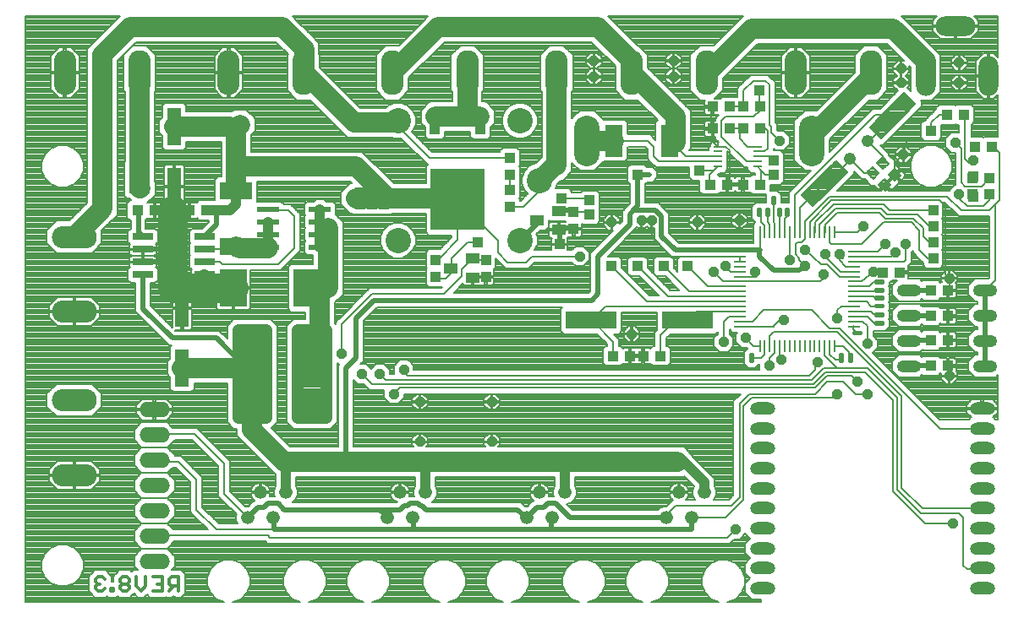
<source format=gbr>
G75*
G70*
%OFA0B0*%
%FSLAX24Y24*%
%IPPOS*%
%LPD*%
%AMOC8*
5,1,8,0,0,1.08239X$1,22.5*
%
%ADD10C,0.0140*%
%ADD11R,0.0800X0.0260*%
%ADD12R,0.0866X0.0236*%
%ADD13R,0.0551X0.0394*%
%ADD14O,0.0960X0.0480*%
%ADD15C,0.0525*%
%ADD16O,0.1200X0.0600*%
%ADD17R,0.0370X0.0100*%
%ADD18R,0.0433X0.0394*%
%ADD19C,0.1000*%
%ADD20R,0.2126X0.2441*%
%ADD21R,0.0394X0.0630*%
%ADD22O,0.0787X0.1575*%
%ADD23O,0.1575X0.0787*%
%ADD24O,0.1000X0.2000*%
%ADD25R,0.0709X0.1260*%
%ADD26C,0.0472*%
%ADD27R,0.1102X0.1496*%
%ADD28R,0.1260X0.0709*%
%ADD29O,0.0886X0.1772*%
%ADD30R,0.0394X0.0433*%
%ADD31R,0.0551X0.1496*%
%ADD32R,0.0079X0.0472*%
%ADD33R,0.0472X0.0079*%
%ADD34R,0.2000X0.0700*%
%ADD35C,0.0480*%
%ADD36O,0.1000X0.0500*%
%ADD37C,0.0079*%
%ADD38C,0.0136*%
%ADD39O,0.1772X0.0886*%
%ADD40C,0.0787*%
%ADD41C,0.0197*%
%ADD42C,0.0394*%
%ADD43R,0.0394X0.0394*%
%ADD44OC8,0.0394*%
%ADD45C,0.1181*%
D10*
X004908Y003656D02*
X005001Y003563D01*
X005188Y003563D01*
X005282Y003656D01*
X005511Y003656D02*
X005511Y003563D01*
X005604Y003563D01*
X005604Y003656D01*
X005511Y003656D01*
X005875Y003656D02*
X005875Y003750D01*
X005968Y003843D01*
X006155Y003843D01*
X006248Y003936D01*
X006248Y004030D01*
X006155Y004123D01*
X005968Y004123D01*
X005875Y004030D01*
X005875Y003936D01*
X005968Y003843D01*
X006155Y003843D02*
X006248Y003750D01*
X006248Y003656D01*
X006155Y003563D01*
X005968Y003563D01*
X005875Y003656D01*
X006519Y003750D02*
X006519Y004123D01*
X006519Y003750D02*
X006706Y003563D01*
X006893Y003750D01*
X006893Y004123D01*
X007164Y004123D02*
X007538Y004123D01*
X007538Y003563D01*
X007164Y003563D01*
X007351Y003843D02*
X007538Y003843D01*
X007808Y003843D02*
X007902Y003750D01*
X008182Y003750D01*
X007995Y003750D02*
X007808Y003563D01*
X007808Y003843D02*
X007808Y004030D01*
X007902Y004123D01*
X008182Y004123D01*
X008182Y003563D01*
X005282Y004030D02*
X005188Y004123D01*
X005001Y004123D01*
X004908Y004030D01*
X004908Y003936D01*
X005001Y003843D01*
X004908Y003750D01*
X004908Y003656D01*
X005001Y003843D02*
X005095Y003843D01*
X033187Y018784D02*
X034501Y020098D01*
X033187Y018784D02*
X032791Y019180D01*
X034105Y020494D01*
X034501Y020098D01*
X033326Y018923D02*
X033048Y018923D01*
X032909Y019062D02*
X033465Y019062D01*
X033604Y019201D02*
X032812Y019201D01*
X032951Y019340D02*
X033743Y019340D01*
X033882Y019479D02*
X033090Y019479D01*
X033229Y019618D02*
X034021Y019618D01*
X034160Y019757D02*
X033368Y019757D01*
X033507Y019896D02*
X034299Y019896D01*
X034438Y020035D02*
X033646Y020035D01*
X033785Y020174D02*
X034425Y020174D01*
X034286Y020313D02*
X033924Y020313D01*
X034063Y020452D02*
X034147Y020452D01*
X035874Y021471D02*
X037188Y022785D01*
X035874Y021471D02*
X035478Y021867D01*
X036792Y023181D01*
X037188Y022785D01*
X036013Y021610D02*
X035735Y021610D01*
X035596Y021749D02*
X036152Y021749D01*
X036291Y021888D02*
X035499Y021888D01*
X035638Y022027D02*
X036430Y022027D01*
X036569Y022166D02*
X035777Y022166D01*
X035916Y022305D02*
X036708Y022305D01*
X036847Y022444D02*
X036055Y022444D01*
X036194Y022583D02*
X036986Y022583D01*
X037125Y022722D02*
X036333Y022722D01*
X036472Y022861D02*
X037112Y022861D01*
X036973Y023000D02*
X036611Y023000D01*
X036750Y023139D02*
X036834Y023139D01*
D11*
X009200Y017550D03*
X009200Y017050D03*
X009200Y016550D03*
X009200Y016050D03*
X006780Y016050D03*
X006780Y016550D03*
X006780Y017050D03*
X006780Y017550D03*
D12*
X011715Y017629D03*
X011715Y018129D03*
X011715Y018629D03*
X011715Y017129D03*
X013762Y017129D03*
X013762Y017629D03*
X013762Y018129D03*
X013762Y018629D03*
D13*
X018919Y016304D03*
X019786Y015930D03*
X019786Y016678D03*
X022305Y018194D03*
X023171Y017820D03*
X023171Y018568D03*
D14*
X036986Y015442D03*
X036986Y014442D03*
X036986Y013442D03*
X036986Y012442D03*
X039986Y012442D03*
X039986Y013442D03*
X039986Y014442D03*
X039986Y015442D03*
D15*
X028911Y007452D03*
X027911Y007452D03*
X027411Y006452D03*
X028411Y006452D03*
X023411Y007452D03*
X022411Y007452D03*
X021911Y006452D03*
X022911Y006452D03*
X017911Y007452D03*
X016911Y007452D03*
X016411Y006452D03*
X017411Y006452D03*
X012411Y007452D03*
X011411Y007452D03*
X010911Y006452D03*
X011911Y006452D03*
D16*
X007234Y006726D03*
X007234Y005726D03*
X007234Y004726D03*
X007234Y007726D03*
X007234Y008726D03*
X007234Y009726D03*
X007234Y010726D03*
D17*
X029446Y020323D03*
X029446Y020520D03*
X029446Y020717D03*
X029446Y020914D03*
X029446Y021111D03*
X031010Y021111D03*
X031010Y020914D03*
X031010Y020717D03*
X031010Y020520D03*
X031010Y020323D03*
D18*
X031104Y019611D03*
X030435Y019611D03*
X029805Y019611D03*
X029136Y019611D03*
X029254Y021816D03*
X029923Y021816D03*
X030435Y021816D03*
X031104Y021816D03*
X031104Y022682D03*
X030435Y022682D03*
X029923Y022682D03*
X029254Y022682D03*
X038467Y022367D03*
X039136Y022367D03*
X039569Y021107D03*
X040238Y021107D03*
X040160Y019848D03*
X040160Y019218D03*
X039490Y019218D03*
X039490Y019848D03*
X036628Y016143D03*
X035959Y016143D03*
X037837Y015438D03*
X038506Y015438D03*
X038506Y014414D03*
X037837Y014414D03*
X037837Y013470D03*
X038506Y013470D03*
X038506Y012446D03*
X037837Y012446D03*
X027167Y012840D03*
X026498Y012840D03*
X025986Y012840D03*
X025317Y012840D03*
X009293Y018588D03*
X008624Y018588D03*
X007246Y018588D03*
X006577Y018588D03*
D19*
X016833Y017407D03*
X021636Y017407D03*
X022423Y019769D03*
X021636Y022131D03*
X016833Y022131D03*
D20*
X019191Y019021D03*
D21*
X018293Y021895D03*
X020089Y021895D03*
D22*
X037632Y023899D03*
X040112Y023899D03*
D23*
X038813Y025867D03*
D24*
X033153Y021344D03*
X024293Y021344D03*
D25*
X025337Y021344D03*
X027541Y021344D03*
D26*
X013998Y010399D02*
X012896Y010399D01*
X012896Y013863D01*
X013998Y013863D01*
X013998Y010399D01*
X013998Y010870D02*
X012896Y010870D01*
X012896Y011341D02*
X013998Y011341D01*
X013998Y011812D02*
X012896Y011812D01*
X012896Y012283D02*
X013998Y012283D01*
X013998Y012754D02*
X012896Y012754D01*
X012896Y013225D02*
X013998Y013225D01*
X013998Y013696D02*
X012896Y013696D01*
X011636Y010399D02*
X010534Y010399D01*
X010534Y013863D01*
X011636Y013863D01*
X011636Y010399D01*
X011636Y010870D02*
X010534Y010870D01*
X010534Y011341D02*
X011636Y011341D01*
X011636Y011812D02*
X010534Y011812D01*
X010534Y012283D02*
X011636Y012283D01*
X011636Y012754D02*
X010534Y012754D01*
X010534Y013225D02*
X011636Y013225D01*
X011636Y013696D02*
X010534Y013696D01*
D27*
X010337Y015517D03*
X013250Y015517D03*
D28*
X010455Y017170D03*
X010455Y019375D03*
D29*
X010160Y024021D03*
X013112Y024021D03*
X016616Y024021D03*
X019569Y024021D03*
X023093Y024021D03*
X026045Y024021D03*
X028998Y024021D03*
X032522Y024021D03*
X035474Y024021D03*
X006656Y024021D03*
X003703Y024021D03*
D30*
X018329Y016639D03*
X018329Y015970D03*
X020297Y015970D03*
X020297Y016639D03*
X021242Y018726D03*
X021242Y019395D03*
X021242Y019985D03*
X021242Y020655D03*
X023762Y018529D03*
X023762Y017859D03*
D31*
X008329Y014729D03*
X008329Y012367D03*
X008014Y019533D03*
X008014Y021895D03*
D32*
X031097Y017729D03*
X031293Y017729D03*
X031490Y017729D03*
X031687Y017729D03*
X031884Y017729D03*
X032081Y017729D03*
X032278Y017729D03*
X032474Y017729D03*
X032671Y017729D03*
X032868Y017729D03*
X033065Y017729D03*
X033262Y017729D03*
X033459Y017729D03*
X033656Y017729D03*
X033852Y017729D03*
X034049Y017729D03*
X034049Y013241D03*
X033852Y013241D03*
X033656Y013241D03*
X033459Y013241D03*
X033262Y013241D03*
X033065Y013241D03*
X032868Y013241D03*
X032671Y013241D03*
X032474Y013241D03*
X032278Y013241D03*
X032081Y013241D03*
X031884Y013241D03*
X031687Y013241D03*
X031490Y013241D03*
X031293Y013241D03*
X031097Y013241D03*
D33*
X030329Y014009D03*
X030329Y014206D03*
X030329Y014403D03*
X030329Y014600D03*
X030329Y014796D03*
X030329Y014993D03*
X030329Y015190D03*
X030329Y015387D03*
X030329Y015584D03*
X030329Y015781D03*
X030329Y015977D03*
X030329Y016174D03*
X030329Y016371D03*
X030329Y016568D03*
X030329Y016765D03*
X030329Y016962D03*
X034817Y016962D03*
X034817Y016765D03*
X034817Y016568D03*
X034817Y016371D03*
X034817Y016174D03*
X034817Y015977D03*
X034817Y015781D03*
X034817Y015584D03*
X034817Y015387D03*
X034817Y015190D03*
X034817Y014993D03*
X034817Y014796D03*
X034817Y014600D03*
X034817Y014403D03*
X034817Y014206D03*
X034817Y014009D03*
D34*
X028260Y014257D03*
X024460Y014257D03*
D35*
X034636Y020629D03*
X035343Y021336D03*
D36*
X031203Y010753D03*
X031203Y009966D03*
X031203Y009178D03*
X031203Y008391D03*
X031203Y007603D03*
X031203Y006816D03*
X031203Y006029D03*
X031203Y005241D03*
X031203Y004454D03*
X031203Y003666D03*
X039864Y003666D03*
X039864Y004454D03*
X039864Y005241D03*
X039864Y006029D03*
X039864Y006816D03*
X039864Y007603D03*
X039864Y008391D03*
X039864Y009178D03*
X039864Y009966D03*
X039864Y010753D03*
D37*
X002148Y003115D02*
X002148Y026265D01*
X005880Y026265D01*
X005691Y026076D01*
X004589Y024974D01*
X004589Y024485D01*
X004264Y024485D01*
X004264Y024562D02*
X004589Y024562D01*
X004589Y024485D02*
X004589Y018891D01*
X003881Y018184D01*
X003369Y018184D01*
X002994Y017809D01*
X002994Y017279D01*
X003369Y016905D01*
X004785Y016905D01*
X005159Y017279D01*
X005159Y017792D01*
X005424Y018056D01*
X005770Y018402D01*
X005770Y024485D01*
X006016Y024485D01*
X006016Y024562D02*
X005847Y024562D01*
X005770Y024485D02*
X006526Y025241D01*
X012021Y025241D01*
X012503Y024759D01*
X012473Y024729D01*
X012473Y023313D01*
X012847Y022938D01*
X013377Y022938D01*
X013378Y022939D01*
X013378Y022939D01*
X014510Y021808D01*
X014510Y021808D01*
X014856Y021462D01*
X016628Y021462D01*
X016694Y021434D01*
X016959Y021434D01*
X017975Y020418D01*
X018027Y020418D01*
X017931Y020323D01*
X017931Y019651D01*
X016684Y019651D01*
X015424Y020911D01*
X014935Y020911D01*
X011045Y020911D01*
X011045Y021571D01*
X011203Y021729D01*
X011203Y022218D01*
X010857Y022564D01*
X010368Y022564D01*
X010289Y022485D01*
X008486Y022485D01*
X008486Y022724D01*
X008371Y022840D01*
X007657Y022840D01*
X007541Y022724D01*
X007541Y022257D01*
X007423Y022139D01*
X007423Y021650D01*
X007541Y021532D01*
X007541Y021065D01*
X007657Y020950D01*
X008371Y020950D01*
X008486Y021065D01*
X008486Y021304D01*
X009864Y021304D01*
X009864Y020075D01*
X009864Y019926D01*
X009743Y019926D01*
X009628Y019811D01*
X009628Y018981D01*
X009504Y018981D01*
X008995Y018981D01*
X008903Y018889D01*
X008890Y018903D01*
X008663Y018903D01*
X008663Y018627D01*
X008585Y018627D01*
X008585Y018903D01*
X008408Y018903D01*
X008408Y019493D01*
X008053Y019493D01*
X008053Y018666D01*
X008289Y018666D01*
X008289Y018627D01*
X008585Y018627D01*
X008585Y018548D01*
X008663Y018548D01*
X008663Y018273D01*
X008890Y018273D01*
X008903Y018286D01*
X008995Y018194D01*
X009372Y018194D01*
X009372Y018140D01*
X009110Y017877D01*
X008719Y017877D01*
X008603Y017762D01*
X008603Y017339D01*
X008642Y017300D01*
X008603Y017262D01*
X008603Y016839D01*
X008642Y016800D01*
X008603Y016762D01*
X008603Y016339D01*
X008698Y016245D01*
X008682Y016229D01*
X008682Y016076D01*
X009174Y016076D01*
X009174Y016025D01*
X008682Y016025D01*
X008682Y015871D01*
X008751Y015802D01*
X009175Y015802D01*
X009175Y016024D01*
X009226Y016024D01*
X009226Y015802D01*
X009649Y015802D01*
X009667Y015821D01*
X009667Y015556D01*
X010297Y015556D01*
X010297Y015478D01*
X009667Y015478D01*
X009667Y014720D01*
X009737Y014651D01*
X010297Y014651D01*
X010297Y015477D01*
X010376Y015477D01*
X010376Y014651D01*
X010937Y014651D01*
X011006Y014720D01*
X011006Y015478D01*
X010376Y015478D01*
X010376Y015556D01*
X011006Y015556D01*
X011006Y016226D01*
X012011Y016226D01*
X012206Y016226D01*
X012836Y016855D01*
X012974Y016994D01*
X012974Y018254D01*
X012974Y018449D01*
X012738Y018686D01*
X012600Y018824D01*
X012345Y018824D01*
X012345Y018829D01*
X012229Y018944D01*
X011282Y018944D01*
X011282Y019729D01*
X014935Y019729D01*
X015013Y019651D01*
X014935Y019651D01*
X014589Y019305D01*
X014589Y018816D01*
X014935Y018470D01*
X015019Y018470D01*
X015058Y018430D01*
X015615Y018430D01*
X016003Y018430D01*
X016560Y018430D01*
X016599Y018470D01*
X016684Y018470D01*
X017931Y018470D01*
X017931Y017719D01*
X018046Y017603D01*
X018959Y017603D01*
X018959Y017524D01*
X018487Y017052D01*
X018050Y017052D01*
X017935Y016937D01*
X017935Y016341D01*
X017972Y016304D01*
X017935Y016268D01*
X017935Y015671D01*
X018050Y015556D01*
X018585Y015556D01*
X018546Y015517D01*
X015907Y015517D01*
X015711Y015517D01*
X014530Y014336D01*
X014392Y014197D01*
X014392Y014082D01*
X014352Y014121D01*
X014352Y014957D01*
X014667Y015272D01*
X014667Y018124D01*
X014377Y018414D01*
X014392Y018429D01*
X014392Y018829D01*
X014276Y018944D01*
X014004Y018944D01*
X013925Y019023D01*
X013599Y019023D01*
X013520Y018944D01*
X013247Y018944D01*
X013132Y018829D01*
X013132Y018429D01*
X013182Y018379D01*
X013132Y018329D01*
X013132Y017929D01*
X013182Y017879D01*
X013132Y017829D01*
X013132Y017429D01*
X013182Y017379D01*
X013132Y017329D01*
X013132Y016929D01*
X013247Y016814D01*
X013486Y016814D01*
X013486Y016462D01*
X012617Y016462D01*
X012502Y016346D01*
X012502Y014687D01*
X012617Y014572D01*
X013171Y014572D01*
X013171Y014296D01*
X012716Y014296D01*
X012463Y014043D01*
X012463Y010219D01*
X012716Y009966D01*
X014177Y009966D01*
X014431Y010219D01*
X014431Y012559D01*
X014465Y012525D01*
X014525Y012525D01*
X014490Y012490D01*
X014490Y009257D01*
X014383Y009257D01*
X012589Y009257D01*
X011848Y009998D01*
X012069Y010219D01*
X012069Y014043D01*
X011815Y014296D01*
X010354Y014296D01*
X010100Y014043D01*
X010100Y013533D01*
X009790Y013844D01*
X009545Y013844D01*
X008057Y013844D01*
X008038Y013863D01*
X008289Y013863D01*
X008289Y014690D01*
X007935Y014690D01*
X007935Y013966D01*
X007075Y014826D01*
X007075Y015723D01*
X007262Y015723D01*
X007377Y015839D01*
X007377Y016262D01*
X007283Y016356D01*
X007298Y016371D01*
X007298Y016525D01*
X006806Y016525D01*
X008603Y016525D01*
X008603Y016602D02*
X007298Y016602D01*
X007298Y016576D02*
X007298Y016729D01*
X007229Y016798D01*
X006806Y016798D01*
X006806Y016576D01*
X007298Y016576D01*
X007298Y016679D02*
X008603Y016679D01*
X008603Y016757D02*
X007271Y016757D01*
X007229Y016802D02*
X007298Y016871D01*
X007298Y017025D01*
X006806Y017025D01*
X006806Y017076D01*
X007298Y017076D01*
X007298Y017229D01*
X007283Y017245D01*
X007377Y017339D01*
X007377Y017762D01*
X007262Y017877D01*
X006892Y017877D01*
X006892Y018211D01*
X006967Y018286D01*
X006981Y018273D01*
X007207Y018273D01*
X007207Y018548D01*
X007285Y018548D01*
X007285Y018273D01*
X007512Y018273D01*
X007581Y018342D01*
X007581Y018548D01*
X007286Y018548D01*
X007286Y018627D01*
X007581Y018627D01*
X007581Y018833D01*
X007512Y018903D01*
X007285Y018903D01*
X007285Y018627D01*
X007207Y018627D01*
X007207Y018903D01*
X006981Y018903D01*
X006967Y018889D01*
X006956Y018900D01*
X007266Y019209D01*
X007266Y019698D01*
X007246Y019718D01*
X007246Y023264D01*
X007295Y023313D01*
X007295Y024729D01*
X006921Y025103D01*
X012159Y025103D01*
X012082Y025180D02*
X006465Y025180D01*
X006391Y025103D02*
X006016Y024729D01*
X006016Y023313D01*
X006065Y023264D01*
X006065Y020539D01*
X006045Y020520D01*
X006045Y019963D01*
X006045Y019569D01*
X006045Y019175D01*
X006161Y019060D01*
X006234Y019060D01*
X006313Y018981D01*
X006279Y018981D01*
X006163Y018866D01*
X006163Y018309D01*
X006279Y018194D01*
X006301Y018194D01*
X006301Y017877D01*
X006299Y017877D01*
X006183Y017762D01*
X006183Y017339D01*
X006278Y017245D01*
X006262Y017229D01*
X006262Y017076D01*
X006754Y017076D01*
X006754Y017025D01*
X006262Y017025D01*
X006262Y016871D01*
X006331Y016802D01*
X006755Y016802D01*
X006755Y017024D01*
X006806Y017024D01*
X006806Y016802D01*
X007229Y016802D01*
X007261Y016834D02*
X008608Y016834D01*
X008603Y016911D02*
X007298Y016911D01*
X007298Y016988D02*
X008603Y016988D01*
X008603Y017066D02*
X006806Y017066D01*
X006754Y017066D02*
X004946Y017066D01*
X005023Y017143D02*
X006262Y017143D01*
X006262Y017220D02*
X005100Y017220D01*
X005159Y017298D02*
X006225Y017298D01*
X006183Y017375D02*
X005159Y017375D01*
X005159Y017452D02*
X006183Y017452D01*
X006183Y017529D02*
X005159Y017529D01*
X005159Y017607D02*
X006183Y017607D01*
X006183Y017684D02*
X005159Y017684D01*
X005159Y017761D02*
X006183Y017761D01*
X006260Y017839D02*
X005206Y017839D01*
X005283Y017916D02*
X006301Y017916D01*
X006301Y017993D02*
X005361Y017993D01*
X005438Y018070D02*
X006301Y018070D01*
X006301Y018148D02*
X005515Y018148D01*
X005592Y018225D02*
X006248Y018225D01*
X006171Y018302D02*
X005670Y018302D01*
X005747Y018379D02*
X006163Y018379D01*
X006163Y018457D02*
X005770Y018457D01*
X005770Y018534D02*
X006163Y018534D01*
X006163Y018611D02*
X005770Y018611D01*
X005770Y018689D02*
X006163Y018689D01*
X006163Y018766D02*
X005770Y018766D01*
X005770Y018843D02*
X006163Y018843D01*
X006218Y018920D02*
X005770Y018920D01*
X005770Y018998D02*
X006296Y018998D01*
X006146Y019075D02*
X005770Y019075D01*
X005770Y019152D02*
X006068Y019152D01*
X006045Y019230D02*
X005770Y019230D01*
X005770Y019307D02*
X006045Y019307D01*
X006045Y019384D02*
X005770Y019384D01*
X005770Y019461D02*
X006045Y019461D01*
X006045Y019539D02*
X005770Y019539D01*
X005770Y019616D02*
X006045Y019616D01*
X006045Y019693D02*
X005770Y019693D01*
X005770Y019771D02*
X006045Y019771D01*
X006045Y019848D02*
X005770Y019848D01*
X005770Y019925D02*
X006045Y019925D01*
X006045Y020002D02*
X005770Y020002D01*
X005770Y020080D02*
X006045Y020080D01*
X006045Y020157D02*
X005770Y020157D01*
X005770Y020234D02*
X006045Y020234D01*
X006045Y020312D02*
X005770Y020312D01*
X005770Y020389D02*
X006045Y020389D01*
X006045Y020466D02*
X005770Y020466D01*
X005770Y020543D02*
X006065Y020543D01*
X006065Y020621D02*
X005770Y020621D01*
X005770Y020698D02*
X006065Y020698D01*
X006065Y020775D02*
X005770Y020775D01*
X005770Y020853D02*
X006065Y020853D01*
X006065Y020930D02*
X005770Y020930D01*
X005770Y021007D02*
X006065Y021007D01*
X006065Y021084D02*
X005770Y021084D01*
X005770Y021162D02*
X006065Y021162D01*
X006065Y021239D02*
X005770Y021239D01*
X005770Y021316D02*
X006065Y021316D01*
X006065Y021394D02*
X005770Y021394D01*
X005770Y021471D02*
X006065Y021471D01*
X006065Y021548D02*
X005770Y021548D01*
X005770Y021625D02*
X006065Y021625D01*
X006065Y021703D02*
X005770Y021703D01*
X005770Y021780D02*
X006065Y021780D01*
X006065Y021857D02*
X005770Y021857D01*
X005770Y021935D02*
X006065Y021935D01*
X006065Y022012D02*
X005770Y022012D01*
X005770Y022089D02*
X006065Y022089D01*
X006065Y022166D02*
X005770Y022166D01*
X005770Y022244D02*
X006065Y022244D01*
X006065Y022321D02*
X005770Y022321D01*
X005770Y022398D02*
X006065Y022398D01*
X006065Y022476D02*
X005770Y022476D01*
X005770Y022553D02*
X006065Y022553D01*
X006065Y022630D02*
X005770Y022630D01*
X005770Y022707D02*
X006065Y022707D01*
X006065Y022785D02*
X005770Y022785D01*
X005770Y022862D02*
X006065Y022862D01*
X006065Y022939D02*
X005770Y022939D01*
X005770Y023016D02*
X006065Y023016D01*
X006065Y023094D02*
X005770Y023094D01*
X005770Y023171D02*
X006065Y023171D01*
X006065Y023248D02*
X005770Y023248D01*
X005770Y023326D02*
X006016Y023326D01*
X006016Y023403D02*
X005770Y023403D01*
X005770Y023480D02*
X006016Y023480D01*
X006016Y023557D02*
X005770Y023557D01*
X005770Y023635D02*
X006016Y023635D01*
X006016Y023712D02*
X005770Y023712D01*
X005770Y023789D02*
X006016Y023789D01*
X006016Y023867D02*
X005770Y023867D01*
X005770Y023944D02*
X006016Y023944D01*
X006016Y024021D02*
X005770Y024021D01*
X005770Y024098D02*
X006016Y024098D01*
X006016Y024176D02*
X005770Y024176D01*
X005770Y024253D02*
X006016Y024253D01*
X006016Y024330D02*
X005770Y024330D01*
X005770Y024408D02*
X006016Y024408D01*
X006016Y024639D02*
X005924Y024639D01*
X006002Y024717D02*
X006016Y024717D01*
X006079Y024794D02*
X006081Y024794D01*
X006156Y024871D02*
X006158Y024871D01*
X006233Y024949D02*
X006236Y024949D01*
X006311Y025026D02*
X006313Y025026D01*
X006388Y025103D02*
X006390Y025103D01*
X006391Y025103D02*
X006921Y025103D01*
X006998Y025026D02*
X012237Y025026D01*
X012314Y024949D02*
X010468Y024949D01*
X010392Y025025D02*
X010721Y024696D01*
X010721Y024060D01*
X010199Y024060D01*
X010199Y023981D01*
X010199Y023017D01*
X010392Y023017D01*
X010721Y023345D01*
X010721Y023981D01*
X010199Y023981D01*
X010120Y023981D01*
X010120Y023017D01*
X009927Y023017D01*
X009599Y023345D01*
X009599Y023981D01*
X010120Y023981D01*
X010120Y024060D01*
X009599Y024060D01*
X009599Y024696D01*
X009927Y025025D01*
X010120Y025025D01*
X010120Y024060D01*
X010199Y024060D01*
X010199Y025025D01*
X010392Y025025D01*
X010199Y024949D02*
X010120Y024949D01*
X010120Y024871D02*
X010199Y024871D01*
X010199Y024794D02*
X010120Y024794D01*
X010120Y024717D02*
X010199Y024717D01*
X010199Y024639D02*
X010120Y024639D01*
X010120Y024562D02*
X010199Y024562D01*
X010199Y024485D02*
X010120Y024485D01*
X010120Y024408D02*
X010199Y024408D01*
X010199Y024330D02*
X010120Y024330D01*
X010120Y024253D02*
X010199Y024253D01*
X010199Y024176D02*
X010120Y024176D01*
X010120Y024098D02*
X010199Y024098D01*
X010199Y024021D02*
X012473Y024021D01*
X012473Y023944D02*
X010721Y023944D01*
X010721Y023867D02*
X012473Y023867D01*
X012473Y023789D02*
X010721Y023789D01*
X010721Y023712D02*
X012473Y023712D01*
X012473Y023635D02*
X010721Y023635D01*
X010721Y023557D02*
X012473Y023557D01*
X012473Y023480D02*
X010721Y023480D01*
X010721Y023403D02*
X012473Y023403D01*
X012473Y023326D02*
X010701Y023326D01*
X010623Y023248D02*
X012537Y023248D01*
X012614Y023171D02*
X010546Y023171D01*
X010469Y023094D02*
X012692Y023094D01*
X012769Y023016D02*
X007246Y023016D01*
X007246Y022939D02*
X012846Y022939D01*
X013456Y022862D02*
X007246Y022862D01*
X007246Y022785D02*
X007602Y022785D01*
X007541Y022707D02*
X007246Y022707D01*
X007246Y022630D02*
X007541Y022630D01*
X007541Y022553D02*
X007246Y022553D01*
X007246Y022476D02*
X007541Y022476D01*
X007541Y022398D02*
X007246Y022398D01*
X007246Y022321D02*
X007541Y022321D01*
X007528Y022244D02*
X007246Y022244D01*
X007246Y022166D02*
X007450Y022166D01*
X007423Y022089D02*
X007246Y022089D01*
X007246Y022012D02*
X007423Y022012D01*
X007423Y021935D02*
X007246Y021935D01*
X007246Y021857D02*
X007423Y021857D01*
X007423Y021780D02*
X007246Y021780D01*
X007246Y021703D02*
X007423Y021703D01*
X007448Y021625D02*
X007246Y021625D01*
X007246Y021548D02*
X007525Y021548D01*
X007541Y021471D02*
X007246Y021471D01*
X007246Y021394D02*
X007541Y021394D01*
X007541Y021316D02*
X007246Y021316D01*
X007246Y021239D02*
X007541Y021239D01*
X007541Y021162D02*
X007246Y021162D01*
X007246Y021084D02*
X007541Y021084D01*
X007599Y021007D02*
X007246Y021007D01*
X007246Y020930D02*
X009864Y020930D01*
X009864Y021007D02*
X008428Y021007D01*
X008486Y021084D02*
X009864Y021084D01*
X009864Y021162D02*
X008486Y021162D01*
X008486Y021239D02*
X009864Y021239D01*
X009864Y020853D02*
X007246Y020853D01*
X007246Y020775D02*
X009864Y020775D01*
X009864Y020698D02*
X007246Y020698D01*
X007246Y020621D02*
X009864Y020621D01*
X009864Y020543D02*
X007246Y020543D01*
X007246Y020466D02*
X009864Y020466D01*
X009864Y020389D02*
X008348Y020389D01*
X008338Y020399D02*
X008053Y020399D01*
X008053Y019572D01*
X007975Y019572D01*
X007975Y020399D01*
X007689Y020399D01*
X007620Y020330D01*
X007620Y019572D01*
X007974Y019572D01*
X007974Y019493D01*
X007620Y019493D01*
X007620Y018736D01*
X007689Y018666D01*
X007975Y018666D01*
X007975Y019493D01*
X008053Y019493D01*
X008053Y019572D01*
X008408Y019572D01*
X008408Y020330D01*
X008338Y020399D01*
X008408Y020312D02*
X009864Y020312D01*
X009864Y020234D02*
X008408Y020234D01*
X008408Y020157D02*
X009864Y020157D01*
X009864Y020080D02*
X008408Y020080D01*
X008408Y020002D02*
X009864Y020002D01*
X009742Y019925D02*
X008408Y019925D01*
X008408Y019848D02*
X009665Y019848D01*
X009628Y019771D02*
X008408Y019771D01*
X008408Y019693D02*
X009628Y019693D01*
X009628Y019616D02*
X008408Y019616D01*
X008408Y019461D02*
X009628Y019461D01*
X009628Y019384D02*
X008408Y019384D01*
X008408Y019307D02*
X009628Y019307D01*
X009628Y019230D02*
X008408Y019230D01*
X008408Y019152D02*
X009628Y019152D01*
X009628Y019075D02*
X008408Y019075D01*
X008408Y018998D02*
X009628Y018998D01*
X009628Y019539D02*
X008053Y019539D01*
X008053Y019616D02*
X007975Y019616D01*
X007974Y019539D02*
X007266Y019539D01*
X007266Y019616D02*
X007620Y019616D01*
X007620Y019693D02*
X007266Y019693D01*
X007246Y019771D02*
X007620Y019771D01*
X007620Y019848D02*
X007246Y019848D01*
X007246Y019925D02*
X007620Y019925D01*
X007620Y020002D02*
X007246Y020002D01*
X007246Y020080D02*
X007620Y020080D01*
X007620Y020157D02*
X007246Y020157D01*
X007246Y020234D02*
X007620Y020234D01*
X007620Y020312D02*
X007246Y020312D01*
X007246Y020389D02*
X007679Y020389D01*
X007975Y020389D02*
X008053Y020389D01*
X008053Y020312D02*
X007975Y020312D01*
X007975Y020234D02*
X008053Y020234D01*
X008053Y020157D02*
X007975Y020157D01*
X007975Y020080D02*
X008053Y020080D01*
X008053Y020002D02*
X007975Y020002D01*
X007975Y019925D02*
X008053Y019925D01*
X008053Y019848D02*
X007975Y019848D01*
X007975Y019771D02*
X008053Y019771D01*
X008053Y019693D02*
X007975Y019693D01*
X007975Y019461D02*
X008053Y019461D01*
X008053Y019384D02*
X007975Y019384D01*
X007975Y019307D02*
X008053Y019307D01*
X008053Y019230D02*
X007975Y019230D01*
X007975Y019152D02*
X008053Y019152D01*
X008053Y019075D02*
X007975Y019075D01*
X007975Y018998D02*
X008053Y018998D01*
X008053Y018920D02*
X007975Y018920D01*
X007975Y018843D02*
X008053Y018843D01*
X008053Y018766D02*
X007975Y018766D01*
X007975Y018689D02*
X008053Y018689D01*
X008289Y018548D02*
X008289Y018342D01*
X008359Y018273D01*
X008585Y018273D01*
X008585Y018548D01*
X008289Y018548D01*
X008289Y018534D02*
X007581Y018534D01*
X007581Y018457D02*
X008289Y018457D01*
X008289Y018379D02*
X007581Y018379D01*
X007541Y018302D02*
X008329Y018302D01*
X008585Y018302D02*
X008663Y018302D01*
X008663Y018379D02*
X008585Y018379D01*
X008585Y018457D02*
X008663Y018457D01*
X008663Y018534D02*
X008585Y018534D01*
X008585Y018611D02*
X007286Y018611D01*
X007285Y018534D02*
X007207Y018534D01*
X007207Y018457D02*
X007285Y018457D01*
X007285Y018379D02*
X007207Y018379D01*
X007207Y018302D02*
X007285Y018302D01*
X007285Y018689D02*
X007207Y018689D01*
X007207Y018766D02*
X007285Y018766D01*
X007285Y018843D02*
X007207Y018843D01*
X007054Y018998D02*
X007620Y018998D01*
X007620Y019075D02*
X007132Y019075D01*
X007209Y019152D02*
X007620Y019152D01*
X007620Y019230D02*
X007266Y019230D01*
X007266Y019307D02*
X007620Y019307D01*
X007620Y019384D02*
X007266Y019384D01*
X007266Y019461D02*
X007620Y019461D01*
X007620Y018920D02*
X006977Y018920D01*
X007571Y018843D02*
X007620Y018843D01*
X007620Y018766D02*
X007581Y018766D01*
X007581Y018689D02*
X007667Y018689D01*
X008408Y018920D02*
X008934Y018920D01*
X008663Y018843D02*
X008585Y018843D01*
X008585Y018766D02*
X008663Y018766D01*
X008663Y018689D02*
X008585Y018689D01*
X008964Y018225D02*
X006906Y018225D01*
X006892Y018148D02*
X009372Y018148D01*
X009303Y018070D02*
X006892Y018070D01*
X006892Y017993D02*
X009225Y017993D01*
X009148Y017916D02*
X006892Y017916D01*
X007300Y017839D02*
X008680Y017839D01*
X008603Y017761D02*
X007377Y017761D01*
X007377Y017684D02*
X008603Y017684D01*
X008603Y017607D02*
X007377Y017607D01*
X007377Y017529D02*
X008603Y017529D01*
X008603Y017452D02*
X007377Y017452D01*
X007377Y017375D02*
X008603Y017375D01*
X008639Y017298D02*
X007336Y017298D01*
X007298Y017220D02*
X008603Y017220D01*
X008603Y017143D02*
X007298Y017143D01*
X006806Y016988D02*
X006755Y016988D01*
X006755Y016911D02*
X006806Y016911D01*
X006806Y016834D02*
X006755Y016834D01*
X006755Y016798D02*
X006331Y016798D01*
X006262Y016729D01*
X006262Y016576D01*
X006754Y016576D01*
X006754Y016525D01*
X002148Y016525D01*
X002148Y016602D02*
X006262Y016602D01*
X006262Y016679D02*
X002148Y016679D01*
X002148Y016757D02*
X006289Y016757D01*
X006300Y016834D02*
X002148Y016834D01*
X002148Y016911D02*
X003362Y016911D01*
X003285Y016988D02*
X002148Y016988D01*
X002148Y017066D02*
X003208Y017066D01*
X003131Y017143D02*
X002148Y017143D01*
X002148Y017220D02*
X003053Y017220D01*
X002994Y017298D02*
X002148Y017298D01*
X002148Y017375D02*
X002994Y017375D01*
X002994Y017452D02*
X002148Y017452D01*
X002148Y017529D02*
X002994Y017529D01*
X002994Y017607D02*
X002148Y017607D01*
X002148Y017684D02*
X002994Y017684D01*
X002994Y017761D02*
X002148Y017761D01*
X002148Y017839D02*
X003023Y017839D01*
X003101Y017916D02*
X002148Y017916D01*
X002148Y017993D02*
X003178Y017993D01*
X003255Y018070D02*
X002148Y018070D01*
X002148Y018148D02*
X003332Y018148D01*
X003922Y018225D02*
X002148Y018225D01*
X002148Y018302D02*
X004000Y018302D01*
X004077Y018379D02*
X002148Y018379D01*
X002148Y018457D02*
X004154Y018457D01*
X004231Y018534D02*
X002148Y018534D01*
X002148Y018611D02*
X004309Y018611D01*
X004386Y018689D02*
X002148Y018689D01*
X002148Y018766D02*
X004463Y018766D01*
X004541Y018843D02*
X002148Y018843D01*
X002148Y018920D02*
X004589Y018920D01*
X004589Y018998D02*
X002148Y018998D01*
X002148Y019075D02*
X004589Y019075D01*
X004589Y019152D02*
X002148Y019152D01*
X002148Y019230D02*
X004589Y019230D01*
X004589Y019307D02*
X002148Y019307D01*
X002148Y019384D02*
X004589Y019384D01*
X004589Y019461D02*
X002148Y019461D01*
X002148Y019539D02*
X003330Y019539D01*
X003440Y019493D02*
X003769Y019493D01*
X004073Y019619D01*
X004305Y019852D01*
X004431Y020156D01*
X004431Y020484D01*
X004305Y020788D01*
X004073Y021021D01*
X003769Y021147D01*
X003440Y021147D01*
X003136Y021021D01*
X002904Y020788D01*
X002778Y020484D01*
X002778Y020156D01*
X002904Y019852D01*
X003136Y019619D01*
X003440Y019493D01*
X003143Y019616D02*
X002148Y019616D01*
X002148Y019693D02*
X003062Y019693D01*
X002985Y019771D02*
X002148Y019771D01*
X002148Y019848D02*
X002907Y019848D01*
X002873Y019925D02*
X002148Y019925D01*
X002148Y020002D02*
X002841Y020002D01*
X002809Y020080D02*
X002148Y020080D01*
X002148Y020157D02*
X002778Y020157D01*
X002778Y020234D02*
X002148Y020234D01*
X002148Y020312D02*
X002778Y020312D01*
X002778Y020389D02*
X002148Y020389D01*
X002148Y020466D02*
X002778Y020466D01*
X002802Y020543D02*
X002148Y020543D01*
X002148Y020621D02*
X002834Y020621D01*
X002866Y020698D02*
X002148Y020698D01*
X002148Y020775D02*
X002898Y020775D01*
X002968Y020853D02*
X002148Y020853D01*
X002148Y020930D02*
X003045Y020930D01*
X003122Y021007D02*
X002148Y021007D01*
X002148Y021084D02*
X003289Y021084D01*
X003919Y021084D02*
X004589Y021084D01*
X004589Y021007D02*
X004086Y021007D01*
X004164Y020930D02*
X004589Y020930D01*
X004589Y020853D02*
X004241Y020853D01*
X004311Y020775D02*
X004589Y020775D01*
X004589Y020698D02*
X004343Y020698D01*
X004375Y020621D02*
X004589Y020621D01*
X004589Y020543D02*
X004407Y020543D01*
X004431Y020466D02*
X004589Y020466D01*
X004589Y020389D02*
X004431Y020389D01*
X004431Y020312D02*
X004589Y020312D01*
X004589Y020234D02*
X004431Y020234D01*
X004431Y020157D02*
X004589Y020157D01*
X004589Y020080D02*
X004400Y020080D01*
X004368Y020002D02*
X004589Y020002D01*
X004589Y019925D02*
X004336Y019925D01*
X004301Y019848D02*
X004589Y019848D01*
X004589Y019771D02*
X004224Y019771D01*
X004147Y019693D02*
X004589Y019693D01*
X004589Y019616D02*
X004065Y019616D01*
X003879Y019539D02*
X004589Y019539D01*
X004589Y021162D02*
X002148Y021162D01*
X002148Y021239D02*
X004589Y021239D01*
X004589Y021316D02*
X002148Y021316D01*
X002148Y021394D02*
X004589Y021394D01*
X004589Y021471D02*
X002148Y021471D01*
X002148Y021548D02*
X004589Y021548D01*
X004589Y021625D02*
X002148Y021625D01*
X002148Y021703D02*
X004589Y021703D01*
X004589Y021780D02*
X002148Y021780D01*
X002148Y021857D02*
X004589Y021857D01*
X004589Y021935D02*
X002148Y021935D01*
X002148Y022012D02*
X004589Y022012D01*
X004589Y022089D02*
X002148Y022089D01*
X002148Y022166D02*
X004589Y022166D01*
X004589Y022244D02*
X002148Y022244D01*
X002148Y022321D02*
X004589Y022321D01*
X004589Y022398D02*
X002148Y022398D01*
X002148Y022476D02*
X004589Y022476D01*
X004589Y022553D02*
X002148Y022553D01*
X002148Y022630D02*
X004589Y022630D01*
X004589Y022707D02*
X002148Y022707D01*
X002148Y022785D02*
X004589Y022785D01*
X004589Y022862D02*
X002148Y022862D01*
X002148Y022939D02*
X004589Y022939D01*
X004589Y023016D02*
X002148Y023016D01*
X002148Y023094D02*
X003394Y023094D01*
X003470Y023017D02*
X003663Y023017D01*
X003663Y023981D01*
X003742Y023981D01*
X003742Y023017D01*
X003935Y023017D01*
X004264Y023345D01*
X004264Y023981D01*
X003742Y023981D01*
X003742Y024060D01*
X003663Y024060D01*
X003663Y023981D01*
X003142Y023981D01*
X003142Y023345D01*
X003470Y023017D01*
X003663Y023094D02*
X003742Y023094D01*
X003742Y023171D02*
X003663Y023171D01*
X003663Y023248D02*
X003742Y023248D01*
X003742Y023326D02*
X003663Y023326D01*
X003663Y023403D02*
X003742Y023403D01*
X003742Y023480D02*
X003663Y023480D01*
X003663Y023557D02*
X003742Y023557D01*
X003742Y023635D02*
X003663Y023635D01*
X003663Y023712D02*
X003742Y023712D01*
X003742Y023789D02*
X003663Y023789D01*
X003663Y023867D02*
X003742Y023867D01*
X003742Y023944D02*
X003663Y023944D01*
X003663Y024021D02*
X002148Y024021D01*
X002148Y023944D02*
X003142Y023944D01*
X003142Y023867D02*
X002148Y023867D01*
X002148Y023789D02*
X003142Y023789D01*
X003142Y023712D02*
X002148Y023712D01*
X002148Y023635D02*
X003142Y023635D01*
X003142Y023557D02*
X002148Y023557D01*
X002148Y023480D02*
X003142Y023480D01*
X003142Y023403D02*
X002148Y023403D01*
X002148Y023326D02*
X003162Y023326D01*
X003239Y023248D02*
X002148Y023248D01*
X002148Y023171D02*
X003316Y023171D01*
X004012Y023094D02*
X004589Y023094D01*
X004589Y023171D02*
X004089Y023171D01*
X004167Y023248D02*
X004589Y023248D01*
X004589Y023326D02*
X004244Y023326D01*
X004264Y023403D02*
X004589Y023403D01*
X004589Y023480D02*
X004264Y023480D01*
X004264Y023557D02*
X004589Y023557D01*
X004589Y023635D02*
X004264Y023635D01*
X004264Y023712D02*
X004589Y023712D01*
X004589Y023789D02*
X004264Y023789D01*
X004264Y023867D02*
X004589Y023867D01*
X004589Y023944D02*
X004264Y023944D01*
X004264Y024060D02*
X004264Y024696D01*
X003935Y025025D01*
X003742Y025025D01*
X003742Y024060D01*
X004264Y024060D01*
X004264Y024098D02*
X004589Y024098D01*
X004589Y024021D02*
X003742Y024021D01*
X003742Y024098D02*
X003663Y024098D01*
X003663Y024060D02*
X003663Y025025D01*
X003470Y025025D01*
X003142Y024696D01*
X003142Y024060D01*
X003663Y024060D01*
X003663Y024176D02*
X003742Y024176D01*
X003742Y024253D02*
X003663Y024253D01*
X003663Y024330D02*
X003742Y024330D01*
X003742Y024408D02*
X003663Y024408D01*
X003663Y024485D02*
X003742Y024485D01*
X003742Y024562D02*
X003663Y024562D01*
X003663Y024639D02*
X003742Y024639D01*
X003742Y024717D02*
X003663Y024717D01*
X003663Y024794D02*
X003742Y024794D01*
X003742Y024871D02*
X003663Y024871D01*
X003663Y024949D02*
X003742Y024949D01*
X004011Y024949D02*
X004589Y024949D01*
X004589Y024871D02*
X004089Y024871D01*
X004166Y024794D02*
X004589Y024794D01*
X004589Y024717D02*
X004243Y024717D01*
X004264Y024639D02*
X004589Y024639D01*
X004589Y024408D02*
X004264Y024408D01*
X004264Y024330D02*
X004589Y024330D01*
X004589Y024253D02*
X004264Y024253D01*
X004264Y024176D02*
X004589Y024176D01*
X004641Y025026D02*
X002148Y025026D01*
X002148Y025103D02*
X004718Y025103D01*
X004795Y025180D02*
X002148Y025180D01*
X002148Y025258D02*
X004872Y025258D01*
X004950Y025335D02*
X002148Y025335D01*
X002148Y025412D02*
X005027Y025412D01*
X005104Y025490D02*
X002148Y025490D01*
X002148Y025567D02*
X005181Y025567D01*
X005259Y025644D02*
X002148Y025644D01*
X002148Y025721D02*
X005336Y025721D01*
X005413Y025799D02*
X002148Y025799D01*
X002148Y025876D02*
X005491Y025876D01*
X005568Y025953D02*
X002148Y025953D01*
X002148Y026031D02*
X005645Y026031D01*
X005723Y026108D02*
X002148Y026108D01*
X002148Y026185D02*
X005800Y026185D01*
X005877Y026262D02*
X002148Y026262D01*
X002148Y024949D02*
X003394Y024949D01*
X003317Y024871D02*
X002148Y024871D01*
X002148Y024794D02*
X003240Y024794D01*
X003162Y024717D02*
X002148Y024717D01*
X002148Y024639D02*
X003142Y024639D01*
X003142Y024562D02*
X002148Y024562D01*
X002148Y024485D02*
X003142Y024485D01*
X003142Y024408D02*
X002148Y024408D01*
X002148Y024330D02*
X003142Y024330D01*
X003142Y024253D02*
X002148Y024253D01*
X002148Y024176D02*
X003142Y024176D01*
X003142Y024098D02*
X002148Y024098D01*
X007075Y024949D02*
X009851Y024949D01*
X009774Y024871D02*
X007153Y024871D01*
X007230Y024794D02*
X009696Y024794D01*
X009619Y024717D02*
X007295Y024717D01*
X007295Y024639D02*
X009599Y024639D01*
X009599Y024562D02*
X007295Y024562D01*
X007295Y024485D02*
X009599Y024485D01*
X009599Y024408D02*
X007295Y024408D01*
X007295Y024330D02*
X009599Y024330D01*
X009599Y024253D02*
X007295Y024253D01*
X007295Y024176D02*
X009599Y024176D01*
X009599Y024098D02*
X007295Y024098D01*
X007295Y024021D02*
X010120Y024021D01*
X010120Y023944D02*
X010199Y023944D01*
X010199Y023867D02*
X010120Y023867D01*
X010120Y023789D02*
X010199Y023789D01*
X010199Y023712D02*
X010120Y023712D01*
X010120Y023635D02*
X010199Y023635D01*
X010199Y023557D02*
X010120Y023557D01*
X010120Y023480D02*
X010199Y023480D01*
X010199Y023403D02*
X010120Y023403D01*
X010120Y023326D02*
X010199Y023326D01*
X010199Y023248D02*
X010120Y023248D01*
X010120Y023171D02*
X010199Y023171D01*
X010199Y023094D02*
X010120Y023094D01*
X009850Y023094D02*
X007246Y023094D01*
X007246Y023171D02*
X009773Y023171D01*
X009696Y023248D02*
X007246Y023248D01*
X007295Y023326D02*
X009618Y023326D01*
X009599Y023403D02*
X007295Y023403D01*
X007295Y023480D02*
X009599Y023480D01*
X009599Y023557D02*
X007295Y023557D01*
X007295Y023635D02*
X009599Y023635D01*
X009599Y023712D02*
X007295Y023712D01*
X007295Y023789D02*
X009599Y023789D01*
X009599Y023867D02*
X007295Y023867D01*
X007295Y023944D02*
X009599Y023944D01*
X010721Y024098D02*
X012473Y024098D01*
X012473Y024176D02*
X010721Y024176D01*
X010721Y024253D02*
X012473Y024253D01*
X012473Y024330D02*
X010721Y024330D01*
X010721Y024408D02*
X012473Y024408D01*
X012473Y024485D02*
X010721Y024485D01*
X010721Y024562D02*
X012473Y024562D01*
X012473Y024639D02*
X010721Y024639D01*
X010700Y024717D02*
X012473Y024717D01*
X012469Y024794D02*
X010623Y024794D01*
X010545Y024871D02*
X012391Y024871D01*
X013443Y025490D02*
X017250Y025490D01*
X017327Y025567D02*
X013366Y025567D01*
X013377Y025556D02*
X012856Y026076D01*
X012856Y026076D01*
X012668Y026265D01*
X018025Y026265D01*
X017837Y026076D01*
X016864Y025103D01*
X016351Y025103D01*
X013722Y025103D01*
X013722Y025026D02*
X016274Y025026D01*
X016351Y025103D02*
X015976Y024729D01*
X015976Y023313D01*
X016351Y022938D01*
X016881Y022938D01*
X017256Y023313D01*
X017256Y023825D01*
X018672Y025241D01*
X024462Y025241D01*
X025406Y024298D01*
X025406Y023313D01*
X025780Y022938D01*
X026293Y022938D01*
X027083Y022148D01*
X026990Y022055D01*
X026990Y021363D01*
X026911Y021441D01*
X026773Y021580D01*
X025927Y021580D01*
X025927Y021588D01*
X025888Y021628D01*
X025888Y022055D01*
X025773Y022170D01*
X024951Y022170D01*
X024581Y022540D01*
X024004Y022540D01*
X023683Y022220D01*
X023683Y023264D01*
X023732Y023313D01*
X023732Y024729D01*
X023358Y025103D01*
X024600Y025103D01*
X024523Y025180D02*
X018611Y025180D01*
X018534Y025103D02*
X019304Y025103D01*
X018929Y024729D01*
X018929Y023313D01*
X018978Y023264D01*
X018978Y022879D01*
X018084Y022879D01*
X017738Y022533D01*
X017738Y022044D01*
X017900Y021883D01*
X017900Y021498D01*
X018015Y021383D01*
X018572Y021383D01*
X018687Y021498D01*
X018687Y021698D01*
X019344Y021698D01*
X019695Y021698D01*
X019695Y021498D01*
X019810Y021383D01*
X020367Y021383D01*
X020482Y021498D01*
X020482Y021732D01*
X020482Y021875D01*
X020652Y022044D01*
X020652Y022533D01*
X020306Y022879D01*
X020159Y022879D01*
X020159Y023264D01*
X020209Y023313D01*
X020209Y024729D01*
X019834Y025103D01*
X022827Y025103D01*
X022828Y025103D02*
X022453Y024729D01*
X022453Y023313D01*
X022502Y023264D01*
X022502Y020683D01*
X022285Y020466D01*
X022285Y020466D01*
X022029Y020360D01*
X021833Y020164D01*
X021726Y019907D01*
X021726Y019630D01*
X021833Y019374D01*
X021960Y019246D01*
X021676Y018962D01*
X021636Y018962D01*
X021636Y019024D01*
X021599Y019060D01*
X021636Y019097D01*
X021636Y019687D01*
X021636Y020283D01*
X021599Y020320D01*
X021636Y020357D01*
X021636Y020953D01*
X021521Y021068D01*
X020964Y021068D01*
X020849Y020953D01*
X020849Y020891D01*
X018171Y020891D01*
X017374Y021687D01*
X017423Y021736D01*
X017530Y021992D01*
X017530Y022270D01*
X017423Y022526D01*
X017227Y022722D01*
X016971Y022828D01*
X016694Y022828D01*
X016438Y022722D01*
X016359Y022643D01*
X015345Y022643D01*
X013752Y024236D01*
X013752Y024729D01*
X013722Y024758D01*
X013722Y025210D01*
X013377Y025556D01*
X013289Y025644D02*
X017404Y025644D01*
X017482Y025721D02*
X013211Y025721D01*
X013134Y025799D02*
X017559Y025799D01*
X017636Y025876D02*
X013057Y025876D01*
X012979Y025953D02*
X017714Y025953D01*
X017791Y026031D02*
X012902Y026031D01*
X012825Y026108D02*
X017868Y026108D01*
X017945Y026185D02*
X012748Y026185D01*
X012670Y026262D02*
X018023Y026262D01*
X017173Y025412D02*
X013520Y025412D01*
X013598Y025335D02*
X017095Y025335D01*
X017018Y025258D02*
X013675Y025258D01*
X013722Y025180D02*
X016941Y025180D01*
X016196Y024949D02*
X013722Y024949D01*
X013722Y024871D02*
X016119Y024871D01*
X016042Y024794D02*
X013722Y024794D01*
X013752Y024717D02*
X015976Y024717D01*
X015976Y024639D02*
X013752Y024639D01*
X013752Y024562D02*
X015976Y024562D01*
X015976Y024485D02*
X013752Y024485D01*
X013752Y024408D02*
X015976Y024408D01*
X015976Y024330D02*
X013752Y024330D01*
X013752Y024253D02*
X015976Y024253D01*
X015976Y024176D02*
X013812Y024176D01*
X013889Y024098D02*
X015976Y024098D01*
X015976Y024021D02*
X013967Y024021D01*
X014044Y023944D02*
X015976Y023944D01*
X015976Y023867D02*
X014121Y023867D01*
X014199Y023789D02*
X015976Y023789D01*
X015976Y023712D02*
X014276Y023712D01*
X014353Y023635D02*
X015976Y023635D01*
X015976Y023557D02*
X014430Y023557D01*
X014508Y023480D02*
X015976Y023480D01*
X015976Y023403D02*
X014585Y023403D01*
X014662Y023326D02*
X015976Y023326D01*
X016041Y023248D02*
X014739Y023248D01*
X014817Y023171D02*
X016118Y023171D01*
X016196Y023094D02*
X014894Y023094D01*
X014971Y023016D02*
X016273Y023016D01*
X016350Y022939D02*
X015049Y022939D01*
X015126Y022862D02*
X018067Y022862D01*
X017990Y022785D02*
X017076Y022785D01*
X017242Y022707D02*
X017913Y022707D01*
X017835Y022630D02*
X017319Y022630D01*
X017396Y022553D02*
X017758Y022553D01*
X017738Y022476D02*
X017444Y022476D01*
X017476Y022398D02*
X017738Y022398D01*
X017738Y022321D02*
X017508Y022321D01*
X017530Y022244D02*
X017738Y022244D01*
X017738Y022166D02*
X017530Y022166D01*
X017530Y022089D02*
X017738Y022089D01*
X017770Y022012D02*
X017530Y022012D01*
X017506Y021935D02*
X017848Y021935D01*
X017900Y021857D02*
X017474Y021857D01*
X017442Y021780D02*
X017900Y021780D01*
X017900Y021703D02*
X017390Y021703D01*
X017436Y021625D02*
X017900Y021625D01*
X017900Y021548D02*
X017513Y021548D01*
X017591Y021471D02*
X017927Y021471D01*
X018004Y021394D02*
X017668Y021394D01*
X017745Y021316D02*
X022502Y021316D01*
X022502Y021239D02*
X017823Y021239D01*
X017900Y021162D02*
X022502Y021162D01*
X022502Y021084D02*
X017977Y021084D01*
X018054Y021007D02*
X020903Y021007D01*
X020849Y020930D02*
X018132Y020930D01*
X018073Y020655D02*
X016833Y021895D01*
X016833Y022052D01*
X017000Y021394D02*
X011045Y021394D01*
X011045Y021471D02*
X014847Y021471D01*
X014769Y021548D02*
X011045Y021548D01*
X011099Y021625D02*
X014692Y021625D01*
X014615Y021703D02*
X011176Y021703D01*
X011203Y021780D02*
X014538Y021780D01*
X014460Y021857D02*
X011203Y021857D01*
X011203Y021935D02*
X014383Y021935D01*
X014306Y022012D02*
X011203Y022012D01*
X011203Y022089D02*
X014229Y022089D01*
X014151Y022166D02*
X011203Y022166D01*
X011177Y022244D02*
X014074Y022244D01*
X013997Y022321D02*
X011100Y022321D01*
X011023Y022398D02*
X013919Y022398D01*
X013842Y022476D02*
X010945Y022476D01*
X010868Y022553D02*
X013765Y022553D01*
X013688Y022630D02*
X008486Y022630D01*
X008486Y022553D02*
X010356Y022553D01*
X011045Y021316D02*
X017077Y021316D01*
X017155Y021239D02*
X011045Y021239D01*
X011045Y021162D02*
X017232Y021162D01*
X017309Y021084D02*
X011045Y021084D01*
X011045Y021007D02*
X017386Y021007D01*
X017464Y020930D02*
X011045Y020930D01*
X011282Y019693D02*
X014971Y019693D01*
X014900Y019616D02*
X011282Y019616D01*
X011282Y019539D02*
X014823Y019539D01*
X014745Y019461D02*
X011282Y019461D01*
X011282Y019384D02*
X014668Y019384D01*
X014591Y019307D02*
X011282Y019307D01*
X011282Y019230D02*
X014589Y019230D01*
X014589Y019152D02*
X011282Y019152D01*
X011282Y019075D02*
X014589Y019075D01*
X014589Y018998D02*
X013950Y018998D01*
X014300Y018920D02*
X014589Y018920D01*
X014589Y018843D02*
X014377Y018843D01*
X014392Y018766D02*
X014638Y018766D01*
X014716Y018689D02*
X014392Y018689D01*
X014392Y018611D02*
X014793Y018611D01*
X014870Y018534D02*
X014392Y018534D01*
X014392Y018457D02*
X015032Y018457D01*
X015337Y018824D02*
X015337Y018903D01*
X015179Y019060D01*
X014489Y018302D02*
X017931Y018302D01*
X017931Y018225D02*
X014566Y018225D01*
X014643Y018148D02*
X017931Y018148D01*
X017931Y018070D02*
X017051Y018070D01*
X016971Y018103D02*
X016694Y018103D01*
X016438Y017997D01*
X016242Y017801D01*
X016136Y017545D01*
X016136Y017268D01*
X016242Y017012D01*
X016438Y016816D01*
X016694Y016710D01*
X016971Y016710D01*
X017227Y016816D01*
X017423Y017012D01*
X017530Y017268D01*
X017530Y017545D01*
X017423Y017801D01*
X017227Y017997D01*
X016971Y018103D01*
X017232Y017993D02*
X017931Y017993D01*
X017931Y017916D02*
X017309Y017916D01*
X017386Y017839D02*
X017931Y017839D01*
X017931Y017761D02*
X017440Y017761D01*
X017472Y017684D02*
X017966Y017684D01*
X018043Y017607D02*
X017504Y017607D01*
X017530Y017529D02*
X018959Y017529D01*
X018887Y017452D02*
X017530Y017452D01*
X017530Y017375D02*
X018809Y017375D01*
X018732Y017298D02*
X017530Y017298D01*
X017510Y017220D02*
X018655Y017220D01*
X018578Y017143D02*
X017478Y017143D01*
X017446Y017066D02*
X018500Y017066D01*
X017987Y016988D02*
X017400Y016988D01*
X017323Y016911D02*
X017935Y016911D01*
X017935Y016834D02*
X017245Y016834D01*
X017084Y016757D02*
X017935Y016757D01*
X017935Y016679D02*
X014667Y016679D01*
X014667Y016602D02*
X017935Y016602D01*
X017935Y016525D02*
X014667Y016525D01*
X014667Y016447D02*
X017935Y016447D01*
X017935Y016370D02*
X014667Y016370D01*
X014667Y016293D02*
X017960Y016293D01*
X017935Y016216D02*
X014667Y016216D01*
X014667Y016138D02*
X017935Y016138D01*
X017935Y016061D02*
X014667Y016061D01*
X014667Y015984D02*
X017935Y015984D01*
X017935Y015906D02*
X014667Y015906D01*
X014667Y015829D02*
X017935Y015829D01*
X017935Y015752D02*
X014667Y015752D01*
X014667Y015675D02*
X017935Y015675D01*
X018009Y015597D02*
X014667Y015597D01*
X014667Y015520D02*
X018549Y015520D01*
X018644Y015281D02*
X015809Y015281D01*
X014628Y014100D01*
X014628Y012918D01*
X014507Y012506D02*
X014431Y012506D01*
X014431Y012429D02*
X014490Y012429D01*
X014490Y012351D02*
X014431Y012351D01*
X014431Y012274D02*
X014490Y012274D01*
X014490Y012197D02*
X014431Y012197D01*
X014431Y012120D02*
X014490Y012120D01*
X014490Y012042D02*
X014431Y012042D01*
X014431Y011965D02*
X014490Y011965D01*
X014490Y011888D02*
X014431Y011888D01*
X014431Y011810D02*
X014490Y011810D01*
X014490Y011733D02*
X014431Y011733D01*
X014431Y011656D02*
X014490Y011656D01*
X014490Y011579D02*
X014431Y011579D01*
X014431Y011501D02*
X014490Y011501D01*
X014490Y011424D02*
X014431Y011424D01*
X014431Y011347D02*
X014490Y011347D01*
X014490Y011269D02*
X014431Y011269D01*
X014431Y011192D02*
X014490Y011192D01*
X014490Y011115D02*
X014431Y011115D01*
X014431Y011038D02*
X014490Y011038D01*
X014490Y010960D02*
X014431Y010960D01*
X014431Y010883D02*
X014490Y010883D01*
X014490Y010806D02*
X014431Y010806D01*
X014431Y010728D02*
X014490Y010728D01*
X014490Y010651D02*
X014431Y010651D01*
X014431Y010574D02*
X014490Y010574D01*
X014490Y010497D02*
X014431Y010497D01*
X014431Y010419D02*
X014490Y010419D01*
X014490Y010342D02*
X014431Y010342D01*
X014431Y010265D02*
X014490Y010265D01*
X014490Y010187D02*
X014399Y010187D01*
X014322Y010110D02*
X014490Y010110D01*
X014490Y010033D02*
X014245Y010033D01*
X014490Y009956D02*
X011891Y009956D01*
X011882Y010033D02*
X012649Y010033D01*
X012572Y010110D02*
X011960Y010110D01*
X012037Y010187D02*
X012495Y010187D01*
X012463Y010265D02*
X012069Y010265D01*
X012069Y010342D02*
X012463Y010342D01*
X012463Y010419D02*
X012069Y010419D01*
X012069Y010497D02*
X012463Y010497D01*
X012463Y010574D02*
X012069Y010574D01*
X012069Y010651D02*
X012463Y010651D01*
X012463Y010728D02*
X012069Y010728D01*
X012069Y010806D02*
X012463Y010806D01*
X012463Y010883D02*
X012069Y010883D01*
X012069Y010960D02*
X012463Y010960D01*
X012463Y011038D02*
X012069Y011038D01*
X012069Y011115D02*
X012463Y011115D01*
X012463Y011192D02*
X012069Y011192D01*
X012069Y011269D02*
X012463Y011269D01*
X012463Y011347D02*
X012069Y011347D01*
X012069Y011424D02*
X012463Y011424D01*
X012463Y011501D02*
X012069Y011501D01*
X012069Y011579D02*
X012463Y011579D01*
X012463Y011656D02*
X012069Y011656D01*
X012069Y011733D02*
X012463Y011733D01*
X012463Y011810D02*
X012069Y011810D01*
X012069Y011888D02*
X012463Y011888D01*
X012463Y011965D02*
X012069Y011965D01*
X012069Y012042D02*
X012463Y012042D01*
X012463Y012120D02*
X012069Y012120D01*
X012069Y012197D02*
X012463Y012197D01*
X012463Y012274D02*
X012069Y012274D01*
X012069Y012351D02*
X012463Y012351D01*
X012463Y012429D02*
X012069Y012429D01*
X012069Y012506D02*
X012463Y012506D01*
X012463Y012583D02*
X012069Y012583D01*
X012069Y012661D02*
X012463Y012661D01*
X012463Y012738D02*
X012069Y012738D01*
X012069Y012815D02*
X012463Y012815D01*
X012463Y012892D02*
X012069Y012892D01*
X012069Y012970D02*
X012463Y012970D01*
X012463Y013047D02*
X012069Y013047D01*
X012069Y013124D02*
X012463Y013124D01*
X012463Y013201D02*
X012069Y013201D01*
X012069Y013279D02*
X012463Y013279D01*
X012463Y013356D02*
X012069Y013356D01*
X012069Y013433D02*
X012463Y013433D01*
X012463Y013511D02*
X012069Y013511D01*
X012069Y013588D02*
X012463Y013588D01*
X012463Y013665D02*
X012069Y013665D01*
X012069Y013742D02*
X012463Y013742D01*
X012463Y013820D02*
X012069Y013820D01*
X012069Y013897D02*
X012463Y013897D01*
X012463Y013974D02*
X012069Y013974D01*
X012060Y014052D02*
X012472Y014052D01*
X012549Y014129D02*
X011983Y014129D01*
X011905Y014206D02*
X012626Y014206D01*
X012703Y014283D02*
X011828Y014283D01*
X012519Y014670D02*
X010956Y014670D01*
X011006Y014747D02*
X012502Y014747D01*
X012502Y014824D02*
X011006Y014824D01*
X011006Y014902D02*
X012502Y014902D01*
X012502Y014979D02*
X011006Y014979D01*
X011006Y015056D02*
X012502Y015056D01*
X012502Y015134D02*
X011006Y015134D01*
X011006Y015211D02*
X012502Y015211D01*
X012502Y015288D02*
X011006Y015288D01*
X011006Y015365D02*
X012502Y015365D01*
X012502Y015443D02*
X011006Y015443D01*
X011006Y015597D02*
X012502Y015597D01*
X012502Y015520D02*
X010376Y015520D01*
X010376Y015517D02*
X010337Y015517D01*
X010297Y015520D02*
X008722Y015520D01*
X008722Y015526D02*
X008653Y015596D01*
X008368Y015596D01*
X008368Y014769D01*
X008289Y014769D01*
X008289Y014690D01*
X008368Y014690D01*
X008368Y013863D01*
X008653Y013863D01*
X008722Y013932D01*
X008722Y014690D01*
X008368Y014690D01*
X008368Y014769D01*
X008722Y014769D01*
X008722Y015526D01*
X008722Y015443D02*
X009667Y015443D01*
X009667Y015365D02*
X008722Y015365D01*
X008722Y015288D02*
X009667Y015288D01*
X009667Y015211D02*
X008722Y015211D01*
X008722Y015134D02*
X009667Y015134D01*
X009667Y015056D02*
X008722Y015056D01*
X008722Y014979D02*
X009667Y014979D01*
X009667Y014902D02*
X008722Y014902D01*
X008722Y014824D02*
X009667Y014824D01*
X009667Y014747D02*
X008368Y014747D01*
X008368Y014670D02*
X008289Y014670D01*
X008289Y014747D02*
X007154Y014747D01*
X007231Y014670D02*
X007935Y014670D01*
X007935Y014593D02*
X007308Y014593D01*
X007386Y014515D02*
X007935Y014515D01*
X007935Y014438D02*
X007463Y014438D01*
X007540Y014361D02*
X007935Y014361D01*
X007935Y014283D02*
X007618Y014283D01*
X007695Y014206D02*
X007935Y014206D01*
X007935Y014129D02*
X007772Y014129D01*
X007849Y014052D02*
X007935Y014052D01*
X007927Y013974D02*
X007935Y013974D01*
X008289Y013974D02*
X008368Y013974D01*
X008368Y013897D02*
X008289Y013897D01*
X008289Y014052D02*
X008368Y014052D01*
X008368Y014129D02*
X008289Y014129D01*
X008289Y014206D02*
X008368Y014206D01*
X008368Y014283D02*
X008289Y014283D01*
X008289Y014361D02*
X008368Y014361D01*
X008368Y014438D02*
X008289Y014438D01*
X008289Y014515D02*
X008368Y014515D01*
X008368Y014593D02*
X008289Y014593D01*
X008289Y014769D02*
X007935Y014769D01*
X007935Y015526D01*
X008004Y015596D01*
X008289Y015596D01*
X008289Y014769D01*
X008289Y014824D02*
X008368Y014824D01*
X008368Y014902D02*
X008289Y014902D01*
X008289Y014979D02*
X008368Y014979D01*
X008368Y015056D02*
X008289Y015056D01*
X008289Y015134D02*
X008368Y015134D01*
X008368Y015211D02*
X008289Y015211D01*
X008289Y015288D02*
X008368Y015288D01*
X008368Y015365D02*
X008289Y015365D01*
X008289Y015443D02*
X008368Y015443D01*
X008368Y015520D02*
X008289Y015520D01*
X007935Y015520D02*
X007075Y015520D01*
X007075Y015597D02*
X009667Y015597D01*
X009667Y015675D02*
X007075Y015675D01*
X007290Y015752D02*
X009667Y015752D01*
X009226Y015829D02*
X009175Y015829D01*
X009175Y015906D02*
X009226Y015906D01*
X009226Y015984D02*
X009175Y015984D01*
X009174Y016061D02*
X007377Y016061D01*
X007377Y016138D02*
X008682Y016138D01*
X008682Y016216D02*
X007377Y016216D01*
X007346Y016293D02*
X008649Y016293D01*
X008603Y016370D02*
X007297Y016370D01*
X007298Y016447D02*
X008603Y016447D01*
X008682Y015984D02*
X007377Y015984D01*
X007377Y015906D02*
X008682Y015906D01*
X008724Y015829D02*
X007367Y015829D01*
X007075Y015443D02*
X007935Y015443D01*
X007935Y015365D02*
X007075Y015365D01*
X007075Y015288D02*
X007935Y015288D01*
X007935Y015211D02*
X007075Y015211D01*
X007075Y015134D02*
X007935Y015134D01*
X007935Y015056D02*
X007075Y015056D01*
X007075Y014979D02*
X007935Y014979D01*
X007935Y014902D02*
X007075Y014902D01*
X007077Y014824D02*
X007935Y014824D01*
X008722Y014670D02*
X009717Y014670D01*
X010297Y014670D02*
X010376Y014670D01*
X010376Y014747D02*
X010297Y014747D01*
X010297Y014824D02*
X010376Y014824D01*
X010376Y014902D02*
X010297Y014902D01*
X010297Y014979D02*
X010376Y014979D01*
X010376Y015056D02*
X010297Y015056D01*
X010297Y015134D02*
X010376Y015134D01*
X010376Y015211D02*
X010297Y015211D01*
X010297Y015288D02*
X010376Y015288D01*
X010376Y015365D02*
X010297Y015365D01*
X010297Y015443D02*
X010376Y015443D01*
X011006Y015675D02*
X012502Y015675D01*
X012502Y015752D02*
X011006Y015752D01*
X011006Y015829D02*
X012502Y015829D01*
X012502Y015906D02*
X011006Y015906D01*
X011006Y015984D02*
X012502Y015984D01*
X012502Y016061D02*
X011006Y016061D01*
X011006Y016138D02*
X012502Y016138D01*
X012502Y016216D02*
X011006Y016216D01*
X012108Y016462D02*
X012738Y017092D01*
X012738Y018351D01*
X012502Y018588D01*
X011715Y018588D01*
X011715Y018629D01*
X011282Y018998D02*
X013574Y018998D01*
X013224Y018920D02*
X012253Y018920D01*
X012330Y018843D02*
X013146Y018843D01*
X013132Y018766D02*
X012658Y018766D01*
X012735Y018689D02*
X013132Y018689D01*
X013132Y018611D02*
X012812Y018611D01*
X012890Y018534D02*
X013132Y018534D01*
X013132Y018457D02*
X012967Y018457D01*
X012974Y018379D02*
X013182Y018379D01*
X013132Y018302D02*
X012974Y018302D01*
X012974Y018225D02*
X013132Y018225D01*
X013132Y018148D02*
X012974Y018148D01*
X012974Y018070D02*
X013132Y018070D01*
X013132Y017993D02*
X012974Y017993D01*
X012974Y017916D02*
X013146Y017916D01*
X013142Y017839D02*
X012974Y017839D01*
X012974Y017761D02*
X013132Y017761D01*
X013132Y017684D02*
X012974Y017684D01*
X012974Y017607D02*
X013132Y017607D01*
X013132Y017529D02*
X012974Y017529D01*
X012974Y017452D02*
X013132Y017452D01*
X013178Y017375D02*
X012974Y017375D01*
X012974Y017298D02*
X013132Y017298D01*
X013132Y017220D02*
X012974Y017220D01*
X012974Y017143D02*
X013132Y017143D01*
X013132Y017066D02*
X012974Y017066D01*
X012969Y016988D02*
X013132Y016988D01*
X013150Y016911D02*
X012892Y016911D01*
X012814Y016834D02*
X013228Y016834D01*
X013486Y016757D02*
X012737Y016757D01*
X012660Y016679D02*
X013486Y016679D01*
X013486Y016602D02*
X012583Y016602D01*
X012505Y016525D02*
X013486Y016525D01*
X012603Y016447D02*
X012428Y016447D01*
X012351Y016370D02*
X012526Y016370D01*
X012502Y016293D02*
X012273Y016293D01*
X012108Y016462D02*
X009904Y016462D01*
X009815Y016550D01*
X009200Y016550D01*
X009200Y017050D02*
X010335Y017050D01*
X010455Y017170D01*
X008722Y014593D02*
X012597Y014593D01*
X013171Y014515D02*
X008722Y014515D01*
X008722Y014438D02*
X013171Y014438D01*
X013171Y014361D02*
X008722Y014361D01*
X008722Y014283D02*
X010341Y014283D01*
X010264Y014206D02*
X008722Y014206D01*
X008722Y014129D02*
X010187Y014129D01*
X010109Y014052D02*
X008722Y014052D01*
X008722Y013974D02*
X010100Y013974D01*
X010100Y013897D02*
X008687Y013897D01*
X007913Y013253D02*
X007856Y013197D01*
X007856Y012730D01*
X007738Y012612D01*
X007738Y012123D01*
X007856Y012005D01*
X007856Y011538D01*
X007972Y011422D01*
X008686Y011422D01*
X008801Y011538D01*
X008801Y011777D01*
X010100Y011777D01*
X010100Y010219D01*
X010354Y009966D01*
X010494Y009966D01*
X010494Y009682D01*
X011754Y008422D01*
X012018Y008158D01*
X012018Y007702D01*
X011952Y007543D01*
X011952Y007360D01*
X011974Y007308D01*
X011764Y007308D01*
X011792Y007376D01*
X011792Y007413D01*
X011451Y007413D01*
X011451Y007491D01*
X011792Y007491D01*
X011792Y007528D01*
X011734Y007667D01*
X011627Y007775D01*
X011487Y007832D01*
X011451Y007832D01*
X011451Y007491D01*
X011372Y007491D01*
X011372Y007413D01*
X011031Y007413D01*
X011031Y007376D01*
X011089Y007236D01*
X011184Y007141D01*
X011020Y006978D01*
X010953Y006911D01*
X010820Y006911D01*
X010814Y006909D01*
X010219Y007504D01*
X010219Y008490D01*
X010219Y008686D01*
X009037Y009867D01*
X008899Y010005D01*
X007957Y010005D01*
X007740Y010222D01*
X006728Y010222D01*
X006437Y009931D01*
X006437Y009520D01*
X006728Y009229D01*
X007740Y009229D01*
X008031Y009520D01*
X008031Y009533D01*
X008703Y009533D01*
X009746Y008490D01*
X009746Y007309D01*
X009885Y007170D01*
X010470Y006585D01*
X010452Y006543D01*
X010452Y006360D01*
X010508Y006225D01*
X009765Y006225D01*
X009116Y006874D01*
X009116Y007860D01*
X009116Y008056D01*
X008269Y008903D01*
X008074Y008903D01*
X008031Y008903D01*
X008031Y008931D01*
X007740Y009222D01*
X006728Y009222D01*
X006437Y008931D01*
X006437Y008520D01*
X006728Y008229D01*
X007740Y008229D01*
X007941Y008430D01*
X008074Y008430D01*
X008644Y007860D01*
X008644Y006679D01*
X008782Y006540D01*
X009333Y005989D01*
X007973Y005989D01*
X007740Y006222D01*
X006728Y006222D01*
X006437Y005931D01*
X006437Y005520D01*
X006728Y005229D01*
X007740Y005229D01*
X008028Y005517D01*
X011617Y005517D01*
X011696Y005438D01*
X011891Y005438D01*
X029923Y005438D01*
X030061Y005576D01*
X030080Y005596D01*
X030303Y005596D01*
X030528Y005821D01*
X030715Y005635D01*
X030506Y005426D01*
X030506Y005056D01*
X030715Y004848D01*
X030506Y004639D01*
X030506Y004269D01*
X030715Y004060D01*
X030506Y003851D01*
X030506Y003481D01*
X030768Y003220D01*
X031163Y003220D01*
X031163Y003115D01*
X029828Y003115D01*
X030136Y003242D01*
X030371Y003478D01*
X030498Y003785D01*
X030498Y004118D01*
X030371Y004426D01*
X030136Y004661D01*
X029828Y004789D01*
X029495Y004789D01*
X029187Y004661D01*
X028952Y004426D01*
X028825Y004118D01*
X028825Y003785D01*
X028952Y003478D01*
X029187Y003242D01*
X029495Y003115D01*
X026828Y003115D01*
X027136Y003242D01*
X027371Y003478D01*
X027498Y003785D01*
X027498Y004118D01*
X027371Y004426D01*
X027136Y004661D01*
X026828Y004789D01*
X026495Y004789D01*
X026187Y004661D01*
X025952Y004426D01*
X025825Y004118D01*
X025825Y003785D01*
X025952Y003478D01*
X026187Y003242D01*
X026495Y003115D01*
X024328Y003115D01*
X024636Y003242D01*
X024871Y003478D01*
X024998Y003785D01*
X024998Y004118D01*
X024871Y004426D01*
X024636Y004661D01*
X024328Y004789D01*
X023995Y004789D01*
X023687Y004661D01*
X023452Y004426D01*
X023325Y004118D01*
X023325Y003785D01*
X023452Y003478D01*
X023687Y003242D01*
X023995Y003115D01*
X021328Y003115D01*
X021636Y003242D01*
X021871Y003478D01*
X021998Y003785D01*
X021998Y004118D01*
X021871Y004426D01*
X021636Y004661D01*
X021328Y004789D01*
X020995Y004789D01*
X020687Y004661D01*
X020452Y004426D01*
X020325Y004118D01*
X020325Y003785D01*
X020452Y003478D01*
X020687Y003242D01*
X020995Y003115D01*
X018828Y003115D01*
X019136Y003242D01*
X019371Y003478D01*
X019498Y003785D01*
X019498Y004118D01*
X019371Y004426D01*
X019136Y004661D01*
X018828Y004789D01*
X018495Y004789D01*
X018187Y004661D01*
X017952Y004426D01*
X017825Y004118D01*
X017825Y003785D01*
X017952Y003478D01*
X018187Y003242D01*
X018495Y003115D01*
X015828Y003115D01*
X016136Y003242D01*
X016371Y003478D01*
X016498Y003785D01*
X016498Y004118D01*
X016371Y004426D01*
X016136Y004661D01*
X015828Y004789D01*
X015495Y004789D01*
X015187Y004661D01*
X014952Y004426D01*
X014825Y004118D01*
X014825Y003785D01*
X014952Y003478D01*
X015187Y003242D01*
X015495Y003115D01*
X013328Y003115D01*
X013636Y003242D01*
X013871Y003478D01*
X013998Y003785D01*
X013998Y004118D01*
X013871Y004426D01*
X013636Y004661D01*
X013328Y004789D01*
X012995Y004789D01*
X012687Y004661D01*
X012452Y004426D01*
X012325Y004118D01*
X012325Y003785D01*
X012452Y003478D01*
X012687Y003242D01*
X012995Y003115D01*
X010328Y003115D01*
X010636Y003242D01*
X010871Y003478D01*
X010998Y003785D01*
X010998Y004118D01*
X010871Y004426D01*
X010636Y004661D01*
X010328Y004789D01*
X009995Y004789D01*
X009687Y004661D01*
X009452Y004426D01*
X009325Y004118D01*
X009325Y003785D01*
X009452Y003478D01*
X009687Y003242D01*
X009995Y003115D01*
X002148Y003115D01*
X002148Y003155D02*
X009899Y003155D01*
X009713Y003232D02*
X002148Y003232D01*
X002148Y003309D02*
X004878Y003309D01*
X004891Y003296D02*
X005078Y003296D01*
X005299Y003296D01*
X005349Y003347D01*
X005400Y003296D01*
X005621Y003296D01*
X005714Y003296D01*
X005786Y003368D01*
X005858Y003296D01*
X006045Y003296D01*
X006266Y003296D01*
X006359Y003389D01*
X006431Y003461D01*
X006596Y003296D01*
X006817Y003296D01*
X006935Y003414D01*
X007053Y003296D01*
X007648Y003296D01*
X007673Y003321D01*
X007698Y003296D01*
X007919Y003296D01*
X007995Y003372D01*
X008071Y003296D01*
X008293Y003296D01*
X008449Y003452D01*
X008449Y003639D01*
X008449Y003860D01*
X008449Y004013D01*
X008449Y004234D01*
X008293Y004390D01*
X008012Y004390D01*
X007901Y004390D01*
X008031Y004520D01*
X008031Y004931D01*
X007740Y005222D01*
X006728Y005222D01*
X006437Y004931D01*
X006437Y004520D01*
X006567Y004390D01*
X006409Y004390D01*
X006337Y004318D01*
X006316Y004340D01*
X006266Y004390D01*
X006079Y004390D01*
X005858Y004390D01*
X005780Y004312D01*
X005776Y004309D01*
X005701Y004234D01*
X005694Y004226D01*
X005608Y004140D01*
X005608Y004047D01*
X005608Y003923D01*
X005549Y003923D01*
X005549Y004140D01*
X005455Y004234D01*
X005299Y004390D01*
X005112Y004390D01*
X004891Y004390D01*
X004813Y004312D01*
X004811Y004310D01*
X004735Y004234D01*
X004728Y004227D01*
X004641Y004140D01*
X004641Y004047D01*
X004641Y003860D01*
X004641Y003767D01*
X004641Y003546D01*
X004735Y003452D01*
X004891Y003296D01*
X004800Y003386D02*
X002148Y003386D01*
X002148Y003464D02*
X004723Y003464D01*
X004646Y003541D02*
X002148Y003541D01*
X002148Y003618D02*
X004641Y003618D01*
X004641Y003696D02*
X002148Y003696D01*
X002148Y003773D02*
X003373Y003773D01*
X003440Y003745D02*
X003769Y003745D01*
X004073Y003871D01*
X004305Y004104D01*
X004431Y004407D01*
X004431Y004736D01*
X004305Y005040D01*
X004073Y005273D01*
X003769Y005399D01*
X003440Y005399D01*
X003136Y005273D01*
X002904Y005040D01*
X002778Y004736D01*
X002778Y004407D01*
X002904Y004104D01*
X003136Y003871D01*
X003440Y003745D01*
X003186Y003850D02*
X002148Y003850D01*
X002148Y003927D02*
X003080Y003927D01*
X003002Y004005D02*
X002148Y004005D01*
X002148Y004082D02*
X002925Y004082D01*
X002880Y004159D02*
X002148Y004159D01*
X002148Y004237D02*
X002848Y004237D01*
X002816Y004314D02*
X002148Y004314D01*
X002148Y004391D02*
X002784Y004391D01*
X002778Y004468D02*
X002148Y004468D01*
X002148Y004546D02*
X002778Y004546D01*
X002778Y004623D02*
X002148Y004623D01*
X002148Y004700D02*
X002778Y004700D01*
X002795Y004778D02*
X002148Y004778D01*
X002148Y004855D02*
X002827Y004855D01*
X002859Y004932D02*
X002148Y004932D01*
X002148Y005009D02*
X002891Y005009D01*
X002950Y005087D02*
X002148Y005087D01*
X002148Y005164D02*
X003027Y005164D01*
X003105Y005241D02*
X002148Y005241D01*
X002148Y005319D02*
X003247Y005319D01*
X003433Y005396D02*
X002148Y005396D01*
X002148Y005473D02*
X006484Y005473D01*
X006437Y005550D02*
X002148Y005550D01*
X002148Y005628D02*
X006437Y005628D01*
X006437Y005705D02*
X002148Y005705D01*
X002148Y005782D02*
X006437Y005782D01*
X006437Y005860D02*
X002148Y005860D01*
X002148Y005937D02*
X006443Y005937D01*
X006520Y006014D02*
X002148Y006014D01*
X002148Y006091D02*
X006597Y006091D01*
X006675Y006169D02*
X002148Y006169D01*
X002148Y006246D02*
X006711Y006246D01*
X006728Y006229D02*
X007740Y006229D01*
X008031Y006520D01*
X008031Y006931D01*
X007740Y007222D01*
X006728Y007222D01*
X006437Y006931D01*
X006437Y006520D01*
X006728Y006229D01*
X006634Y006323D02*
X002148Y006323D01*
X002148Y006401D02*
X006556Y006401D01*
X006479Y006478D02*
X002148Y006478D01*
X002148Y006555D02*
X006437Y006555D01*
X006437Y006632D02*
X002148Y006632D01*
X002148Y006710D02*
X006437Y006710D01*
X006437Y006787D02*
X002148Y006787D01*
X002148Y006864D02*
X006437Y006864D01*
X006447Y006942D02*
X002148Y006942D01*
X002148Y007019D02*
X006525Y007019D01*
X006602Y007096D02*
X002148Y007096D01*
X002148Y007173D02*
X006679Y007173D01*
X006728Y007229D02*
X007740Y007229D01*
X008031Y007520D01*
X008031Y007931D01*
X007740Y008222D01*
X006728Y008222D01*
X006437Y007931D01*
X006437Y007520D01*
X006728Y007229D01*
X006706Y007251D02*
X002148Y007251D01*
X002148Y007328D02*
X006629Y007328D01*
X006552Y007405D02*
X002148Y007405D01*
X002148Y007483D02*
X006474Y007483D01*
X006437Y007560D02*
X002148Y007560D01*
X002148Y007637D02*
X003338Y007637D01*
X003402Y007574D02*
X004037Y007574D01*
X004037Y008095D01*
X004116Y008095D01*
X004116Y007574D01*
X004752Y007574D01*
X005081Y007903D01*
X005081Y008096D01*
X004116Y008096D01*
X004116Y008174D01*
X005081Y008174D01*
X005081Y008367D01*
X004752Y008696D01*
X004116Y008696D01*
X004116Y008174D01*
X004037Y008174D01*
X004037Y008096D01*
X003073Y008096D01*
X003073Y007903D01*
X003402Y007574D01*
X003261Y007714D02*
X002148Y007714D01*
X002148Y007792D02*
X003184Y007792D01*
X003107Y007869D02*
X002148Y007869D01*
X002148Y007946D02*
X003073Y007946D01*
X003073Y008024D02*
X002148Y008024D01*
X002148Y008101D02*
X004037Y008101D01*
X004037Y008174D02*
X003073Y008174D01*
X003073Y008367D01*
X003402Y008696D01*
X004037Y008696D01*
X004037Y008174D01*
X004037Y008178D02*
X004116Y008178D01*
X004116Y008101D02*
X006607Y008101D01*
X006684Y008178D02*
X005081Y008178D01*
X005081Y008255D02*
X006701Y008255D01*
X006624Y008333D02*
X005081Y008333D01*
X005038Y008410D02*
X006547Y008410D01*
X006470Y008487D02*
X004961Y008487D01*
X004884Y008564D02*
X006437Y008564D01*
X006437Y008642D02*
X004806Y008642D01*
X005081Y008024D02*
X006529Y008024D01*
X006452Y007946D02*
X005081Y007946D01*
X005047Y007869D02*
X006437Y007869D01*
X006437Y007792D02*
X004970Y007792D01*
X004893Y007714D02*
X006437Y007714D01*
X006437Y007637D02*
X004815Y007637D01*
X004116Y007637D02*
X004037Y007637D01*
X004037Y007714D02*
X004116Y007714D01*
X004116Y007792D02*
X004037Y007792D01*
X004037Y007869D02*
X004116Y007869D01*
X004116Y007946D02*
X004037Y007946D01*
X004037Y008024D02*
X004116Y008024D01*
X004116Y008255D02*
X004037Y008255D01*
X004037Y008333D02*
X004116Y008333D01*
X004116Y008410D02*
X004037Y008410D01*
X004037Y008487D02*
X004116Y008487D01*
X004116Y008564D02*
X004037Y008564D01*
X004037Y008642D02*
X004116Y008642D01*
X003347Y008642D02*
X002148Y008642D01*
X002148Y008719D02*
X006437Y008719D01*
X006437Y008796D02*
X002148Y008796D01*
X002148Y008874D02*
X006437Y008874D01*
X006457Y008951D02*
X002148Y008951D01*
X002148Y009028D02*
X006534Y009028D01*
X006611Y009105D02*
X002148Y009105D01*
X002148Y009183D02*
X006689Y009183D01*
X006697Y009260D02*
X002148Y009260D01*
X002148Y009337D02*
X006619Y009337D01*
X006542Y009415D02*
X002148Y009415D01*
X002148Y009492D02*
X006465Y009492D01*
X006437Y009569D02*
X002148Y009569D01*
X002148Y009646D02*
X006437Y009646D01*
X006437Y009724D02*
X002148Y009724D01*
X002148Y009801D02*
X006437Y009801D01*
X006437Y009878D02*
X002148Y009878D01*
X002148Y009956D02*
X006461Y009956D01*
X006539Y010033D02*
X002148Y010033D01*
X002148Y010110D02*
X006616Y010110D01*
X006693Y010187D02*
X002148Y010187D01*
X002148Y010265D02*
X010100Y010265D01*
X010100Y010342D02*
X007742Y010342D01*
X007707Y010307D02*
X007952Y010552D01*
X007952Y010686D01*
X007273Y010686D01*
X007273Y010307D01*
X007707Y010307D01*
X007775Y010187D02*
X010132Y010187D01*
X010210Y010110D02*
X007852Y010110D01*
X007929Y010033D02*
X010287Y010033D01*
X010494Y009956D02*
X008948Y009956D01*
X009026Y009878D02*
X010494Y009878D01*
X010494Y009801D02*
X009103Y009801D01*
X009180Y009724D02*
X010494Y009724D01*
X010529Y009646D02*
X009258Y009646D01*
X009335Y009569D02*
X010607Y009569D01*
X010684Y009492D02*
X009412Y009492D01*
X009489Y009415D02*
X010761Y009415D01*
X010839Y009337D02*
X009567Y009337D01*
X009644Y009260D02*
X010916Y009260D01*
X010993Y009183D02*
X009721Y009183D01*
X009799Y009105D02*
X011070Y009105D01*
X011148Y009028D02*
X009876Y009028D01*
X009953Y008951D02*
X011225Y008951D01*
X011302Y008874D02*
X010030Y008874D01*
X010108Y008796D02*
X011380Y008796D01*
X011457Y008719D02*
X010185Y008719D01*
X010219Y008642D02*
X011534Y008642D01*
X011611Y008564D02*
X010219Y008564D01*
X010219Y008487D02*
X011689Y008487D01*
X011766Y008410D02*
X010219Y008410D01*
X010219Y008333D02*
X011843Y008333D01*
X011921Y008255D02*
X010219Y008255D01*
X010219Y008178D02*
X011998Y008178D01*
X012018Y008101D02*
X010219Y008101D01*
X010219Y008024D02*
X012018Y008024D01*
X012018Y007946D02*
X010219Y007946D01*
X010219Y007869D02*
X012018Y007869D01*
X012018Y007792D02*
X011586Y007792D01*
X011687Y007714D02*
X012018Y007714D01*
X011991Y007637D02*
X011747Y007637D01*
X011779Y007560D02*
X011959Y007560D01*
X011952Y007483D02*
X011451Y007483D01*
X011451Y007560D02*
X011372Y007560D01*
X011372Y007491D02*
X011372Y007832D01*
X011336Y007832D01*
X011196Y007775D01*
X011089Y007667D01*
X011031Y007528D01*
X011031Y007491D01*
X011372Y007491D01*
X011372Y007483D02*
X010240Y007483D01*
X010219Y007560D02*
X011044Y007560D01*
X011076Y007637D02*
X010219Y007637D01*
X010219Y007714D02*
X011136Y007714D01*
X011237Y007792D02*
X010219Y007792D01*
X010318Y007405D02*
X011031Y007405D01*
X011051Y007328D02*
X010395Y007328D01*
X010472Y007251D02*
X011083Y007251D01*
X011152Y007173D02*
X010550Y007173D01*
X010627Y007096D02*
X011138Y007096D01*
X011061Y007019D02*
X010704Y007019D01*
X010781Y006942D02*
X010984Y006942D01*
X010423Y006632D02*
X009358Y006632D01*
X009436Y006555D02*
X010457Y006555D01*
X010452Y006478D02*
X009513Y006478D01*
X009590Y006401D02*
X010452Y006401D01*
X010468Y006323D02*
X009667Y006323D01*
X009745Y006246D02*
X010500Y006246D01*
X010911Y006452D02*
X010917Y006452D01*
X010927Y006462D01*
X009982Y007407D01*
X009982Y008588D01*
X008801Y009769D01*
X007226Y009769D01*
X007226Y009733D01*
X007234Y009726D01*
X007195Y010307D02*
X006761Y010307D01*
X006516Y010552D01*
X006516Y010686D01*
X007194Y010686D01*
X007194Y010765D01*
X006516Y010765D01*
X006516Y010899D01*
X006761Y011144D01*
X007195Y011144D01*
X007195Y010765D01*
X007273Y010765D01*
X007273Y011144D01*
X007707Y011144D01*
X007952Y010899D01*
X007952Y010765D01*
X007273Y010765D01*
X007273Y010686D01*
X007195Y010686D01*
X007195Y010307D01*
X007195Y010342D02*
X007273Y010342D01*
X007273Y010419D02*
X007195Y010419D01*
X007195Y010497D02*
X007273Y010497D01*
X007273Y010574D02*
X007195Y010574D01*
X007195Y010651D02*
X007273Y010651D01*
X007273Y010728D02*
X010100Y010728D01*
X010100Y010651D02*
X007952Y010651D01*
X007952Y010574D02*
X010100Y010574D01*
X010100Y010497D02*
X007896Y010497D01*
X007819Y010419D02*
X010100Y010419D01*
X010100Y010806D02*
X007952Y010806D01*
X007952Y010883D02*
X010100Y010883D01*
X010100Y010960D02*
X007890Y010960D01*
X007813Y011038D02*
X010100Y011038D01*
X010100Y011115D02*
X007736Y011115D01*
X007970Y011424D02*
X005088Y011424D01*
X005159Y011353D02*
X004785Y011727D01*
X003369Y011727D01*
X002994Y011353D01*
X002994Y010823D01*
X003369Y010448D01*
X004785Y010448D01*
X005159Y010823D01*
X005159Y011353D01*
X005159Y011347D02*
X010100Y011347D01*
X010100Y011424D02*
X008688Y011424D01*
X008765Y011501D02*
X010100Y011501D01*
X010100Y011579D02*
X008801Y011579D01*
X008801Y011656D02*
X010100Y011656D01*
X010100Y011733D02*
X008801Y011733D01*
X007893Y011501D02*
X005011Y011501D01*
X004934Y011579D02*
X007856Y011579D01*
X007856Y011656D02*
X004856Y011656D01*
X005159Y011269D02*
X010100Y011269D01*
X010100Y011192D02*
X005159Y011192D01*
X005159Y011115D02*
X006732Y011115D01*
X006655Y011038D02*
X005159Y011038D01*
X005159Y010960D02*
X006577Y010960D01*
X006516Y010883D02*
X005159Y010883D01*
X005142Y010806D02*
X006516Y010806D01*
X006516Y010651D02*
X004988Y010651D01*
X004911Y010574D02*
X006516Y010574D01*
X006572Y010497D02*
X004833Y010497D01*
X005065Y010728D02*
X007194Y010728D01*
X007195Y010806D02*
X007273Y010806D01*
X007273Y010883D02*
X007195Y010883D01*
X007195Y010960D02*
X007273Y010960D01*
X007273Y011038D02*
X007195Y011038D01*
X007195Y011115D02*
X007273Y011115D01*
X007856Y011733D02*
X002148Y011733D01*
X002148Y011656D02*
X003297Y011656D01*
X003220Y011579D02*
X002148Y011579D01*
X002148Y011501D02*
X003143Y011501D01*
X003065Y011424D02*
X002148Y011424D01*
X002148Y011347D02*
X002994Y011347D01*
X002994Y011269D02*
X002148Y011269D01*
X002148Y011192D02*
X002994Y011192D01*
X002994Y011115D02*
X002148Y011115D01*
X002148Y011038D02*
X002994Y011038D01*
X002994Y010960D02*
X002148Y010960D01*
X002148Y010883D02*
X002994Y010883D01*
X003011Y010806D02*
X002148Y010806D01*
X002148Y010728D02*
X003088Y010728D01*
X003166Y010651D02*
X002148Y010651D01*
X002148Y010574D02*
X003243Y010574D01*
X003320Y010497D02*
X002148Y010497D01*
X002148Y010419D02*
X006649Y010419D01*
X006726Y010342D02*
X002148Y010342D01*
X002148Y011810D02*
X007856Y011810D01*
X007856Y011888D02*
X002148Y011888D01*
X002148Y011965D02*
X007856Y011965D01*
X007819Y012042D02*
X002148Y012042D01*
X002148Y012120D02*
X007741Y012120D01*
X007738Y012197D02*
X002148Y012197D01*
X002148Y012274D02*
X007738Y012274D01*
X007738Y012351D02*
X002148Y012351D01*
X002148Y012429D02*
X007738Y012429D01*
X007738Y012506D02*
X002148Y012506D01*
X002148Y012583D02*
X007738Y012583D01*
X007787Y012661D02*
X002148Y012661D01*
X002148Y012738D02*
X007856Y012738D01*
X007856Y012815D02*
X002148Y012815D01*
X002148Y012892D02*
X007856Y012892D01*
X007856Y012970D02*
X002148Y012970D01*
X002148Y013047D02*
X007856Y013047D01*
X007856Y013124D02*
X002148Y013124D01*
X002148Y013201D02*
X007861Y013201D01*
X007813Y013253D02*
X007913Y013253D01*
X007813Y013253D02*
X007640Y013426D01*
X006485Y014581D01*
X006485Y014826D01*
X006485Y015723D01*
X006299Y015723D01*
X006183Y015839D01*
X006183Y016262D01*
X006278Y016356D01*
X006262Y016371D01*
X006262Y016525D01*
X006754Y016525D01*
X006755Y016576D02*
X006755Y016798D01*
X006755Y016757D02*
X006806Y016757D01*
X006806Y016679D02*
X006755Y016679D01*
X006755Y016602D02*
X006806Y016602D01*
X006806Y016576D02*
X006755Y016576D01*
X006806Y016576D02*
X006806Y016525D01*
X006262Y016447D02*
X002148Y016447D01*
X002148Y016370D02*
X006263Y016370D01*
X006214Y016293D02*
X002148Y016293D01*
X002148Y016216D02*
X006183Y016216D01*
X006183Y016138D02*
X002148Y016138D01*
X002148Y016061D02*
X006183Y016061D01*
X006183Y015984D02*
X002148Y015984D01*
X002148Y015906D02*
X006183Y015906D01*
X006193Y015829D02*
X002148Y015829D01*
X002148Y015752D02*
X006270Y015752D01*
X006485Y015675D02*
X002148Y015675D01*
X002148Y015597D02*
X006485Y015597D01*
X006485Y015520D02*
X002148Y015520D01*
X002148Y015443D02*
X006485Y015443D01*
X006485Y015365D02*
X002148Y015365D01*
X002148Y015288D02*
X006485Y015288D01*
X006485Y015211D02*
X002148Y015211D01*
X002148Y015134D02*
X003382Y015134D01*
X003402Y015153D02*
X003073Y014824D01*
X003073Y014631D01*
X004037Y014631D01*
X004037Y014552D01*
X003073Y014552D01*
X003073Y014359D01*
X003402Y014031D01*
X004037Y014031D01*
X004037Y014552D01*
X004116Y014552D01*
X004116Y014031D01*
X004752Y014031D01*
X005081Y014359D01*
X005081Y014552D01*
X004116Y014552D01*
X004116Y014631D01*
X004037Y014631D01*
X004037Y015153D01*
X003402Y015153D01*
X003305Y015056D02*
X002148Y015056D01*
X002148Y014979D02*
X003228Y014979D01*
X003151Y014902D02*
X002148Y014902D01*
X002148Y014824D02*
X003073Y014824D01*
X003073Y014747D02*
X002148Y014747D01*
X002148Y014670D02*
X003073Y014670D01*
X003073Y014515D02*
X002148Y014515D01*
X002148Y014438D02*
X003073Y014438D01*
X003073Y014361D02*
X002148Y014361D01*
X002148Y014283D02*
X003149Y014283D01*
X003226Y014206D02*
X002148Y014206D01*
X002148Y014129D02*
X003303Y014129D01*
X003381Y014052D02*
X002148Y014052D01*
X002148Y013974D02*
X007092Y013974D01*
X007169Y013897D02*
X002148Y013897D01*
X002148Y013820D02*
X007246Y013820D01*
X007323Y013742D02*
X002148Y013742D01*
X002148Y013665D02*
X007401Y013665D01*
X007478Y013588D02*
X002148Y013588D01*
X002148Y013511D02*
X007555Y013511D01*
X007633Y013433D02*
X002148Y013433D01*
X002148Y013356D02*
X007710Y013356D01*
X007787Y013279D02*
X002148Y013279D01*
X002148Y014593D02*
X004037Y014593D01*
X004037Y014670D02*
X004116Y014670D01*
X004116Y014631D02*
X004116Y015153D01*
X004752Y015153D01*
X005081Y014824D01*
X005081Y014631D01*
X004116Y014631D01*
X004116Y014593D02*
X006485Y014593D01*
X006485Y014670D02*
X005081Y014670D01*
X005081Y014747D02*
X006485Y014747D01*
X006485Y014824D02*
X005080Y014824D01*
X005003Y014902D02*
X006485Y014902D01*
X006485Y014979D02*
X004926Y014979D01*
X004848Y015056D02*
X006485Y015056D01*
X006485Y015134D02*
X004771Y015134D01*
X004116Y015134D02*
X004037Y015134D01*
X004037Y015056D02*
X004116Y015056D01*
X004116Y014979D02*
X004037Y014979D01*
X004037Y014902D02*
X004116Y014902D01*
X004116Y014824D02*
X004037Y014824D01*
X004037Y014747D02*
X004116Y014747D01*
X004116Y014515D02*
X004037Y014515D01*
X004037Y014438D02*
X004116Y014438D01*
X004116Y014361D02*
X004037Y014361D01*
X004037Y014283D02*
X004116Y014283D01*
X004116Y014206D02*
X004037Y014206D01*
X004037Y014129D02*
X004116Y014129D01*
X004116Y014052D02*
X004037Y014052D01*
X004773Y014052D02*
X007014Y014052D01*
X006937Y014129D02*
X004850Y014129D01*
X004928Y014206D02*
X006860Y014206D01*
X006782Y014283D02*
X005005Y014283D01*
X005081Y014361D02*
X006705Y014361D01*
X006628Y014438D02*
X005081Y014438D01*
X005081Y014515D02*
X006551Y014515D01*
X009814Y013820D02*
X010100Y013820D01*
X010100Y013742D02*
X009891Y013742D01*
X009968Y013665D02*
X010100Y013665D01*
X010100Y013588D02*
X010045Y013588D01*
X014352Y014129D02*
X014392Y014129D01*
X014401Y014206D02*
X014352Y014206D01*
X014352Y014283D02*
X014478Y014283D01*
X014555Y014361D02*
X014352Y014361D01*
X014352Y014438D02*
X014633Y014438D01*
X014710Y014515D02*
X014352Y014515D01*
X014352Y014593D02*
X014787Y014593D01*
X014864Y014670D02*
X014352Y014670D01*
X014352Y014747D02*
X014942Y014747D01*
X015019Y014824D02*
X014352Y014824D01*
X014352Y014902D02*
X015096Y014902D01*
X015174Y014979D02*
X014374Y014979D01*
X014451Y015056D02*
X015251Y015056D01*
X015328Y015134D02*
X014529Y015134D01*
X014606Y015211D02*
X015405Y015211D01*
X015483Y015288D02*
X014667Y015288D01*
X014667Y015365D02*
X015560Y015365D01*
X015637Y015443D02*
X014667Y015443D01*
X015776Y014515D02*
X023263Y014515D01*
X023263Y014438D02*
X015699Y014438D01*
X015622Y014361D02*
X023263Y014361D01*
X023263Y014283D02*
X015544Y014283D01*
X015474Y014213D02*
X016010Y014749D01*
X023324Y014749D01*
X023263Y014689D01*
X023263Y013825D01*
X023379Y013710D01*
X024683Y013710D01*
X025081Y013313D01*
X025081Y013233D01*
X025019Y013233D01*
X024904Y013118D01*
X024904Y012561D01*
X025019Y012446D01*
X025615Y012446D01*
X025707Y012538D01*
X025721Y012525D01*
X025947Y012525D01*
X025947Y012800D01*
X026026Y012800D01*
X026026Y012879D01*
X026163Y012879D01*
X026459Y012879D01*
X026459Y013155D01*
X026233Y013155D01*
X026026Y013155D01*
X026026Y012879D01*
X025947Y012879D01*
X025947Y013155D01*
X025721Y013155D01*
X025707Y013141D01*
X025615Y013233D01*
X025553Y013233D01*
X025553Y013313D01*
X025553Y013508D01*
X025351Y013710D01*
X025542Y013710D01*
X025657Y013825D01*
X025657Y014560D01*
X027063Y014560D01*
X027063Y013877D01*
X026931Y013745D01*
X026931Y013549D01*
X026931Y013233D01*
X026869Y013233D01*
X026777Y013141D01*
X026764Y013155D01*
X026537Y013155D01*
X026537Y012879D01*
X026459Y012879D01*
X026459Y012800D01*
X026537Y012800D01*
X026537Y012525D01*
X026764Y012525D01*
X026777Y012538D01*
X026869Y012446D01*
X027465Y012446D01*
X027581Y012561D01*
X027581Y013118D01*
X027465Y013233D01*
X027404Y013233D01*
X027404Y013549D01*
X027565Y013710D01*
X029342Y013710D01*
X029431Y013800D01*
X029431Y013711D01*
X029274Y013554D01*
X029274Y013228D01*
X029504Y012997D01*
X029830Y012997D01*
X030061Y013228D01*
X030061Y013554D01*
X029904Y013711D01*
X029904Y013880D01*
X030011Y013773D01*
X030201Y013773D01*
X030140Y013711D01*
X030140Y013385D01*
X030370Y013155D01*
X030593Y013155D01*
X030611Y013136D01*
X030474Y013000D01*
X030474Y012522D01*
X030630Y012367D01*
X030910Y012367D01*
X031065Y012522D01*
X031065Y012525D01*
X031085Y012525D01*
X031085Y012288D01*
X017463Y012288D01*
X017463Y012452D01*
X017232Y012682D01*
X016906Y012682D01*
X016675Y012452D01*
X016675Y012131D01*
X016518Y012131D01*
X016518Y012294D01*
X016287Y012525D01*
X015961Y012525D01*
X015770Y012333D01*
X015578Y012525D01*
X015360Y012525D01*
X015474Y012639D01*
X015474Y012883D01*
X015474Y014213D01*
X015474Y014206D02*
X023263Y014206D01*
X023263Y014129D02*
X015474Y014129D01*
X015474Y014052D02*
X023263Y014052D01*
X023263Y013974D02*
X015474Y013974D01*
X015474Y013897D02*
X023263Y013897D01*
X023269Y013820D02*
X015474Y013820D01*
X015474Y013742D02*
X023346Y013742D01*
X023263Y014593D02*
X015854Y014593D01*
X015931Y014670D02*
X023263Y014670D01*
X023322Y014747D02*
X016008Y014747D01*
X015474Y013665D02*
X024728Y013665D01*
X024806Y013588D02*
X015474Y013588D01*
X015474Y013511D02*
X024883Y013511D01*
X024960Y013433D02*
X015474Y013433D01*
X015474Y013356D02*
X025037Y013356D01*
X025081Y013279D02*
X015474Y013279D01*
X015474Y013201D02*
X024987Y013201D01*
X024910Y013124D02*
X015474Y013124D01*
X015474Y013047D02*
X024904Y013047D01*
X024904Y012970D02*
X015474Y012970D01*
X015474Y012892D02*
X024904Y012892D01*
X024904Y012815D02*
X015474Y012815D01*
X015474Y012738D02*
X024904Y012738D01*
X024904Y012661D02*
X017254Y012661D01*
X017331Y012583D02*
X024904Y012583D01*
X024959Y012506D02*
X017408Y012506D01*
X017463Y012429D02*
X030568Y012429D01*
X030491Y012506D02*
X027525Y012506D01*
X027581Y012583D02*
X030474Y012583D01*
X030474Y012661D02*
X027581Y012661D01*
X027581Y012738D02*
X030474Y012738D01*
X030474Y012815D02*
X027581Y012815D01*
X027581Y012892D02*
X030474Y012892D01*
X030474Y012970D02*
X027581Y012970D01*
X027581Y013047D02*
X029455Y013047D01*
X029377Y013124D02*
X027575Y013124D01*
X027497Y013201D02*
X029300Y013201D01*
X029274Y013279D02*
X027404Y013279D01*
X027404Y013356D02*
X029274Y013356D01*
X029274Y013433D02*
X027404Y013433D01*
X027404Y013511D02*
X029274Y013511D01*
X029308Y013588D02*
X027443Y013588D01*
X027520Y013665D02*
X029385Y013665D01*
X029374Y013742D02*
X029431Y013742D01*
X029667Y013391D02*
X029667Y014178D01*
X029892Y014403D01*
X030329Y014403D01*
X030329Y014600D02*
X028593Y014600D01*
X028250Y014257D01*
X027778Y014257D01*
X027167Y013647D01*
X027167Y012840D01*
X026837Y013201D02*
X025647Y013201D01*
X025553Y013279D02*
X026931Y013279D01*
X026931Y013356D02*
X025553Y013356D01*
X025553Y013433D02*
X025872Y013433D01*
X025915Y013391D02*
X026026Y013391D01*
X026026Y013686D01*
X026065Y013686D01*
X026065Y013391D01*
X026176Y013391D01*
X026360Y013575D01*
X026360Y013686D01*
X026065Y013686D01*
X026065Y013726D01*
X026026Y013726D01*
X026026Y014021D01*
X025915Y014021D01*
X025730Y013836D01*
X025730Y013726D01*
X026025Y013726D01*
X026025Y013686D01*
X025730Y013686D01*
X025730Y013575D01*
X025915Y013391D01*
X026026Y013433D02*
X026065Y013433D01*
X026065Y013511D02*
X026026Y013511D01*
X026026Y013588D02*
X026065Y013588D01*
X026065Y013665D02*
X026026Y013665D01*
X026065Y013726D02*
X026360Y013726D01*
X026360Y013836D01*
X026176Y014021D01*
X026065Y014021D01*
X026065Y013726D01*
X026065Y013742D02*
X026026Y013742D01*
X026026Y013820D02*
X026065Y013820D01*
X026065Y013897D02*
X026026Y013897D01*
X026026Y013974D02*
X026065Y013974D01*
X026222Y013974D02*
X027063Y013974D01*
X027063Y013897D02*
X026299Y013897D01*
X026360Y013820D02*
X027006Y013820D01*
X026931Y013742D02*
X026360Y013742D01*
X026360Y013665D02*
X026931Y013665D01*
X026931Y013588D02*
X026360Y013588D01*
X026296Y013511D02*
X026931Y013511D01*
X026931Y013433D02*
X026218Y013433D01*
X026026Y013124D02*
X025947Y013124D01*
X025947Y013047D02*
X026026Y013047D01*
X026026Y012970D02*
X025947Y012970D01*
X025947Y012892D02*
X026026Y012892D01*
X025986Y012840D02*
X026498Y012840D01*
X026518Y012840D01*
X026537Y012892D02*
X026459Y012892D01*
X026459Y012815D02*
X026026Y012815D01*
X026026Y012800D02*
X026163Y012800D01*
X026459Y012800D01*
X026459Y012525D01*
X026233Y012525D01*
X026026Y012525D01*
X026026Y012800D01*
X026026Y012738D02*
X025947Y012738D01*
X025947Y012661D02*
X026026Y012661D01*
X026026Y012583D02*
X025947Y012583D01*
X025675Y012506D02*
X026809Y012506D01*
X026537Y012583D02*
X026459Y012583D01*
X026459Y012661D02*
X026537Y012661D01*
X026537Y012738D02*
X026459Y012738D01*
X026459Y012970D02*
X026537Y012970D01*
X026537Y013047D02*
X026459Y013047D01*
X026459Y013124D02*
X026537Y013124D01*
X025795Y013511D02*
X025551Y013511D01*
X025474Y013588D02*
X025730Y013588D01*
X025730Y013665D02*
X025396Y013665D01*
X025574Y013742D02*
X025730Y013742D01*
X025730Y013820D02*
X025651Y013820D01*
X025657Y013897D02*
X025791Y013897D01*
X025868Y013974D02*
X025657Y013974D01*
X025657Y014052D02*
X027063Y014052D01*
X027063Y014129D02*
X025657Y014129D01*
X025657Y014206D02*
X027063Y014206D01*
X027063Y014283D02*
X025657Y014283D01*
X025657Y014361D02*
X027063Y014361D01*
X027063Y014438D02*
X025657Y014438D01*
X025657Y014515D02*
X027063Y014515D01*
X026648Y014993D02*
X025258Y016383D01*
X025652Y016370D02*
X025888Y016370D01*
X025888Y016293D02*
X025682Y016293D01*
X025652Y016323D02*
X025652Y016661D01*
X025536Y016777D01*
X025124Y016777D01*
X026262Y017914D01*
X026262Y017926D01*
X026309Y017879D01*
X026419Y017879D01*
X026419Y018174D01*
X026459Y018174D01*
X026459Y018214D01*
X026518Y018214D01*
X026813Y018214D01*
X026813Y018174D01*
X026852Y018174D01*
X026852Y017879D01*
X026931Y017879D01*
X026931Y017442D01*
X027104Y017269D01*
X027655Y016718D01*
X027900Y016718D01*
X027913Y016718D01*
X027856Y016661D01*
X027856Y016166D01*
X027699Y016323D01*
X027699Y016661D01*
X027584Y016777D01*
X027027Y016777D01*
X026911Y016661D01*
X026911Y016105D01*
X027027Y015989D01*
X027365Y015989D01*
X027928Y015426D01*
X027572Y015426D01*
X026675Y016323D01*
X026675Y016661D01*
X026560Y016777D01*
X026003Y016777D01*
X025888Y016661D01*
X025888Y016105D01*
X026003Y015989D01*
X026341Y015989D01*
X027101Y015229D01*
X026746Y015229D01*
X025652Y016323D01*
X025652Y016447D02*
X025888Y016447D01*
X025888Y016525D02*
X025652Y016525D01*
X025652Y016602D02*
X025888Y016602D01*
X025906Y016679D02*
X025634Y016679D01*
X025556Y016757D02*
X025983Y016757D01*
X025568Y017220D02*
X027153Y017220D01*
X027230Y017143D02*
X025491Y017143D01*
X025413Y017066D02*
X027307Y017066D01*
X027385Y016988D02*
X025336Y016988D01*
X025259Y016911D02*
X027462Y016911D01*
X027539Y016834D02*
X025181Y016834D01*
X024733Y017220D02*
X023526Y017220D01*
X023526Y017229D02*
X023231Y017229D01*
X023231Y017269D01*
X023526Y017269D01*
X023526Y017495D01*
X023506Y017515D01*
X023516Y017525D01*
X023516Y017525D01*
X023723Y017525D01*
X023723Y017820D01*
X023801Y017820D01*
X023801Y017525D01*
X024008Y017525D01*
X024077Y017594D01*
X024077Y017820D01*
X023801Y017820D01*
X023801Y017899D01*
X024077Y017899D01*
X024077Y018073D01*
X024113Y018037D01*
X024670Y018037D01*
X024785Y018152D01*
X024785Y018709D01*
X024785Y019260D01*
X024670Y019375D01*
X024113Y019375D01*
X024035Y019296D01*
X023683Y019296D01*
X023683Y019339D01*
X023568Y019454D01*
X023047Y019454D01*
X023120Y019630D01*
X023120Y019631D01*
X023258Y019769D01*
X023337Y019769D01*
X023683Y020115D01*
X023683Y020468D01*
X024004Y020147D01*
X024581Y020147D01*
X024951Y020517D01*
X025773Y020517D01*
X025888Y020632D01*
X025888Y021060D01*
X025927Y021099D01*
X025927Y021107D01*
X026577Y021107D01*
X026675Y021010D01*
X026675Y020616D01*
X026814Y020477D01*
X027008Y020284D01*
X027203Y020284D01*
X028329Y020284D01*
X028329Y019884D01*
X028444Y019769D01*
X028723Y019769D01*
X028723Y019333D01*
X028838Y019218D01*
X029434Y019218D01*
X029526Y019310D01*
X029540Y019296D01*
X029766Y019296D01*
X029766Y019572D01*
X029844Y019572D01*
X029844Y019296D01*
X030071Y019296D01*
X030120Y019346D01*
X030170Y019296D01*
X030396Y019296D01*
X030396Y019572D01*
X030474Y019572D01*
X030474Y019296D01*
X030701Y019296D01*
X030714Y019310D01*
X030806Y019218D01*
X031341Y019218D01*
X031341Y018903D01*
X031259Y018903D01*
X031242Y018885D01*
X031225Y018903D01*
X030945Y018903D01*
X030789Y018748D01*
X030789Y018270D01*
X030927Y018133D01*
X030927Y018114D01*
X030860Y018047D01*
X030860Y017827D01*
X030860Y017308D01*
X030175Y017308D01*
X027900Y017308D01*
X027522Y017686D01*
X027522Y018229D01*
X027522Y018474D01*
X027285Y018710D01*
X027113Y018883D01*
X026577Y018883D01*
X026577Y019628D01*
X026658Y019710D01*
X026876Y019710D01*
X027049Y019883D01*
X027049Y020127D01*
X026876Y020300D01*
X026658Y020300D01*
X026560Y020399D01*
X026003Y020399D01*
X025888Y020283D01*
X025888Y019727D01*
X025986Y019628D01*
X025986Y018867D01*
X025671Y018553D01*
X025671Y018308D01*
X025671Y018159D01*
X025573Y018060D01*
X025573Y018096D01*
X025278Y018096D01*
X025278Y018135D01*
X025573Y018135D01*
X025573Y018246D01*
X025388Y018430D01*
X025278Y018430D01*
X025278Y018135D01*
X025238Y018135D01*
X025238Y018096D01*
X024943Y018096D01*
X024943Y017985D01*
X025127Y017800D01*
X025238Y017800D01*
X025238Y018095D01*
X025278Y018095D01*
X025278Y017800D01*
X025313Y017800D01*
X024584Y017072D01*
X024411Y016899D01*
X024411Y015403D01*
X024348Y015340D01*
X019037Y015340D01*
X019392Y015695D01*
X019392Y015684D01*
X019461Y015615D01*
X019746Y015615D01*
X019746Y015891D01*
X019825Y015891D01*
X019825Y015969D01*
X020179Y015969D01*
X020179Y016009D01*
X020258Y016009D01*
X020258Y015930D01*
X020337Y015930D01*
X020337Y016009D01*
X020612Y016009D01*
X020612Y016235D01*
X020599Y016249D01*
X020691Y016341D01*
X020691Y016679D01*
X021066Y016304D01*
X021261Y016304D01*
X021970Y016304D01*
X022108Y016443D01*
X022206Y016540D01*
X023678Y016540D01*
X023835Y016383D01*
X024161Y016383D01*
X024392Y016614D01*
X024392Y016940D01*
X024161Y017170D01*
X023835Y017170D01*
X023678Y017013D01*
X023526Y017013D01*
X023526Y017229D01*
X023526Y017298D02*
X024810Y017298D01*
X024887Y017375D02*
X023526Y017375D01*
X023526Y017452D02*
X024965Y017452D01*
X025042Y017529D02*
X024012Y017529D01*
X024077Y017607D02*
X025119Y017607D01*
X025196Y017684D02*
X024077Y017684D01*
X024077Y017761D02*
X025274Y017761D01*
X025278Y017839D02*
X025238Y017839D01*
X025238Y017916D02*
X025278Y017916D01*
X025278Y017993D02*
X025238Y017993D01*
X025238Y018070D02*
X025278Y018070D01*
X025238Y018135D02*
X024943Y018135D01*
X024943Y018246D01*
X025127Y018430D01*
X025238Y018430D01*
X025238Y018135D01*
X025238Y018148D02*
X025278Y018148D01*
X025278Y018225D02*
X025238Y018225D01*
X025238Y018302D02*
X025278Y018302D01*
X025278Y018379D02*
X025238Y018379D01*
X025077Y018379D02*
X024785Y018379D01*
X024785Y018302D02*
X024999Y018302D01*
X024943Y018225D02*
X024785Y018225D01*
X024781Y018148D02*
X024943Y018148D01*
X024943Y018070D02*
X024704Y018070D01*
X024943Y017993D02*
X024077Y017993D01*
X024077Y017916D02*
X025012Y017916D01*
X025089Y017839D02*
X023801Y017839D01*
X023801Y017761D02*
X023723Y017761D01*
X023722Y017820D02*
X023447Y017820D01*
X023447Y017781D01*
X023211Y017781D01*
X023211Y017859D01*
X023565Y017859D01*
X023565Y017899D01*
X023722Y017899D01*
X023722Y017820D01*
X023722Y017839D02*
X023211Y017839D01*
X023211Y017859D02*
X023132Y017859D01*
X023132Y017781D01*
X022778Y017781D01*
X022778Y017574D01*
X022847Y017505D01*
X022906Y017505D01*
X022896Y017495D01*
X022896Y017269D01*
X023191Y017269D01*
X023191Y017564D01*
X023132Y017564D01*
X023132Y017780D01*
X023211Y017780D01*
X023211Y017505D01*
X023230Y017505D01*
X023230Y017269D01*
X023191Y017269D01*
X023191Y017229D01*
X022896Y017229D01*
X022896Y017013D01*
X022227Y017013D01*
X022333Y017268D01*
X022333Y017545D01*
X022291Y017645D01*
X022447Y017800D01*
X022662Y017800D01*
X022778Y017916D01*
X022778Y017916D01*
X022778Y018211D01*
X022814Y018174D01*
X023424Y018174D01*
X023460Y018138D01*
X023457Y018135D01*
X023211Y018135D01*
X023211Y017859D01*
X023211Y017916D02*
X023132Y017916D01*
X023132Y017859D02*
X023132Y018135D01*
X022847Y018135D01*
X022778Y018066D01*
X022778Y017859D01*
X023132Y017859D01*
X023132Y017839D02*
X022701Y017839D01*
X022778Y017761D02*
X022408Y017761D01*
X022331Y017684D02*
X022778Y017684D01*
X022778Y017607D02*
X022307Y017607D01*
X022333Y017529D02*
X022822Y017529D01*
X022896Y017452D02*
X022333Y017452D01*
X022333Y017375D02*
X022896Y017375D01*
X022896Y017298D02*
X022333Y017298D01*
X022313Y017220D02*
X022896Y017220D01*
X022896Y017143D02*
X022281Y017143D01*
X022249Y017066D02*
X022896Y017066D01*
X023191Y017298D02*
X023230Y017298D01*
X023230Y017375D02*
X023191Y017375D01*
X023191Y017452D02*
X023230Y017452D01*
X023211Y017529D02*
X023191Y017529D01*
X023211Y017607D02*
X023132Y017607D01*
X023132Y017684D02*
X023211Y017684D01*
X023211Y017761D02*
X023132Y017761D01*
X023132Y017993D02*
X023211Y017993D01*
X023211Y018070D02*
X023132Y018070D01*
X023451Y018148D02*
X022778Y018148D01*
X022778Y018070D02*
X022782Y018070D01*
X022778Y017993D02*
X022778Y017993D01*
X023723Y017684D02*
X023801Y017684D01*
X023801Y017607D02*
X023723Y017607D01*
X023723Y017529D02*
X023801Y017529D01*
X023808Y017143D02*
X023526Y017143D01*
X023526Y017066D02*
X023730Y017066D01*
X023998Y016777D02*
X022108Y016777D01*
X021872Y016540D01*
X021163Y016540D01*
X020770Y016934D01*
X020770Y017407D01*
X019195Y018981D01*
X019191Y018985D01*
X019191Y019021D01*
X019195Y019025D01*
X019195Y018981D01*
X019195Y017426D01*
X018467Y016698D01*
X018329Y016698D01*
X018329Y016639D01*
X018959Y016698D02*
X018959Y016304D01*
X018919Y016304D01*
X018919Y016107D01*
X018723Y015911D01*
X018486Y015911D01*
X018408Y015989D01*
X018329Y015970D01*
X018644Y015281D02*
X019352Y015989D01*
X019352Y016245D01*
X019786Y016678D01*
X019845Y016619D01*
X020297Y016619D01*
X020297Y016639D01*
X020691Y016602D02*
X020768Y016602D01*
X020691Y016525D02*
X020845Y016525D01*
X020922Y016447D02*
X020691Y016447D01*
X020691Y016370D02*
X021000Y016370D01*
X020643Y016293D02*
X024411Y016293D01*
X024411Y016370D02*
X022036Y016370D01*
X022113Y016447D02*
X023771Y016447D01*
X023693Y016525D02*
X022190Y016525D01*
X020612Y016216D02*
X024411Y016216D01*
X024411Y016138D02*
X020612Y016138D01*
X020612Y016061D02*
X024411Y016061D01*
X024411Y015984D02*
X020337Y015984D01*
X020297Y015989D02*
X019845Y015989D01*
X019786Y015930D01*
X019825Y015906D02*
X019982Y015906D01*
X019982Y015891D02*
X019825Y015891D01*
X019825Y015615D01*
X020110Y015615D01*
X020130Y015635D01*
X020258Y015635D01*
X020258Y015930D01*
X019982Y015930D01*
X019982Y015891D01*
X019825Y015829D02*
X019746Y015829D01*
X019746Y015752D02*
X019825Y015752D01*
X019825Y015675D02*
X019746Y015675D01*
X019402Y015675D02*
X019372Y015675D01*
X019294Y015597D02*
X024411Y015597D01*
X024411Y015520D02*
X019217Y015520D01*
X019140Y015443D02*
X024411Y015443D01*
X024374Y015365D02*
X019063Y015365D01*
X020258Y015675D02*
X020337Y015675D01*
X020337Y015635D02*
X020543Y015635D01*
X020612Y015704D01*
X020612Y015930D01*
X020337Y015930D01*
X020337Y015635D01*
X020337Y015752D02*
X020258Y015752D01*
X020258Y015829D02*
X020337Y015829D01*
X020337Y015906D02*
X020258Y015906D01*
X020297Y015970D02*
X020297Y015989D01*
X020258Y015984D02*
X020179Y015984D01*
X020612Y015906D02*
X024411Y015906D01*
X024411Y015829D02*
X020612Y015829D01*
X020612Y015752D02*
X024411Y015752D01*
X024411Y015675D02*
X020583Y015675D01*
X018959Y016698D02*
X019589Y017328D01*
X019982Y017328D01*
X021242Y018726D02*
X021774Y018726D01*
X022423Y019375D01*
X022423Y019769D01*
X021726Y019771D02*
X021636Y019771D01*
X021636Y019848D02*
X021726Y019848D01*
X021734Y019925D02*
X021636Y019925D01*
X021636Y020002D02*
X021766Y020002D01*
X021798Y020080D02*
X021636Y020080D01*
X021636Y020157D02*
X021830Y020157D01*
X021903Y020234D02*
X021636Y020234D01*
X021608Y020312D02*
X021981Y020312D01*
X022099Y020389D02*
X021636Y020389D01*
X021636Y020466D02*
X022286Y020466D01*
X022363Y020543D02*
X021636Y020543D01*
X021636Y020621D02*
X022440Y020621D01*
X022502Y020698D02*
X021636Y020698D01*
X021636Y020775D02*
X022502Y020775D01*
X022502Y020853D02*
X021636Y020853D01*
X021636Y020930D02*
X022502Y020930D01*
X022502Y021007D02*
X021581Y021007D01*
X021497Y021434D02*
X021241Y021540D01*
X021045Y021736D01*
X020939Y021992D01*
X020939Y022270D01*
X021045Y022526D01*
X021241Y022722D01*
X021497Y022828D01*
X021775Y022828D01*
X022031Y022722D01*
X022227Y022526D01*
X022333Y022270D01*
X022333Y021992D01*
X022227Y021736D01*
X022031Y021540D01*
X021775Y021434D01*
X021497Y021434D01*
X021409Y021471D02*
X020455Y021471D01*
X020482Y021548D02*
X021233Y021548D01*
X021156Y021625D02*
X020482Y021625D01*
X020482Y021703D02*
X021079Y021703D01*
X021027Y021780D02*
X020482Y021780D01*
X020482Y021857D02*
X020995Y021857D01*
X020963Y021935D02*
X020542Y021935D01*
X020620Y022012D02*
X020939Y022012D01*
X020939Y022089D02*
X020652Y022089D01*
X020652Y022166D02*
X020939Y022166D01*
X020939Y022244D02*
X020652Y022244D01*
X020652Y022321D02*
X020960Y022321D01*
X020992Y022398D02*
X020652Y022398D01*
X020652Y022476D02*
X021024Y022476D01*
X021072Y022553D02*
X020632Y022553D01*
X020555Y022630D02*
X021149Y022630D01*
X021227Y022707D02*
X020477Y022707D01*
X020400Y022785D02*
X021393Y022785D01*
X021879Y022785D02*
X022502Y022785D01*
X022502Y022862D02*
X020323Y022862D01*
X020159Y022939D02*
X022502Y022939D01*
X022502Y023016D02*
X020159Y023016D01*
X020159Y023094D02*
X022502Y023094D01*
X022502Y023171D02*
X020159Y023171D01*
X020159Y023248D02*
X022502Y023248D01*
X022453Y023326D02*
X020209Y023326D01*
X020209Y023403D02*
X022453Y023403D01*
X022453Y023480D02*
X020209Y023480D01*
X020209Y023557D02*
X022453Y023557D01*
X022453Y023635D02*
X020209Y023635D01*
X020209Y023712D02*
X022453Y023712D01*
X022453Y023789D02*
X020209Y023789D01*
X020209Y023867D02*
X022453Y023867D01*
X022453Y023944D02*
X020209Y023944D01*
X020209Y024021D02*
X022453Y024021D01*
X022453Y024098D02*
X020209Y024098D01*
X020209Y024176D02*
X022453Y024176D01*
X022453Y024253D02*
X020209Y024253D01*
X020209Y024330D02*
X022453Y024330D01*
X022453Y024408D02*
X020209Y024408D01*
X020209Y024485D02*
X022453Y024485D01*
X022453Y024562D02*
X020209Y024562D01*
X020209Y024639D02*
X022453Y024639D01*
X022453Y024717D02*
X020209Y024717D01*
X020143Y024794D02*
X022518Y024794D01*
X022595Y024871D02*
X020066Y024871D01*
X019989Y024949D02*
X022673Y024949D01*
X022750Y025026D02*
X019911Y025026D01*
X019834Y025103D02*
X019304Y025103D01*
X019226Y025026D02*
X018456Y025026D01*
X018379Y024949D02*
X019149Y024949D01*
X019072Y024871D02*
X018302Y024871D01*
X018225Y024794D02*
X018995Y024794D01*
X018929Y024717D02*
X018147Y024717D01*
X018070Y024639D02*
X018929Y024639D01*
X018929Y024562D02*
X017993Y024562D01*
X017915Y024485D02*
X018929Y024485D01*
X018929Y024408D02*
X017838Y024408D01*
X017761Y024330D02*
X018929Y024330D01*
X018929Y024253D02*
X017684Y024253D01*
X017606Y024176D02*
X018929Y024176D01*
X018929Y024098D02*
X017529Y024098D01*
X017452Y024021D02*
X018929Y024021D01*
X018929Y023944D02*
X017374Y023944D01*
X017297Y023867D02*
X018929Y023867D01*
X018929Y023789D02*
X017256Y023789D01*
X017256Y023712D02*
X018929Y023712D01*
X018929Y023635D02*
X017256Y023635D01*
X017256Y023557D02*
X018929Y023557D01*
X018929Y023480D02*
X017256Y023480D01*
X017256Y023403D02*
X018929Y023403D01*
X018929Y023326D02*
X017256Y023326D01*
X017191Y023248D02*
X018978Y023248D01*
X018978Y023171D02*
X017114Y023171D01*
X017037Y023094D02*
X018978Y023094D01*
X018978Y023016D02*
X016960Y023016D01*
X016882Y022939D02*
X018978Y022939D01*
X018687Y021625D02*
X019695Y021625D01*
X019695Y021548D02*
X018687Y021548D01*
X018660Y021471D02*
X019722Y021471D01*
X019800Y021394D02*
X018582Y021394D01*
X017618Y020775D02*
X015559Y020775D01*
X015636Y020698D02*
X017696Y020698D01*
X017773Y020621D02*
X015714Y020621D01*
X015791Y020543D02*
X017850Y020543D01*
X017927Y020466D02*
X015868Y020466D01*
X015945Y020389D02*
X017997Y020389D01*
X017931Y020312D02*
X016023Y020312D01*
X016100Y020234D02*
X017931Y020234D01*
X017931Y020157D02*
X016177Y020157D01*
X016255Y020080D02*
X017931Y020080D01*
X017931Y020002D02*
X016332Y020002D01*
X016409Y019925D02*
X017931Y019925D01*
X017931Y019848D02*
X016486Y019848D01*
X016564Y019771D02*
X017931Y019771D01*
X017931Y019693D02*
X016641Y019693D01*
X018073Y020655D02*
X021242Y020655D01*
X021242Y019985D02*
X021242Y019395D01*
X021242Y019375D01*
X021636Y019384D02*
X021828Y019384D01*
X021796Y019461D02*
X021636Y019461D01*
X021636Y019539D02*
X021764Y019539D01*
X021732Y019616D02*
X021636Y019616D01*
X021636Y019693D02*
X021726Y019693D01*
X021636Y019307D02*
X021900Y019307D01*
X021944Y019230D02*
X021636Y019230D01*
X021636Y019152D02*
X021867Y019152D01*
X021789Y019075D02*
X021614Y019075D01*
X021636Y018998D02*
X021712Y018998D01*
X023050Y019461D02*
X025986Y019461D01*
X025986Y019384D02*
X023637Y019384D01*
X023683Y019307D02*
X024045Y019307D01*
X024313Y019060D02*
X023289Y019060D01*
X023082Y019539D02*
X025986Y019539D01*
X025986Y019616D02*
X023114Y019616D01*
X023183Y019693D02*
X025921Y019693D01*
X025888Y019771D02*
X023339Y019771D01*
X023416Y019848D02*
X025888Y019848D01*
X025888Y019925D02*
X023494Y019925D01*
X023571Y020002D02*
X025888Y020002D01*
X025888Y020080D02*
X023648Y020080D01*
X023683Y020157D02*
X023994Y020157D01*
X023916Y020234D02*
X023683Y020234D01*
X023683Y020312D02*
X023839Y020312D01*
X023762Y020389D02*
X023683Y020389D01*
X023683Y020466D02*
X023684Y020466D01*
X024591Y020157D02*
X025888Y020157D01*
X025888Y020234D02*
X024669Y020234D01*
X024746Y020312D02*
X025916Y020312D01*
X025993Y020389D02*
X024823Y020389D01*
X024901Y020466D02*
X026825Y020466D01*
X026902Y020389D02*
X026570Y020389D01*
X026647Y020312D02*
X026980Y020312D01*
X026942Y020234D02*
X028329Y020234D01*
X028329Y020157D02*
X027020Y020157D01*
X027049Y020080D02*
X028329Y020080D01*
X028329Y020002D02*
X027049Y020002D01*
X027049Y019925D02*
X028329Y019925D01*
X028365Y019848D02*
X027014Y019848D01*
X026937Y019771D02*
X028442Y019771D01*
X028723Y019693D02*
X026642Y019693D01*
X026577Y019616D02*
X028723Y019616D01*
X028723Y019539D02*
X026577Y019539D01*
X026577Y019461D02*
X028723Y019461D01*
X028723Y019384D02*
X026577Y019384D01*
X026577Y019307D02*
X028749Y019307D01*
X028826Y019230D02*
X026577Y019230D01*
X026577Y019152D02*
X031341Y019152D01*
X031341Y019075D02*
X026577Y019075D01*
X026577Y018998D02*
X031341Y018998D01*
X031341Y018920D02*
X026577Y018920D01*
X027152Y018843D02*
X030885Y018843D01*
X030808Y018766D02*
X027230Y018766D01*
X027307Y018689D02*
X030789Y018689D01*
X030789Y018611D02*
X027384Y018611D01*
X027461Y018534D02*
X030789Y018534D01*
X030789Y018457D02*
X030480Y018457D01*
X030428Y018509D02*
X030317Y018509D01*
X030317Y018214D01*
X030278Y018214D01*
X030278Y018509D01*
X030167Y018509D01*
X029982Y018324D01*
X029982Y018214D01*
X030277Y018214D01*
X030277Y018174D01*
X029982Y018174D01*
X029982Y018064D01*
X030167Y017879D01*
X030278Y017879D01*
X030278Y018174D01*
X030317Y018174D01*
X030317Y017879D01*
X030428Y017879D01*
X030612Y018064D01*
X030612Y018174D01*
X030317Y018174D01*
X030317Y018214D01*
X030612Y018214D01*
X030612Y018324D01*
X030428Y018509D01*
X030317Y018457D02*
X030278Y018457D01*
X030278Y018379D02*
X030317Y018379D01*
X030317Y018302D02*
X030278Y018302D01*
X030278Y018225D02*
X030317Y018225D01*
X030317Y018148D02*
X030278Y018148D01*
X030278Y018070D02*
X030317Y018070D01*
X030317Y017993D02*
X030278Y017993D01*
X030278Y017916D02*
X030317Y017916D01*
X030464Y017916D02*
X030860Y017916D01*
X030860Y017993D02*
X030542Y017993D01*
X030612Y018070D02*
X030884Y018070D01*
X030912Y018148D02*
X030612Y018148D01*
X030612Y018225D02*
X030835Y018225D01*
X030789Y018302D02*
X030612Y018302D01*
X030557Y018379D02*
X030789Y018379D01*
X031085Y018430D02*
X031085Y018509D01*
X031085Y018430D02*
X031163Y018351D01*
X031163Y018115D01*
X031293Y017985D01*
X031293Y017729D01*
X031097Y017729D02*
X031097Y017013D01*
X031097Y016922D01*
X031057Y016962D01*
X030860Y017375D02*
X027833Y017375D01*
X027756Y017452D02*
X030860Y017452D01*
X030860Y017529D02*
X027679Y017529D01*
X027601Y017607D02*
X030860Y017607D01*
X030860Y017684D02*
X027524Y017684D01*
X027522Y017761D02*
X030860Y017761D01*
X030860Y017839D02*
X028812Y017839D01*
X028774Y017800D02*
X028959Y017985D01*
X028959Y018096D01*
X028664Y018096D01*
X028664Y018135D01*
X028959Y018135D01*
X028959Y018246D01*
X028774Y018430D01*
X028663Y018430D01*
X028663Y018135D01*
X028624Y018135D01*
X028624Y018096D01*
X028329Y018096D01*
X028329Y017985D01*
X028513Y017800D01*
X028624Y017800D01*
X028624Y018095D01*
X028663Y018095D01*
X028663Y017800D01*
X028774Y017800D01*
X028663Y017839D02*
X028624Y017839D01*
X028624Y017916D02*
X028663Y017916D01*
X028663Y017993D02*
X028624Y017993D01*
X028624Y018070D02*
X028663Y018070D01*
X028624Y018135D02*
X028329Y018135D01*
X028329Y018246D01*
X028513Y018430D01*
X028624Y018430D01*
X028624Y018135D01*
X028624Y018148D02*
X028663Y018148D01*
X028663Y018225D02*
X028624Y018225D01*
X028624Y018302D02*
X028663Y018302D01*
X028663Y018379D02*
X028624Y018379D01*
X028463Y018379D02*
X027522Y018379D01*
X027522Y018302D02*
X028385Y018302D01*
X028329Y018225D02*
X027522Y018225D01*
X027522Y018148D02*
X028329Y018148D01*
X028329Y018070D02*
X027522Y018070D01*
X027522Y017993D02*
X028329Y017993D01*
X028398Y017916D02*
X027522Y017916D01*
X027522Y017839D02*
X028475Y017839D01*
X028890Y017916D02*
X030130Y017916D01*
X030053Y017993D02*
X028959Y017993D01*
X028959Y018070D02*
X029982Y018070D01*
X029982Y018148D02*
X028959Y018148D01*
X028959Y018225D02*
X029982Y018225D01*
X029982Y018302D02*
X028902Y018302D01*
X028825Y018379D02*
X030037Y018379D01*
X030115Y018457D02*
X027522Y018457D01*
X026852Y018148D02*
X026813Y018148D01*
X026813Y018174D02*
X026813Y017879D01*
X026702Y017879D01*
X026636Y017945D01*
X026569Y017879D01*
X026459Y017879D01*
X026459Y018174D01*
X026518Y018174D01*
X026813Y018174D01*
X026833Y018194D02*
X026833Y017564D01*
X027620Y016777D01*
X030297Y016777D01*
X030309Y016765D01*
X030329Y016745D01*
X030329Y016568D01*
X030329Y016765D02*
X030309Y016765D01*
X030329Y016962D02*
X030329Y016981D01*
X030297Y017013D01*
X029746Y016383D02*
X029955Y016174D01*
X030329Y016174D01*
X030329Y015977D02*
X030939Y015977D01*
X030927Y016147D01*
X030329Y015781D02*
X029640Y015781D01*
X029274Y016147D01*
X029049Y015584D02*
X028250Y016383D01*
X027856Y016370D02*
X027699Y016370D01*
X027699Y016447D02*
X027856Y016447D01*
X027856Y016525D02*
X027699Y016525D01*
X027699Y016602D02*
X027856Y016602D01*
X027874Y016679D02*
X027681Y016679D01*
X027616Y016757D02*
X027604Y016757D01*
X027007Y016757D02*
X026580Y016757D01*
X026657Y016679D02*
X026929Y016679D01*
X026911Y016602D02*
X026675Y016602D01*
X026675Y016525D02*
X026911Y016525D01*
X026911Y016447D02*
X026675Y016447D01*
X026675Y016370D02*
X026911Y016370D01*
X026911Y016293D02*
X026706Y016293D01*
X026783Y016216D02*
X026911Y016216D01*
X026911Y016138D02*
X026860Y016138D01*
X026938Y016061D02*
X026955Y016061D01*
X027015Y015984D02*
X027370Y015984D01*
X027448Y015906D02*
X027092Y015906D01*
X027169Y015829D02*
X027525Y015829D01*
X027602Y015752D02*
X027247Y015752D01*
X027324Y015675D02*
X027680Y015675D01*
X027757Y015597D02*
X027401Y015597D01*
X027479Y015520D02*
X027834Y015520D01*
X027911Y015443D02*
X027556Y015443D01*
X027474Y015190D02*
X026282Y016383D01*
X026347Y015984D02*
X025991Y015984D01*
X025931Y016061D02*
X025914Y016061D01*
X025888Y016138D02*
X025837Y016138D01*
X025888Y016216D02*
X025759Y016216D01*
X026069Y015906D02*
X026424Y015906D01*
X026501Y015829D02*
X026146Y015829D01*
X026223Y015752D02*
X026579Y015752D01*
X026656Y015675D02*
X026300Y015675D01*
X026378Y015597D02*
X026733Y015597D01*
X026811Y015520D02*
X026455Y015520D01*
X026532Y015443D02*
X026888Y015443D01*
X026965Y015365D02*
X026609Y015365D01*
X026687Y015288D02*
X027042Y015288D01*
X027474Y015190D02*
X030329Y015190D01*
X030329Y014993D02*
X026648Y014993D01*
X027305Y016383D02*
X028301Y015387D01*
X030329Y015387D01*
X030329Y015584D02*
X029049Y015584D01*
X030329Y015781D02*
X033474Y015781D01*
X033604Y015911D01*
X033604Y016068D01*
X033762Y016462D02*
X034246Y015977D01*
X034817Y015977D01*
X034817Y015781D02*
X035128Y015781D01*
X035573Y016147D01*
X035955Y016147D01*
X035959Y016143D01*
X035809Y015753D02*
X035573Y015753D01*
X035404Y015584D01*
X034817Y015584D01*
X034817Y015387D02*
X035758Y015387D01*
X035809Y015438D01*
X035782Y015387D01*
X035809Y015123D02*
X035652Y015123D01*
X035585Y015190D01*
X034817Y015190D01*
X034817Y014993D02*
X035309Y014993D01*
X035494Y014808D01*
X035809Y014808D01*
X035809Y014493D02*
X035573Y014493D01*
X035467Y014600D01*
X034817Y014600D01*
X034817Y014796D02*
X034301Y014796D01*
X034156Y014651D01*
X034156Y014336D01*
X034234Y013942D02*
X033841Y013942D01*
X033132Y014651D01*
X031242Y014651D01*
X030797Y014206D01*
X030329Y014206D01*
X030329Y014009D02*
X031636Y014009D01*
X031636Y014021D01*
X031872Y014257D01*
X032030Y014257D01*
X031636Y013785D02*
X034156Y013785D01*
X036675Y011265D01*
X036675Y007643D01*
X037502Y006816D01*
X039864Y006816D01*
X039116Y006462D02*
X038959Y006619D01*
X037463Y006619D01*
X036518Y007564D01*
X036518Y011186D01*
X035337Y012367D01*
X034156Y012367D01*
X033604Y012367D01*
X033132Y011895D01*
X016360Y011895D01*
X016124Y012131D01*
X015865Y012429D02*
X015674Y012429D01*
X015597Y012506D02*
X015942Y012506D01*
X015788Y012351D02*
X015752Y012351D01*
X015415Y012131D02*
X015809Y011737D01*
X033211Y011737D01*
X033683Y012210D01*
X035258Y012210D01*
X036360Y011107D01*
X036360Y007485D01*
X037620Y006226D01*
X038723Y006226D01*
X039116Y006462D02*
X039116Y004572D01*
X039274Y004414D01*
X039825Y004414D01*
X039864Y004454D01*
X039864Y009966D02*
X038211Y009966D01*
X034234Y013942D01*
X034786Y013903D02*
X034943Y013745D01*
X034786Y013903D02*
X034786Y014021D01*
X034805Y014021D01*
X034817Y014009D01*
X034817Y014206D02*
X035152Y014206D01*
X035337Y014021D01*
X035337Y013312D01*
X035618Y013588D02*
X036309Y013588D01*
X036309Y013623D02*
X036309Y013261D01*
X036565Y013005D01*
X037407Y013005D01*
X037508Y013106D01*
X037539Y013076D01*
X038135Y013076D01*
X038227Y013168D01*
X038241Y013155D01*
X038467Y013155D01*
X038467Y013430D01*
X038545Y013430D01*
X038545Y013155D01*
X038771Y013155D01*
X038841Y013224D01*
X038841Y013430D01*
X038545Y013430D01*
X038545Y013509D01*
X038467Y013509D01*
X038467Y013785D01*
X038241Y013785D01*
X038227Y013771D01*
X038135Y013863D01*
X037539Y013863D01*
X037481Y013805D01*
X037407Y013879D01*
X036565Y013879D01*
X036309Y013623D01*
X036352Y013665D02*
X035573Y013665D01*
X035573Y013633D02*
X035573Y013844D01*
X036048Y013844D01*
X036203Y013999D01*
X036203Y014279D01*
X036185Y014296D01*
X036203Y014314D01*
X036203Y014594D01*
X036166Y014631D01*
X036203Y014668D01*
X036203Y014948D01*
X036185Y014966D01*
X036203Y014983D01*
X036203Y015263D01*
X036185Y015281D01*
X036203Y015298D01*
X036203Y015578D01*
X036185Y015596D01*
X036203Y015613D01*
X036203Y015749D01*
X036257Y015749D01*
X036349Y015841D01*
X036363Y015828D01*
X036514Y015828D01*
X036309Y015623D01*
X036309Y015261D01*
X036565Y015005D01*
X037407Y015005D01*
X037492Y015091D01*
X037539Y015044D01*
X038135Y015044D01*
X038227Y015137D01*
X038241Y015123D01*
X038467Y015123D01*
X038467Y015399D01*
X038545Y015399D01*
X038545Y015123D01*
X038771Y015123D01*
X038841Y015192D01*
X038841Y015399D01*
X038545Y015399D01*
X038545Y015477D01*
X038841Y015477D01*
X038841Y015684D01*
X038812Y015712D01*
X038880Y015780D01*
X038880Y015891D01*
X038585Y015891D01*
X038585Y015930D01*
X038880Y015930D01*
X038880Y016041D01*
X038695Y016225D01*
X038585Y016225D01*
X038585Y015930D01*
X038545Y015930D01*
X038545Y015891D01*
X038250Y015891D01*
X038250Y015780D01*
X038277Y015753D01*
X038241Y015753D01*
X038227Y015739D01*
X038135Y015832D01*
X037539Y015832D01*
X037496Y015790D01*
X037407Y015879D01*
X036944Y015879D01*
X036963Y015897D01*
X036963Y016104D01*
X036668Y016104D01*
X036668Y016182D01*
X036963Y016182D01*
X036963Y016389D01*
X036949Y016402D01*
X037069Y016521D01*
X037069Y016929D01*
X037148Y017007D01*
X037148Y016915D01*
X037463Y016600D01*
X037541Y016521D01*
X037541Y016420D01*
X037657Y016304D01*
X038214Y016304D01*
X038329Y016420D01*
X038329Y016976D01*
X038292Y017013D01*
X038329Y017049D01*
X038329Y017606D01*
X038292Y017643D01*
X038329Y017679D01*
X038329Y018236D01*
X038292Y018273D01*
X038329Y018309D01*
X038329Y018866D01*
X038292Y018903D01*
X038388Y018903D01*
X038801Y018490D01*
X038940Y018351D01*
X040042Y018351D01*
X040140Y018351D01*
X040140Y015930D01*
X040089Y015879D01*
X039565Y015879D01*
X039309Y015623D01*
X039309Y015261D01*
X039565Y015005D01*
X039691Y015005D01*
X039691Y014879D01*
X039565Y014879D01*
X039309Y014623D01*
X039309Y014261D01*
X039565Y014005D01*
X039691Y014005D01*
X039691Y013879D01*
X039565Y013879D01*
X039309Y013623D01*
X039309Y013261D01*
X039565Y013005D01*
X039691Y013005D01*
X039691Y012879D01*
X039565Y012879D01*
X039309Y012623D01*
X039309Y012261D01*
X039565Y012005D01*
X040407Y012005D01*
X040494Y012092D01*
X040494Y010320D01*
X040392Y010320D01*
X040299Y010412D01*
X040294Y010412D01*
X040482Y010601D01*
X040482Y010714D01*
X039904Y010714D01*
X039904Y010792D01*
X040482Y010792D01*
X040482Y010906D01*
X040267Y011121D01*
X039904Y011121D01*
X039904Y010793D01*
X039825Y010793D01*
X039825Y011121D01*
X039462Y011121D01*
X039246Y010906D01*
X039246Y010792D01*
X039825Y010792D01*
X039825Y010714D01*
X039246Y010714D01*
X039246Y010601D01*
X039434Y010412D01*
X039429Y010412D01*
X039337Y010320D01*
X038190Y010320D01*
X035546Y012965D01*
X035730Y013149D01*
X035730Y013475D01*
X035573Y013633D01*
X035573Y013742D02*
X036429Y013742D01*
X036506Y013820D02*
X035573Y013820D01*
X035652Y014100D02*
X035349Y014403D01*
X034817Y014403D01*
X035652Y014100D02*
X035691Y014139D01*
X035809Y014139D01*
X035809Y014454D02*
X035809Y014493D01*
X036203Y014515D02*
X036309Y014515D01*
X036309Y014438D02*
X036203Y014438D01*
X036203Y014361D02*
X036309Y014361D01*
X036309Y014283D02*
X036198Y014283D01*
X036203Y014206D02*
X036364Y014206D01*
X036309Y014261D02*
X036565Y014005D01*
X037407Y014005D01*
X037481Y014079D01*
X037539Y014021D01*
X038135Y014021D01*
X038227Y014113D01*
X038241Y014100D01*
X038467Y014100D01*
X038467Y014375D01*
X038545Y014375D01*
X038545Y014100D01*
X038771Y014100D01*
X038841Y014169D01*
X038841Y014375D01*
X038545Y014375D01*
X038545Y014454D01*
X038467Y014454D01*
X038467Y014729D01*
X038241Y014729D01*
X038227Y014716D01*
X038135Y014808D01*
X037539Y014808D01*
X037508Y014778D01*
X037407Y014879D01*
X036565Y014879D01*
X036309Y014623D01*
X036309Y014261D01*
X036203Y014129D02*
X036442Y014129D01*
X036519Y014052D02*
X036203Y014052D01*
X036178Y013974D02*
X039691Y013974D01*
X039691Y013897D02*
X036101Y013897D01*
X036309Y013511D02*
X035695Y013511D01*
X035730Y013433D02*
X036309Y013433D01*
X036309Y013356D02*
X035730Y013356D01*
X035730Y013279D02*
X036309Y013279D01*
X036369Y013201D02*
X035730Y013201D01*
X035705Y013124D02*
X036446Y013124D01*
X036524Y013047D02*
X035628Y013047D01*
X035551Y012970D02*
X039691Y012970D01*
X039691Y012892D02*
X035618Y012892D01*
X035695Y012815D02*
X036502Y012815D01*
X036565Y012879D02*
X036309Y012623D01*
X036309Y012261D01*
X036565Y012005D01*
X037407Y012005D01*
X037496Y012094D01*
X037539Y012052D01*
X038135Y012052D01*
X038227Y012145D01*
X038241Y012131D01*
X038250Y012131D01*
X038250Y012072D01*
X038545Y012072D01*
X038545Y012033D01*
X038250Y012033D01*
X038250Y011922D01*
X038435Y011737D01*
X038545Y011737D01*
X038545Y012032D01*
X038585Y012032D01*
X038585Y011737D01*
X038695Y011737D01*
X038880Y011922D01*
X038880Y012033D01*
X038585Y012033D01*
X038585Y012072D01*
X038880Y012072D01*
X038880Y012183D01*
X038841Y012222D01*
X038841Y012407D01*
X038545Y012407D01*
X038545Y012485D01*
X038467Y012485D01*
X038467Y012761D01*
X038241Y012761D01*
X038227Y012747D01*
X038135Y012840D01*
X037539Y012840D01*
X037493Y012794D01*
X037407Y012879D01*
X036565Y012879D01*
X036424Y012738D02*
X035773Y012738D01*
X035850Y012661D02*
X036347Y012661D01*
X036309Y012583D02*
X035927Y012583D01*
X036004Y012506D02*
X036309Y012506D01*
X036309Y012429D02*
X036082Y012429D01*
X036159Y012351D02*
X036309Y012351D01*
X036309Y012274D02*
X036236Y012274D01*
X036314Y012197D02*
X036374Y012197D01*
X036391Y012120D02*
X036451Y012120D01*
X036468Y012042D02*
X036528Y012042D01*
X036545Y011965D02*
X038250Y011965D01*
X038284Y011888D02*
X036623Y011888D01*
X036700Y011810D02*
X038361Y011810D01*
X038545Y011810D02*
X038585Y011810D01*
X038585Y011888D02*
X038545Y011888D01*
X038545Y011965D02*
X038585Y011965D01*
X038585Y012042D02*
X039528Y012042D01*
X039451Y012120D02*
X038880Y012120D01*
X038866Y012197D02*
X039374Y012197D01*
X039309Y012274D02*
X038841Y012274D01*
X038841Y012351D02*
X039309Y012351D01*
X039309Y012429D02*
X038545Y012429D01*
X038545Y012485D02*
X038841Y012485D01*
X038841Y012692D01*
X038771Y012761D01*
X038545Y012761D01*
X038545Y012485D01*
X038545Y012506D02*
X038467Y012506D01*
X038467Y012583D02*
X038545Y012583D01*
X038545Y012661D02*
X038467Y012661D01*
X038467Y012738D02*
X038545Y012738D01*
X038795Y012738D02*
X039424Y012738D01*
X039347Y012661D02*
X038841Y012661D01*
X038841Y012583D02*
X039309Y012583D01*
X039309Y012506D02*
X038841Y012506D01*
X039502Y012815D02*
X038159Y012815D01*
X038183Y013124D02*
X039446Y013124D01*
X039369Y013201D02*
X038818Y013201D01*
X038841Y013279D02*
X039309Y013279D01*
X039309Y013356D02*
X038841Y013356D01*
X038841Y013509D02*
X038841Y013715D01*
X038771Y013785D01*
X038545Y013785D01*
X038545Y013509D01*
X038841Y013509D01*
X038841Y013511D02*
X039309Y013511D01*
X039309Y013588D02*
X038841Y013588D01*
X038841Y013665D02*
X039352Y013665D01*
X039429Y013742D02*
X038813Y013742D01*
X038545Y013742D02*
X038467Y013742D01*
X038467Y013665D02*
X038545Y013665D01*
X038545Y013588D02*
X038467Y013588D01*
X038467Y013511D02*
X038545Y013511D01*
X038545Y013433D02*
X039309Y013433D01*
X039506Y013820D02*
X038178Y013820D01*
X038166Y014052D02*
X039519Y014052D01*
X039442Y014129D02*
X038801Y014129D01*
X038841Y014206D02*
X039364Y014206D01*
X039309Y014283D02*
X038841Y014283D01*
X038841Y014361D02*
X039309Y014361D01*
X039309Y014438D02*
X038545Y014438D01*
X038545Y014454D02*
X038841Y014454D01*
X038841Y014660D01*
X038771Y014729D01*
X038545Y014729D01*
X038545Y014454D01*
X038545Y014515D02*
X038467Y014515D01*
X038467Y014593D02*
X038545Y014593D01*
X038545Y014670D02*
X038467Y014670D01*
X038196Y014747D02*
X039434Y014747D01*
X039511Y014824D02*
X037462Y014824D01*
X037458Y015056D02*
X037527Y015056D01*
X038147Y015056D02*
X039514Y015056D01*
X039437Y015134D02*
X038782Y015134D01*
X038841Y015211D02*
X039360Y015211D01*
X039309Y015288D02*
X038841Y015288D01*
X038841Y015365D02*
X039309Y015365D01*
X039309Y015443D02*
X038545Y015443D01*
X038506Y015438D02*
X038486Y015438D01*
X038565Y015517D01*
X038565Y015911D01*
X038408Y016068D01*
X038408Y018745D01*
X038171Y018981D01*
X033919Y018981D01*
X033065Y018127D01*
X033065Y017729D01*
X032868Y017729D02*
X032868Y017458D01*
X032738Y017328D01*
X032581Y017328D01*
X032502Y017249D01*
X032502Y016855D01*
X032660Y016698D01*
X032660Y016619D01*
X032896Y016383D01*
X032266Y016619D02*
X032278Y016710D01*
X032278Y017729D01*
X032474Y017729D02*
X032474Y019190D01*
X035652Y022367D01*
X036360Y022367D01*
X036045Y022052D01*
X036045Y021974D01*
X035408Y021336D01*
X035343Y021336D01*
X035343Y021338D01*
X035943Y020737D01*
X035943Y020455D01*
X035930Y020691D02*
X036179Y020442D01*
X035956Y020219D01*
X035707Y020468D01*
X035930Y020691D01*
X035878Y020297D02*
X036034Y020297D01*
X036112Y020375D02*
X035800Y020375D01*
X035722Y020453D02*
X036168Y020453D01*
X036090Y020531D02*
X035770Y020531D01*
X035848Y020609D02*
X036012Y020609D01*
X035934Y020687D02*
X035926Y020687D01*
X036179Y020775D02*
X036734Y020775D01*
X036734Y020773D02*
X036439Y020773D01*
X036439Y020662D01*
X036624Y020477D01*
X036734Y020477D01*
X036734Y020772D01*
X036774Y020772D01*
X036774Y020477D01*
X036884Y020477D01*
X037069Y020662D01*
X037069Y020773D01*
X036774Y020773D01*
X036774Y020812D01*
X037069Y020812D01*
X037069Y020923D01*
X036884Y021107D01*
X036774Y021107D01*
X036774Y020812D01*
X036734Y020812D01*
X036734Y020773D01*
X036754Y020792D02*
X036416Y020455D01*
X036416Y019982D01*
X036403Y020218D02*
X036652Y019969D01*
X036429Y019746D01*
X036180Y019995D01*
X036403Y020218D01*
X036351Y019824D02*
X036507Y019824D01*
X036585Y019902D02*
X036273Y019902D01*
X036195Y019980D02*
X036641Y019980D01*
X036563Y020058D02*
X036243Y020058D01*
X036321Y020136D02*
X036485Y020136D01*
X036407Y020214D02*
X036399Y020214D01*
X036459Y020080D02*
X036570Y020080D01*
X036536Y020157D02*
X036647Y020157D01*
X036667Y020176D02*
X036472Y019982D01*
X036417Y020037D01*
X036611Y020232D01*
X036451Y020392D01*
X036432Y020392D01*
X036432Y020522D01*
X036179Y020775D01*
X036179Y020835D01*
X035840Y021175D01*
X035955Y021175D01*
X037484Y022704D01*
X037484Y022867D01*
X037437Y022914D01*
X037877Y022914D01*
X038222Y023260D01*
X038222Y023654D01*
X038222Y024237D01*
X038222Y024726D01*
X036951Y025998D01*
X036684Y026265D01*
X038093Y026265D01*
X037908Y026079D01*
X037908Y025907D01*
X038774Y025907D01*
X038774Y025828D01*
X038852Y025828D01*
X038852Y025355D01*
X039419Y025355D01*
X039719Y025655D01*
X039719Y025828D01*
X038853Y025828D01*
X038853Y025907D01*
X039719Y025907D01*
X039719Y026079D01*
X039533Y026265D01*
X040494Y026265D01*
X040494Y024634D01*
X040324Y024804D01*
X040152Y024804D01*
X040152Y023938D01*
X040073Y023938D01*
X040073Y023859D01*
X040152Y023859D01*
X040152Y022993D01*
X040324Y022993D01*
X040494Y023163D01*
X040494Y021501D01*
X039940Y021501D01*
X039904Y021464D01*
X039867Y021501D01*
X039431Y021501D01*
X039431Y021974D01*
X039434Y021974D01*
X039549Y022089D01*
X040494Y022089D01*
X040494Y022012D02*
X039472Y022012D01*
X039431Y021935D02*
X040494Y021935D01*
X040494Y021857D02*
X039431Y021857D01*
X039431Y021780D02*
X040494Y021780D01*
X040494Y021703D02*
X039431Y021703D01*
X039431Y021625D02*
X040494Y021625D01*
X040494Y021548D02*
X039431Y021548D01*
X039569Y021107D02*
X039589Y021107D01*
X039897Y021471D02*
X039910Y021471D01*
X040238Y021107D02*
X040297Y021107D01*
X040534Y020871D01*
X040534Y018981D01*
X040376Y018824D01*
X040140Y018588D01*
X039037Y018588D01*
X038486Y019139D01*
X033841Y019139D01*
X032868Y018166D01*
X032868Y017729D01*
X032671Y017729D02*
X032671Y018678D01*
X033646Y019653D01*
X033646Y019639D01*
X033655Y019639D01*
X033683Y019611D01*
X034636Y020564D01*
X034636Y020629D01*
X034634Y020629D01*
X035198Y020065D01*
X035553Y020065D01*
X035540Y020301D02*
X035789Y020052D01*
X035566Y019829D01*
X035317Y020078D01*
X035540Y020301D01*
X035488Y019907D02*
X035644Y019907D01*
X035722Y019985D02*
X035410Y019985D01*
X035332Y020063D02*
X035778Y020063D01*
X035700Y020141D02*
X035380Y020141D01*
X035458Y020219D02*
X035622Y020219D01*
X035544Y020297D02*
X035536Y020297D01*
X035100Y019829D02*
X034797Y020132D01*
X034797Y020017D01*
X034155Y019375D01*
X035866Y019375D01*
X036026Y019536D01*
X035971Y019592D01*
X035776Y019397D01*
X035616Y019557D01*
X035616Y019576D01*
X035486Y019576D01*
X035233Y019829D01*
X035100Y019829D01*
X035081Y019848D02*
X034628Y019848D01*
X034705Y019925D02*
X035004Y019925D01*
X034926Y020002D02*
X034782Y020002D01*
X034797Y020080D02*
X034849Y020080D01*
X034551Y019771D02*
X035291Y019771D01*
X035368Y019693D02*
X034473Y019693D01*
X034396Y019616D02*
X035446Y019616D01*
X035634Y019539D02*
X034319Y019539D01*
X034241Y019461D02*
X035712Y019461D01*
X035841Y019461D02*
X035952Y019461D01*
X035918Y019539D02*
X036024Y019539D01*
X036027Y019536D02*
X036082Y019592D01*
X036027Y019647D01*
X036221Y019842D01*
X036361Y019981D01*
X036416Y019926D01*
X036277Y019787D01*
X036082Y019592D01*
X036291Y019383D01*
X036437Y019529D01*
X036437Y019571D01*
X036479Y019571D01*
X036625Y019717D01*
X036416Y019926D01*
X036472Y019981D01*
X036681Y019773D01*
X036827Y019919D01*
X036827Y020016D01*
X036667Y020176D01*
X036686Y020157D02*
X037030Y020157D01*
X037030Y020156D02*
X037155Y019852D01*
X037388Y019619D01*
X037692Y019493D01*
X038021Y019493D01*
X038325Y019619D01*
X038557Y019852D01*
X038683Y020156D01*
X038683Y020484D01*
X038557Y020788D01*
X038325Y021021D01*
X038021Y021147D01*
X037692Y021147D01*
X037388Y021021D01*
X037155Y020788D01*
X037030Y020484D01*
X037030Y020156D01*
X037030Y020234D02*
X036609Y020234D01*
X036532Y020312D02*
X037030Y020312D01*
X037030Y020389D02*
X036454Y020389D01*
X036432Y020466D02*
X037030Y020466D01*
X037054Y020543D02*
X036950Y020543D01*
X037028Y020621D02*
X037086Y020621D01*
X037069Y020698D02*
X037118Y020698D01*
X037150Y020775D02*
X036774Y020775D01*
X036754Y020792D02*
X036911Y021422D01*
X036907Y021084D02*
X037541Y021084D01*
X037374Y021007D02*
X036985Y021007D01*
X037062Y020930D02*
X037297Y020930D01*
X037220Y020853D02*
X037069Y020853D01*
X036774Y020853D02*
X036734Y020853D01*
X036734Y020812D02*
X036734Y021107D01*
X036624Y021107D01*
X036439Y020923D01*
X036439Y020812D01*
X036734Y020812D01*
X036734Y020698D02*
X036774Y020698D01*
X036774Y020621D02*
X036734Y020621D01*
X036734Y020543D02*
X036774Y020543D01*
X036558Y020543D02*
X036411Y020543D01*
X036480Y020621D02*
X036334Y020621D01*
X036257Y020698D02*
X036439Y020698D01*
X036439Y020853D02*
X036162Y020853D01*
X036084Y020930D02*
X036446Y020930D01*
X036523Y021007D02*
X036007Y021007D01*
X035930Y021084D02*
X036601Y021084D01*
X036734Y021084D02*
X036774Y021084D01*
X036774Y021007D02*
X036734Y021007D01*
X036734Y020930D02*
X036774Y020930D01*
X036251Y021471D02*
X037463Y021471D01*
X037463Y021459D02*
X037578Y021344D01*
X038135Y021344D01*
X038250Y021459D01*
X038250Y021974D01*
X038765Y021974D01*
X038801Y022010D01*
X038838Y021974D01*
X038959Y021974D01*
X038959Y021659D01*
X038638Y021659D01*
X038408Y021428D01*
X038408Y021102D01*
X038638Y020871D01*
X038801Y020871D01*
X038801Y020654D01*
X038801Y019611D01*
X038796Y019611D01*
X038565Y019381D01*
X038565Y019375D01*
X038388Y019375D01*
X036188Y019375D01*
X036027Y019536D01*
X036029Y019539D02*
X036135Y019539D01*
X036106Y019616D02*
X036058Y019616D01*
X036263Y019579D02*
X036014Y019828D01*
X036263Y019579D02*
X036040Y019356D01*
X035791Y019605D01*
X036014Y019828D01*
X035962Y019434D02*
X036118Y019434D01*
X036196Y019512D02*
X035884Y019512D01*
X035806Y019590D02*
X036252Y019590D01*
X036174Y019668D02*
X035854Y019668D01*
X035932Y019746D02*
X036096Y019746D01*
X036018Y019824D02*
X036010Y019824D01*
X036073Y019693D02*
X036184Y019693D01*
X036150Y019771D02*
X036261Y019771D01*
X036277Y019787D02*
X036277Y019787D01*
X036221Y019842D02*
X036221Y019842D01*
X036227Y019848D02*
X036338Y019848D01*
X036304Y019925D02*
X036416Y019925D01*
X036417Y019925D02*
X036528Y019925D01*
X036494Y019848D02*
X036606Y019848D01*
X036572Y019771D02*
X037237Y019771D01*
X037314Y019693D02*
X036601Y019693D01*
X036524Y019616D02*
X037395Y019616D01*
X037582Y019539D02*
X036437Y019539D01*
X036370Y019461D02*
X038646Y019461D01*
X038569Y019384D02*
X036292Y019384D01*
X036290Y019384D02*
X036179Y019384D01*
X036213Y019461D02*
X036101Y019461D01*
X035875Y019384D02*
X034164Y019384D01*
X033683Y019690D02*
X033646Y019653D01*
X033030Y020080D02*
X032030Y020080D01*
X032030Y020157D02*
X032854Y020157D01*
X032864Y020147D02*
X033097Y020147D01*
X032238Y019288D01*
X032238Y019092D01*
X032238Y018903D01*
X032047Y018903D01*
X032030Y018885D01*
X032012Y018903D01*
X031931Y018903D01*
X031931Y019220D01*
X031776Y019375D01*
X031518Y019375D01*
X031518Y019611D01*
X031914Y019611D01*
X032030Y019727D01*
X032030Y020278D01*
X032030Y020835D01*
X031914Y020950D01*
X031636Y020950D01*
X031636Y021023D01*
X031709Y020950D01*
X032035Y020950D01*
X032266Y021181D01*
X032266Y021507D01*
X032035Y021737D01*
X031812Y021737D01*
X031793Y021756D01*
X031793Y021797D01*
X031793Y021993D01*
X031715Y022071D01*
X031715Y023451D01*
X031715Y023646D01*
X031557Y023804D01*
X031419Y023942D01*
X030946Y023942D01*
X030751Y023942D01*
X030357Y023548D01*
X030219Y023410D01*
X030219Y023076D01*
X029625Y023076D01*
X029533Y022984D01*
X029519Y022997D01*
X029322Y022997D01*
X029638Y023313D01*
X029638Y023786D01*
X031014Y025163D01*
X036116Y025163D01*
X036785Y024493D01*
X036695Y024493D01*
X036695Y024198D01*
X036656Y024198D01*
X036656Y024493D01*
X036545Y024493D01*
X036360Y024309D01*
X036360Y024198D01*
X036655Y024198D01*
X036655Y024159D01*
X036360Y024159D01*
X036360Y024048D01*
X036505Y023903D01*
X036360Y023758D01*
X036360Y023647D01*
X036655Y023647D01*
X036655Y023607D01*
X036360Y023607D01*
X036360Y023497D01*
X036545Y023312D01*
X036545Y023312D01*
X035837Y022603D01*
X035554Y022603D01*
X035415Y022465D01*
X033849Y020899D01*
X033849Y021383D01*
X035404Y022938D01*
X035739Y022938D01*
X036114Y023313D01*
X036114Y024729D01*
X035739Y025103D01*
X035209Y025103D01*
X030955Y025103D01*
X030878Y025026D02*
X035132Y025026D01*
X035055Y024949D02*
X032830Y024949D01*
X032754Y025025D02*
X032561Y025025D01*
X032561Y024060D01*
X033083Y024060D01*
X033083Y024696D01*
X032754Y025025D01*
X032561Y024949D02*
X032482Y024949D01*
X032482Y025025D02*
X032289Y025025D01*
X031961Y024696D01*
X031961Y024060D01*
X032482Y024060D01*
X032482Y023981D01*
X032561Y023981D01*
X032561Y023017D01*
X032754Y023017D01*
X033083Y023345D01*
X033083Y023981D01*
X032561Y023981D01*
X032561Y024060D01*
X032482Y024060D01*
X032482Y025025D01*
X032482Y024871D02*
X032561Y024871D01*
X032561Y024794D02*
X032482Y024794D01*
X032482Y024717D02*
X032561Y024717D01*
X032561Y024639D02*
X032482Y024639D01*
X032482Y024562D02*
X032561Y024562D01*
X032561Y024485D02*
X032482Y024485D01*
X032482Y024408D02*
X032561Y024408D01*
X032561Y024330D02*
X032482Y024330D01*
X032482Y024253D02*
X032561Y024253D01*
X032561Y024176D02*
X032482Y024176D01*
X032482Y024098D02*
X032561Y024098D01*
X032561Y024021D02*
X034817Y024021D01*
X034835Y024039D02*
X033336Y022540D01*
X032864Y022540D01*
X032456Y022132D01*
X032456Y020555D01*
X032864Y020147D01*
X032776Y020234D02*
X032030Y020234D01*
X032030Y020312D02*
X032699Y020312D01*
X032622Y020389D02*
X032030Y020389D01*
X032030Y020466D02*
X032544Y020466D01*
X032467Y020543D02*
X032030Y020543D01*
X032030Y020621D02*
X032456Y020621D01*
X032456Y020698D02*
X032030Y020698D01*
X032030Y020775D02*
X032456Y020775D01*
X032456Y020853D02*
X032012Y020853D01*
X031934Y020930D02*
X032456Y020930D01*
X032456Y021007D02*
X032092Y021007D01*
X032170Y021084D02*
X032456Y021084D01*
X032456Y021162D02*
X032247Y021162D01*
X032266Y021239D02*
X032456Y021239D01*
X032456Y021316D02*
X032266Y021316D01*
X032266Y021394D02*
X032456Y021394D01*
X032456Y021471D02*
X032266Y021471D01*
X032224Y021548D02*
X032456Y021548D01*
X032456Y021625D02*
X032147Y021625D01*
X032070Y021703D02*
X032456Y021703D01*
X032456Y021780D02*
X031793Y021780D01*
X031793Y021857D02*
X032456Y021857D01*
X032456Y021935D02*
X031793Y021935D01*
X031774Y022012D02*
X032456Y022012D01*
X032456Y022089D02*
X031715Y022089D01*
X031715Y022166D02*
X032490Y022166D01*
X032567Y022244D02*
X031715Y022244D01*
X031715Y022321D02*
X032644Y022321D01*
X032722Y022398D02*
X031715Y022398D01*
X031715Y022476D02*
X032799Y022476D01*
X033349Y022553D02*
X031715Y022553D01*
X031715Y022630D02*
X033426Y022630D01*
X033503Y022707D02*
X031715Y022707D01*
X031715Y022785D02*
X033580Y022785D01*
X033658Y022862D02*
X031715Y022862D01*
X031715Y022939D02*
X033735Y022939D01*
X033812Y023016D02*
X031715Y023016D01*
X031715Y023094D02*
X032212Y023094D01*
X032135Y023171D02*
X031715Y023171D01*
X031715Y023248D02*
X032058Y023248D01*
X031981Y023326D02*
X031715Y023326D01*
X031715Y023403D02*
X031961Y023403D01*
X031961Y023345D02*
X032289Y023017D01*
X032482Y023017D01*
X032482Y023981D01*
X031961Y023981D01*
X031961Y023345D01*
X031961Y023480D02*
X031715Y023480D01*
X031715Y023557D02*
X031961Y023557D01*
X031961Y023635D02*
X031715Y023635D01*
X031649Y023712D02*
X031961Y023712D01*
X031961Y023789D02*
X031571Y023789D01*
X031494Y023867D02*
X031961Y023867D01*
X031961Y023944D02*
X029796Y023944D01*
X029873Y024021D02*
X032482Y024021D01*
X032482Y023944D02*
X032561Y023944D01*
X032561Y023867D02*
X032482Y023867D01*
X032482Y023789D02*
X032561Y023789D01*
X032561Y023712D02*
X032482Y023712D01*
X032482Y023635D02*
X032561Y023635D01*
X032561Y023557D02*
X032482Y023557D01*
X032482Y023480D02*
X032561Y023480D01*
X032561Y023403D02*
X032482Y023403D01*
X032482Y023326D02*
X032561Y023326D01*
X032561Y023248D02*
X032482Y023248D01*
X032482Y023171D02*
X032561Y023171D01*
X032561Y023094D02*
X032482Y023094D01*
X032831Y023094D02*
X033890Y023094D01*
X033967Y023171D02*
X032908Y023171D01*
X032986Y023248D02*
X034044Y023248D01*
X034121Y023326D02*
X033063Y023326D01*
X033083Y023403D02*
X034199Y023403D01*
X034276Y023480D02*
X033083Y023480D01*
X033083Y023557D02*
X034353Y023557D01*
X034431Y023635D02*
X033083Y023635D01*
X033083Y023712D02*
X034508Y023712D01*
X034585Y023789D02*
X033083Y023789D01*
X033083Y023867D02*
X034662Y023867D01*
X034740Y023944D02*
X033083Y023944D01*
X033083Y024098D02*
X034835Y024098D01*
X034835Y024039D02*
X034835Y024729D01*
X035209Y025103D01*
X034977Y024871D02*
X032907Y024871D01*
X032985Y024794D02*
X034900Y024794D01*
X034835Y024717D02*
X033062Y024717D01*
X033083Y024639D02*
X034835Y024639D01*
X034835Y024562D02*
X033083Y024562D01*
X033083Y024485D02*
X034835Y024485D01*
X034835Y024408D02*
X033083Y024408D01*
X033083Y024330D02*
X034835Y024330D01*
X034835Y024253D02*
X033083Y024253D01*
X033083Y024176D02*
X034835Y024176D01*
X035894Y024949D02*
X036330Y024949D01*
X036252Y025026D02*
X035817Y025026D01*
X035740Y025103D02*
X036175Y025103D01*
X035972Y024871D02*
X036407Y024871D01*
X036484Y024794D02*
X036049Y024794D01*
X036114Y024717D02*
X036561Y024717D01*
X036639Y024639D02*
X036114Y024639D01*
X036114Y024562D02*
X036716Y024562D01*
X036695Y024485D02*
X036656Y024485D01*
X036656Y024408D02*
X036695Y024408D01*
X036695Y024330D02*
X036656Y024330D01*
X036656Y024253D02*
X036695Y024253D01*
X036695Y024198D02*
X036990Y024198D01*
X036990Y024288D01*
X037041Y024237D01*
X037041Y023654D01*
X037041Y023310D01*
X036922Y023429D01*
X036990Y023497D01*
X036990Y023607D01*
X036695Y023607D01*
X036695Y023647D01*
X036656Y023647D01*
X036656Y023863D01*
X036656Y024158D01*
X036695Y024158D01*
X036695Y023863D01*
X036695Y023647D01*
X036990Y023647D01*
X036990Y023758D01*
X036845Y023903D01*
X036990Y024048D01*
X036990Y024159D01*
X036695Y024159D01*
X036695Y024198D01*
X036695Y024176D02*
X037041Y024176D01*
X037041Y024098D02*
X036990Y024098D01*
X036964Y024021D02*
X037041Y024021D01*
X037041Y023944D02*
X036886Y023944D01*
X036881Y023867D02*
X037041Y023867D01*
X037041Y023789D02*
X036958Y023789D01*
X036990Y023712D02*
X037041Y023712D01*
X037041Y023635D02*
X036695Y023635D01*
X036655Y023635D02*
X036114Y023635D01*
X036114Y023712D02*
X036360Y023712D01*
X036392Y023789D02*
X036114Y023789D01*
X036114Y023867D02*
X036469Y023867D01*
X036464Y023944D02*
X036114Y023944D01*
X036114Y024021D02*
X036387Y024021D01*
X036360Y024098D02*
X036114Y024098D01*
X036114Y024176D02*
X036655Y024176D01*
X036656Y024098D02*
X036695Y024098D01*
X036695Y024021D02*
X036656Y024021D01*
X036656Y023944D02*
X036695Y023944D01*
X036695Y023867D02*
X036656Y023867D01*
X036656Y023789D02*
X036695Y023789D01*
X036695Y023712D02*
X036656Y023712D01*
X036360Y023557D02*
X036114Y023557D01*
X036114Y023480D02*
X036377Y023480D01*
X036454Y023403D02*
X036114Y023403D01*
X036114Y023326D02*
X036531Y023326D01*
X036482Y023248D02*
X036050Y023248D01*
X035972Y023171D02*
X036404Y023171D01*
X036327Y023094D02*
X035895Y023094D01*
X035818Y023016D02*
X036250Y023016D01*
X036173Y022939D02*
X035741Y022939D01*
X035941Y022707D02*
X035173Y022707D01*
X035096Y022630D02*
X035863Y022630D01*
X036018Y022785D02*
X035251Y022785D01*
X035328Y022862D02*
X036095Y022862D01*
X036360Y022367D02*
X036333Y022340D01*
X036333Y022326D01*
X036360Y022354D01*
X036360Y022367D01*
X036792Y022012D02*
X037463Y022012D01*
X037463Y022016D02*
X037463Y021459D01*
X037463Y021548D02*
X036328Y021548D01*
X036405Y021625D02*
X037463Y021625D01*
X037463Y021703D02*
X036483Y021703D01*
X036560Y021780D02*
X037463Y021780D01*
X037463Y021857D02*
X036637Y021857D01*
X036714Y021935D02*
X037463Y021935D01*
X037463Y022016D02*
X037578Y022131D01*
X037620Y022131D01*
X037620Y022150D01*
X038053Y022583D01*
X038053Y022646D01*
X038169Y022761D01*
X038765Y022761D01*
X038801Y022724D01*
X038838Y022761D01*
X039434Y022761D01*
X039549Y022646D01*
X039549Y022089D01*
X039549Y022166D02*
X040494Y022166D01*
X040494Y022244D02*
X039549Y022244D01*
X039549Y022321D02*
X040494Y022321D01*
X040494Y022398D02*
X039549Y022398D01*
X039549Y022476D02*
X040494Y022476D01*
X040494Y022553D02*
X039549Y022553D01*
X039549Y022630D02*
X040494Y022630D01*
X040494Y022707D02*
X039488Y022707D01*
X039800Y023094D02*
X038056Y023094D01*
X038133Y023171D02*
X039722Y023171D01*
X039645Y023248D02*
X038210Y023248D01*
X038222Y023326D02*
X038815Y023326D01*
X038828Y023312D02*
X038939Y023312D01*
X038939Y023607D01*
X038978Y023607D01*
X038978Y023312D01*
X039089Y023312D01*
X039274Y023497D01*
X039274Y023607D01*
X038979Y023607D01*
X038979Y023647D01*
X039274Y023647D01*
X039274Y023758D01*
X039089Y023942D01*
X038978Y023942D01*
X038978Y023647D01*
X038939Y023647D01*
X038939Y023942D01*
X038828Y023942D01*
X038644Y023758D01*
X038644Y023647D01*
X038939Y023647D01*
X038939Y023607D01*
X038644Y023607D01*
X038644Y023497D01*
X038828Y023312D01*
X038939Y023326D02*
X038978Y023326D01*
X038978Y023403D02*
X038939Y023403D01*
X038939Y023480D02*
X038978Y023480D01*
X038978Y023557D02*
X038939Y023557D01*
X038939Y023635D02*
X038222Y023635D01*
X038222Y023712D02*
X038644Y023712D01*
X038676Y023789D02*
X038222Y023789D01*
X038222Y023867D02*
X038753Y023867D01*
X038939Y023867D02*
X038978Y023867D01*
X038978Y023789D02*
X038939Y023789D01*
X038939Y023712D02*
X038978Y023712D01*
X038979Y023635D02*
X039600Y023635D01*
X039600Y023712D02*
X039274Y023712D01*
X039242Y023789D02*
X039600Y023789D01*
X039600Y023859D02*
X039600Y023293D01*
X039900Y022993D01*
X040073Y022993D01*
X040073Y023859D01*
X039600Y023859D01*
X039600Y023938D02*
X040073Y023938D01*
X040073Y024804D01*
X039900Y024804D01*
X039600Y024504D01*
X039600Y023938D01*
X039600Y023944D02*
X038222Y023944D01*
X038222Y024021D02*
X039600Y024021D01*
X039600Y024098D02*
X038222Y024098D01*
X038222Y024176D02*
X038752Y024176D01*
X038828Y024100D02*
X038644Y024284D01*
X038644Y024395D01*
X038939Y024395D01*
X038939Y024434D01*
X038644Y024434D01*
X038644Y024545D01*
X038828Y024729D01*
X038939Y024729D01*
X038939Y024434D01*
X038978Y024434D01*
X038978Y024729D01*
X039089Y024729D01*
X039274Y024545D01*
X039274Y024434D01*
X038979Y024434D01*
X038979Y024395D01*
X039274Y024395D01*
X039274Y024284D01*
X039089Y024100D01*
X038978Y024100D01*
X038978Y024395D01*
X038939Y024395D01*
X038939Y024100D01*
X038828Y024100D01*
X038939Y024176D02*
X038978Y024176D01*
X038978Y024253D02*
X038939Y024253D01*
X038939Y024330D02*
X038978Y024330D01*
X038979Y024408D02*
X039600Y024408D01*
X039600Y024485D02*
X039274Y024485D01*
X039256Y024562D02*
X039658Y024562D01*
X039736Y024639D02*
X039179Y024639D01*
X039102Y024717D02*
X039813Y024717D01*
X039890Y024794D02*
X038154Y024794D01*
X038222Y024717D02*
X038816Y024717D01*
X038738Y024639D02*
X038222Y024639D01*
X038222Y024562D02*
X038661Y024562D01*
X038644Y024485D02*
X038222Y024485D01*
X038222Y024408D02*
X038939Y024408D01*
X038939Y024485D02*
X038978Y024485D01*
X038978Y024562D02*
X038939Y024562D01*
X038939Y024639D02*
X038978Y024639D01*
X038978Y024717D02*
X038939Y024717D01*
X038644Y024330D02*
X038222Y024330D01*
X038222Y024253D02*
X038675Y024253D01*
X039165Y024176D02*
X039600Y024176D01*
X039600Y024253D02*
X039243Y024253D01*
X039274Y024330D02*
X039600Y024330D01*
X040073Y024330D02*
X040152Y024330D01*
X040152Y024253D02*
X040073Y024253D01*
X040073Y024176D02*
X040152Y024176D01*
X040152Y024098D02*
X040073Y024098D01*
X040073Y024021D02*
X040152Y024021D01*
X040152Y023944D02*
X040073Y023944D01*
X040073Y023867D02*
X039165Y023867D01*
X039274Y023557D02*
X039600Y023557D01*
X039600Y023480D02*
X039257Y023480D01*
X039180Y023403D02*
X039600Y023403D01*
X039600Y023326D02*
X039103Y023326D01*
X038737Y023403D02*
X038222Y023403D01*
X038222Y023480D02*
X038660Y023480D01*
X038644Y023557D02*
X038222Y023557D01*
X037979Y023016D02*
X039877Y023016D01*
X040073Y023016D02*
X040152Y023016D01*
X040152Y023094D02*
X040073Y023094D01*
X040073Y023171D02*
X040152Y023171D01*
X040152Y023248D02*
X040073Y023248D01*
X040073Y023326D02*
X040152Y023326D01*
X040152Y023403D02*
X040073Y023403D01*
X040073Y023480D02*
X040152Y023480D01*
X040152Y023557D02*
X040073Y023557D01*
X040073Y023635D02*
X040152Y023635D01*
X040152Y023712D02*
X040073Y023712D01*
X040073Y023789D02*
X040152Y023789D01*
X040425Y023094D02*
X040494Y023094D01*
X040494Y023016D02*
X040347Y023016D01*
X040494Y022939D02*
X037901Y022939D01*
X038115Y022707D02*
X037484Y022707D01*
X037484Y022785D02*
X040494Y022785D01*
X040494Y022862D02*
X037484Y022862D01*
X037410Y022630D02*
X038053Y022630D01*
X038023Y022553D02*
X037333Y022553D01*
X037255Y022476D02*
X037946Y022476D01*
X037868Y022398D02*
X037178Y022398D01*
X037101Y022321D02*
X037791Y022321D01*
X037714Y022244D02*
X037024Y022244D01*
X036946Y022166D02*
X037636Y022166D01*
X037536Y022089D02*
X036869Y022089D01*
X037528Y021394D02*
X036174Y021394D01*
X036096Y021316D02*
X038408Y021316D01*
X038408Y021239D02*
X036019Y021239D01*
X035853Y021162D02*
X038408Y021162D01*
X038425Y021084D02*
X038171Y021084D01*
X038338Y021007D02*
X038502Y021007D01*
X038580Y020930D02*
X038416Y020930D01*
X038493Y020853D02*
X038801Y020853D01*
X038801Y020775D02*
X038563Y020775D01*
X038595Y020698D02*
X038801Y020698D01*
X038801Y020621D02*
X038627Y020621D01*
X038659Y020543D02*
X038801Y020543D01*
X038801Y020466D02*
X038683Y020466D01*
X038683Y020389D02*
X038801Y020389D01*
X038801Y020312D02*
X038683Y020312D01*
X038683Y020234D02*
X038801Y020234D01*
X038801Y020157D02*
X038683Y020157D01*
X038652Y020080D02*
X038801Y020080D01*
X038801Y020002D02*
X038620Y020002D01*
X038588Y019925D02*
X038801Y019925D01*
X038801Y019848D02*
X038553Y019848D01*
X038476Y019771D02*
X038801Y019771D01*
X038801Y019693D02*
X038399Y019693D01*
X038317Y019616D02*
X038801Y019616D01*
X038723Y019539D02*
X038131Y019539D01*
X038329Y018843D02*
X038448Y018843D01*
X038525Y018766D02*
X038329Y018766D01*
X038329Y018689D02*
X038603Y018689D01*
X038680Y018611D02*
X038329Y018611D01*
X038329Y018534D02*
X038757Y018534D01*
X038834Y018457D02*
X038329Y018457D01*
X038329Y018379D02*
X038912Y018379D01*
X038322Y018302D02*
X040140Y018302D01*
X040140Y018225D02*
X038329Y018225D01*
X038329Y018148D02*
X040140Y018148D01*
X040140Y018070D02*
X038329Y018070D01*
X038329Y017993D02*
X040140Y017993D01*
X040140Y017916D02*
X038329Y017916D01*
X038329Y017839D02*
X040140Y017839D01*
X040140Y017761D02*
X038329Y017761D01*
X038329Y017684D02*
X040140Y017684D01*
X040140Y017607D02*
X038328Y017607D01*
X038329Y017529D02*
X040140Y017529D01*
X040140Y017452D02*
X038329Y017452D01*
X038329Y017375D02*
X040140Y017375D01*
X040140Y017298D02*
X038329Y017298D01*
X038329Y017220D02*
X040140Y017220D01*
X040140Y017143D02*
X038329Y017143D01*
X038329Y017066D02*
X040140Y017066D01*
X040140Y016988D02*
X038317Y016988D01*
X038329Y016911D02*
X040140Y016911D01*
X040140Y016834D02*
X038329Y016834D01*
X038329Y016757D02*
X040140Y016757D01*
X040140Y016679D02*
X038329Y016679D01*
X038329Y016602D02*
X040140Y016602D01*
X040140Y016525D02*
X038329Y016525D01*
X038329Y016447D02*
X040140Y016447D01*
X040140Y016370D02*
X038279Y016370D01*
X038425Y016216D02*
X036963Y016216D01*
X036963Y016293D02*
X040140Y016293D01*
X040140Y016216D02*
X038705Y016216D01*
X038783Y016138D02*
X040140Y016138D01*
X040140Y016061D02*
X038860Y016061D01*
X038880Y015984D02*
X040140Y015984D01*
X040117Y015906D02*
X038585Y015906D01*
X038565Y015911D02*
X038723Y016068D01*
X038585Y016061D02*
X038545Y016061D01*
X038545Y016138D02*
X038585Y016138D01*
X038585Y016216D02*
X038545Y016216D01*
X038545Y016225D02*
X038435Y016225D01*
X038250Y016041D01*
X038250Y015930D01*
X038545Y015930D01*
X038545Y016225D01*
X038347Y016138D02*
X036668Y016138D01*
X036963Y016061D02*
X038270Y016061D01*
X038250Y015984D02*
X036963Y015984D01*
X036963Y015906D02*
X038545Y015906D01*
X038545Y015984D02*
X038585Y015984D01*
X038880Y015829D02*
X039516Y015829D01*
X039438Y015752D02*
X038852Y015752D01*
X038841Y015675D02*
X039361Y015675D01*
X039309Y015597D02*
X038841Y015597D01*
X038841Y015520D02*
X039309Y015520D01*
X039691Y014979D02*
X036199Y014979D01*
X036203Y014902D02*
X039691Y014902D01*
X039356Y014670D02*
X038831Y014670D01*
X038841Y014593D02*
X039309Y014593D01*
X039309Y014515D02*
X038841Y014515D01*
X038545Y014361D02*
X038467Y014361D01*
X038467Y014283D02*
X038545Y014283D01*
X038545Y014206D02*
X038467Y014206D01*
X038467Y014129D02*
X038545Y014129D01*
X038545Y013356D02*
X038467Y013356D01*
X038467Y013279D02*
X038545Y013279D01*
X038545Y013201D02*
X038467Y013201D01*
X037514Y012815D02*
X037471Y012815D01*
X037449Y013047D02*
X039524Y013047D01*
X038880Y011965D02*
X040494Y011965D01*
X040494Y012042D02*
X040444Y012042D01*
X040494Y011888D02*
X038846Y011888D01*
X038769Y011810D02*
X040494Y011810D01*
X040494Y011733D02*
X036777Y011733D01*
X036855Y011656D02*
X040494Y011656D01*
X040494Y011579D02*
X036932Y011579D01*
X037009Y011501D02*
X040494Y011501D01*
X040494Y011424D02*
X037086Y011424D01*
X037164Y011347D02*
X040494Y011347D01*
X040494Y011269D02*
X037241Y011269D01*
X037318Y011192D02*
X040494Y011192D01*
X040494Y011115D02*
X040273Y011115D01*
X040350Y011038D02*
X040494Y011038D01*
X040494Y010960D02*
X040428Y010960D01*
X040482Y010883D02*
X040494Y010883D01*
X040482Y010806D02*
X040494Y010806D01*
X040494Y010728D02*
X039904Y010728D01*
X039904Y010806D02*
X039825Y010806D01*
X039825Y010883D02*
X039904Y010883D01*
X039904Y010960D02*
X039825Y010960D01*
X039825Y011038D02*
X039904Y011038D01*
X039904Y011115D02*
X039825Y011115D01*
X039455Y011115D02*
X037396Y011115D01*
X037473Y011038D02*
X039378Y011038D01*
X039301Y010960D02*
X037550Y010960D01*
X037627Y010883D02*
X039246Y010883D01*
X039246Y010806D02*
X037705Y010806D01*
X037782Y010728D02*
X039825Y010728D01*
X039427Y010419D02*
X038091Y010419D01*
X038168Y010342D02*
X039359Y010342D01*
X039350Y010497D02*
X038014Y010497D01*
X037936Y010574D02*
X039273Y010574D01*
X039246Y010651D02*
X037859Y010651D01*
X037444Y012042D02*
X038545Y012042D01*
X038250Y012120D02*
X038202Y012120D01*
X037495Y013820D02*
X037466Y013820D01*
X037454Y014052D02*
X037508Y014052D01*
X037069Y014414D02*
X036990Y014414D01*
X036986Y014418D01*
X036986Y014442D01*
X036511Y014824D02*
X036203Y014824D01*
X036203Y014747D02*
X036434Y014747D01*
X036356Y014670D02*
X036203Y014670D01*
X036203Y014593D02*
X036309Y014593D01*
X036203Y015056D02*
X036514Y015056D01*
X036437Y015134D02*
X036203Y015134D01*
X036203Y015211D02*
X036360Y015211D01*
X036309Y015288D02*
X036193Y015288D01*
X036203Y015365D02*
X036309Y015365D01*
X036309Y015443D02*
X036203Y015443D01*
X036203Y015520D02*
X036309Y015520D01*
X036309Y015597D02*
X036187Y015597D01*
X036203Y015675D02*
X036361Y015675D01*
X036438Y015752D02*
X036259Y015752D01*
X036337Y015829D02*
X036361Y015829D01*
X036963Y016370D02*
X037591Y016370D01*
X037541Y016447D02*
X036995Y016447D01*
X037069Y016525D02*
X037538Y016525D01*
X037461Y016602D02*
X037069Y016602D01*
X037069Y016679D02*
X037384Y016679D01*
X037306Y016757D02*
X037069Y016757D01*
X037069Y016834D02*
X037229Y016834D01*
X037152Y016911D02*
X037069Y016911D01*
X037129Y016988D02*
X037148Y016988D01*
X037384Y017013D02*
X037699Y016698D01*
X037856Y016698D01*
X037935Y016698D01*
X037856Y016698D02*
X037778Y016698D01*
X037384Y017013D02*
X037384Y017800D01*
X037069Y018115D01*
X035967Y018115D01*
X035100Y017249D01*
X033919Y017249D01*
X033849Y017320D01*
X033849Y017729D01*
X033852Y017729D01*
X033683Y017722D02*
X033683Y018037D01*
X034156Y018509D01*
X035809Y018509D01*
X036045Y018273D01*
X037148Y018273D01*
X037541Y017879D01*
X037541Y017564D01*
X037778Y017328D01*
X037935Y017328D01*
X037935Y017958D02*
X037778Y017958D01*
X037305Y018430D01*
X036124Y018430D01*
X035888Y018666D01*
X034077Y018666D01*
X033447Y018037D01*
X033447Y017722D01*
X033455Y017729D01*
X033459Y017729D01*
X033289Y017722D02*
X033289Y018115D01*
X033998Y018824D01*
X035967Y018824D01*
X036203Y018588D01*
X037935Y018588D01*
X038959Y019060D02*
X039274Y018745D01*
X039904Y018745D01*
X040140Y018981D01*
X040140Y019218D01*
X040160Y019218D01*
X040160Y019355D01*
X039845Y019533D02*
X040160Y019848D01*
X039845Y019533D02*
X039195Y019533D01*
X039037Y019690D01*
X039037Y020556D01*
X039037Y020477D01*
X039037Y020556D02*
X039037Y021029D01*
X038801Y021265D01*
X038528Y021548D02*
X038250Y021548D01*
X038250Y021471D02*
X038450Y021471D01*
X038408Y021394D02*
X038185Y021394D01*
X038250Y021625D02*
X038605Y021625D01*
X038959Y021703D02*
X038250Y021703D01*
X038250Y021780D02*
X038959Y021780D01*
X038959Y021857D02*
X038250Y021857D01*
X038250Y021935D02*
X038959Y021935D01*
X039136Y022367D02*
X039195Y022367D01*
X039195Y020635D01*
X039352Y020477D01*
X039510Y020556D01*
X039510Y019926D02*
X039490Y019848D01*
X039589Y019848D01*
X039589Y019218D02*
X039490Y019218D01*
X039510Y019139D01*
X040376Y018824D02*
X040376Y015832D01*
X039986Y015442D01*
X038545Y015365D02*
X038467Y015365D01*
X038467Y015288D02*
X038545Y015288D01*
X038545Y015211D02*
X038467Y015211D01*
X038467Y015134D02*
X038545Y015134D01*
X038230Y015134D02*
X038224Y015134D01*
X038215Y015752D02*
X038239Y015752D01*
X038250Y015829D02*
X038137Y015829D01*
X037536Y015829D02*
X037457Y015829D01*
X036782Y016568D02*
X036833Y016619D01*
X036833Y017249D01*
X036439Y016934D02*
X036270Y016765D01*
X034817Y016765D01*
X034817Y016962D02*
X035758Y016962D01*
X036045Y017249D01*
X036782Y016568D02*
X034817Y016568D01*
X034817Y016371D02*
X034482Y016371D01*
X034234Y016619D01*
X034234Y016855D01*
X034392Y016698D01*
X034286Y016174D02*
X033683Y016777D01*
X033683Y016855D01*
X033762Y016462D02*
X033526Y016462D01*
X032896Y017013D01*
X033262Y017729D02*
X033282Y017729D01*
X033289Y017722D01*
X033656Y017729D02*
X033675Y017729D01*
X033683Y017722D01*
X034049Y017729D02*
X034057Y017722D01*
X034943Y017722D01*
X035179Y017958D01*
X034817Y016174D02*
X034286Y016174D01*
X032081Y017729D02*
X032081Y018245D01*
X032187Y018351D01*
X032187Y018509D01*
X032187Y018430D01*
X031884Y018497D02*
X031872Y018509D01*
X031884Y018497D02*
X031884Y017729D01*
X031687Y017729D02*
X031687Y018064D01*
X031636Y018115D01*
X031636Y018981D01*
X031931Y018998D02*
X032238Y018998D01*
X032238Y019075D02*
X031931Y019075D01*
X031931Y019152D02*
X032238Y019152D01*
X032238Y019230D02*
X031922Y019230D01*
X031844Y019307D02*
X032257Y019307D01*
X032335Y019384D02*
X031518Y019384D01*
X031518Y019461D02*
X032412Y019461D01*
X032489Y019539D02*
X031518Y019539D01*
X031163Y019611D02*
X031163Y020163D01*
X031321Y020005D01*
X031636Y020005D01*
X032030Y020002D02*
X032953Y020002D01*
X032876Y019925D02*
X032030Y019925D01*
X032030Y019848D02*
X032798Y019848D01*
X032721Y019771D02*
X032030Y019771D01*
X031996Y019693D02*
X032644Y019693D01*
X032566Y019616D02*
X031919Y019616D01*
X031163Y019611D02*
X031104Y019611D01*
X030927Y020005D02*
X030806Y020005D01*
X030714Y019913D01*
X030701Y019926D01*
X030474Y019926D01*
X030474Y019651D01*
X030396Y019651D01*
X030396Y019926D01*
X030170Y019926D01*
X030120Y019877D01*
X030071Y019926D01*
X029844Y019926D01*
X029844Y019651D01*
X029766Y019651D01*
X029766Y019926D01*
X029540Y019926D01*
X029526Y019913D01*
X029448Y019991D01*
X029516Y020059D01*
X029533Y020076D01*
X029712Y020076D01*
X029828Y020191D01*
X029828Y020388D01*
X029828Y020585D01*
X029828Y020782D01*
X029828Y020928D01*
X030472Y020284D01*
X030629Y020284D01*
X030629Y020191D01*
X030744Y020076D01*
X030923Y020076D01*
X030927Y020072D01*
X030927Y020005D01*
X030804Y020002D02*
X029459Y020002D01*
X029514Y019925D02*
X029539Y019925D01*
X029766Y019925D02*
X029844Y019925D01*
X029844Y019848D02*
X029766Y019848D01*
X029766Y019771D02*
X029844Y019771D01*
X029844Y019693D02*
X029766Y019693D01*
X029845Y019651D02*
X030100Y019651D01*
X030396Y019651D01*
X030396Y019572D01*
X030140Y019572D01*
X029845Y019572D01*
X029845Y019651D01*
X029845Y019616D02*
X030396Y019616D01*
X030435Y019611D02*
X029904Y019611D01*
X029904Y020950D01*
X029743Y021111D01*
X029446Y021111D01*
X029435Y021111D01*
X029431Y021107D01*
X029254Y021285D01*
X029254Y021816D01*
X029195Y021816D01*
X029195Y022623D01*
X029254Y022682D01*
X029214Y022707D02*
X028194Y022707D01*
X028271Y022630D02*
X028919Y022630D01*
X028919Y022643D02*
X028919Y022436D01*
X028989Y022367D01*
X029215Y022367D01*
X029215Y022643D01*
X029293Y022643D01*
X029293Y022367D01*
X029491Y022367D01*
X029352Y022229D01*
X029352Y022131D01*
X029293Y022131D01*
X029293Y021856D01*
X029215Y021856D01*
X029215Y022131D01*
X028989Y022131D01*
X028919Y022062D01*
X028919Y021855D01*
X029214Y021855D01*
X029214Y021777D01*
X028919Y021777D01*
X028919Y021570D01*
X028989Y021501D01*
X029215Y021501D01*
X029215Y021777D01*
X029293Y021777D01*
X029293Y021501D01*
X029352Y021501D01*
X029352Y021403D01*
X029477Y021279D01*
X029446Y021279D01*
X029446Y021161D01*
X029446Y021161D01*
X029446Y021279D01*
X029212Y021279D01*
X029143Y021210D01*
X029143Y021124D01*
X029064Y021045D01*
X029064Y020953D01*
X028301Y020953D01*
X028368Y021020D01*
X028368Y022533D01*
X028022Y022879D01*
X026685Y024216D01*
X026685Y024729D01*
X026310Y025103D01*
X026270Y025103D01*
X025109Y026265D01*
X030446Y026265D01*
X029274Y025092D01*
X029263Y025103D01*
X029285Y025103D01*
X029263Y025103D02*
X028733Y025103D01*
X026311Y025103D01*
X026388Y025026D02*
X028656Y025026D01*
X028733Y025103D02*
X028358Y024729D01*
X028358Y023313D01*
X028733Y022938D01*
X028930Y022938D01*
X028919Y022928D01*
X028919Y022721D01*
X029214Y022721D01*
X029214Y022643D01*
X028919Y022643D01*
X028919Y022553D02*
X028348Y022553D01*
X028368Y022476D02*
X028919Y022476D01*
X028958Y022398D02*
X028368Y022398D01*
X028368Y022321D02*
X029445Y022321D01*
X029367Y022244D02*
X028368Y022244D01*
X028368Y022166D02*
X029352Y022166D01*
X029293Y022089D02*
X029215Y022089D01*
X029215Y022012D02*
X029293Y022012D01*
X029293Y021935D02*
X029215Y021935D01*
X029215Y021857D02*
X029293Y021857D01*
X029214Y021780D02*
X028368Y021780D01*
X028368Y021857D02*
X028919Y021857D01*
X028919Y021935D02*
X028368Y021935D01*
X028368Y022012D02*
X028919Y022012D01*
X028947Y022089D02*
X028368Y022089D01*
X028368Y021703D02*
X028919Y021703D01*
X028919Y021625D02*
X028368Y021625D01*
X028368Y021548D02*
X028942Y021548D01*
X029215Y021548D02*
X029293Y021548D01*
X029293Y021625D02*
X029215Y021625D01*
X029215Y021703D02*
X029293Y021703D01*
X029352Y021471D02*
X028368Y021471D01*
X028368Y021394D02*
X029362Y021394D01*
X029439Y021316D02*
X028368Y021316D01*
X028368Y021239D02*
X029172Y021239D01*
X029143Y021162D02*
X028368Y021162D01*
X028368Y021084D02*
X029103Y021084D01*
X029064Y021007D02*
X028355Y021007D01*
X028168Y020717D02*
X027541Y021344D01*
X027699Y021344D01*
X027778Y021265D01*
X028168Y020717D02*
X029446Y020717D01*
X029446Y020520D02*
X027105Y020520D01*
X026911Y020714D01*
X026911Y021107D01*
X026675Y021344D01*
X025337Y021344D01*
X025890Y021625D02*
X026990Y021625D01*
X026990Y021548D02*
X026805Y021548D01*
X026882Y021471D02*
X026990Y021471D01*
X026990Y021394D02*
X026959Y021394D01*
X026990Y021703D02*
X025888Y021703D01*
X025888Y021780D02*
X026990Y021780D01*
X026990Y021857D02*
X025888Y021857D01*
X025888Y021935D02*
X026990Y021935D01*
X026990Y022012D02*
X025888Y022012D01*
X025854Y022089D02*
X027024Y022089D01*
X027065Y022166D02*
X025777Y022166D01*
X025779Y022939D02*
X023683Y022939D01*
X023683Y022862D02*
X026369Y022862D01*
X026446Y022785D02*
X023683Y022785D01*
X023683Y022707D02*
X026524Y022707D01*
X026601Y022630D02*
X023683Y022630D01*
X023683Y022553D02*
X026678Y022553D01*
X026756Y022476D02*
X024646Y022476D01*
X024723Y022398D02*
X026833Y022398D01*
X026910Y022321D02*
X024801Y022321D01*
X024878Y022244D02*
X026987Y022244D01*
X027962Y022939D02*
X028732Y022939D01*
X028655Y023016D02*
X027885Y023016D01*
X027807Y023094D02*
X028577Y023094D01*
X028500Y023171D02*
X027730Y023171D01*
X027653Y023248D02*
X028423Y023248D01*
X028358Y023326D02*
X027576Y023326D01*
X027498Y023403D02*
X028358Y023403D01*
X028358Y023480D02*
X027421Y023480D01*
X027344Y023557D02*
X027559Y023557D01*
X027568Y023548D02*
X027679Y023548D01*
X027679Y023843D01*
X027719Y023843D01*
X027719Y023844D02*
X027719Y023883D01*
X028014Y023883D01*
X028014Y023994D01*
X027829Y024178D01*
X028014Y024363D01*
X028014Y024473D01*
X027719Y024473D01*
X027719Y024513D01*
X028014Y024513D01*
X028014Y024624D01*
X027829Y024808D01*
X027719Y024808D01*
X027719Y024513D01*
X027679Y024513D01*
X027679Y024473D01*
X027719Y024473D01*
X027719Y024178D01*
X027829Y024178D01*
X027719Y024178D01*
X027719Y023883D01*
X027679Y023883D01*
X027679Y023844D01*
X027384Y023844D01*
X027384Y023733D01*
X027568Y023548D01*
X027679Y023557D02*
X027719Y023557D01*
X027719Y023548D02*
X027829Y023548D01*
X028014Y023733D01*
X028014Y023844D01*
X027719Y023844D01*
X027719Y023843D02*
X027719Y023548D01*
X027719Y023635D02*
X027679Y023635D01*
X027679Y023712D02*
X027719Y023712D01*
X027719Y023789D02*
X027679Y023789D01*
X027679Y023867D02*
X027035Y023867D01*
X026957Y023944D02*
X027384Y023944D01*
X027384Y023994D02*
X027384Y023883D01*
X027679Y023883D01*
X027679Y024178D01*
X027568Y024178D01*
X027384Y023994D01*
X027411Y024021D02*
X026880Y024021D01*
X026803Y024098D02*
X027489Y024098D01*
X027566Y024176D02*
X026725Y024176D01*
X026685Y024253D02*
X027494Y024253D01*
X027568Y024178D02*
X027679Y024178D01*
X027679Y024473D01*
X027384Y024473D01*
X027384Y024363D01*
X027568Y024178D01*
X027679Y024176D02*
X027719Y024176D01*
X027719Y024253D02*
X027679Y024253D01*
X027679Y024330D02*
X027719Y024330D01*
X027719Y024408D02*
X027679Y024408D01*
X027679Y024485D02*
X026685Y024485D01*
X026685Y024562D02*
X027384Y024562D01*
X027384Y024513D02*
X027679Y024513D01*
X027679Y024808D01*
X027568Y024808D01*
X027384Y024624D01*
X027384Y024513D01*
X027384Y024408D02*
X026685Y024408D01*
X026685Y024330D02*
X027416Y024330D01*
X027400Y024639D02*
X026685Y024639D01*
X026685Y024717D02*
X027477Y024717D01*
X027554Y024794D02*
X026620Y024794D01*
X026542Y024871D02*
X028501Y024871D01*
X028424Y024794D02*
X027843Y024794D01*
X027921Y024717D02*
X028358Y024717D01*
X028358Y024639D02*
X027998Y024639D01*
X028014Y024562D02*
X028358Y024562D01*
X028358Y024485D02*
X027719Y024485D01*
X027719Y024562D02*
X027679Y024562D01*
X027679Y024639D02*
X027719Y024639D01*
X027719Y024717D02*
X027679Y024717D01*
X027679Y024794D02*
X027719Y024794D01*
X028014Y024408D02*
X028358Y024408D01*
X028358Y024330D02*
X027981Y024330D01*
X027904Y024253D02*
X028358Y024253D01*
X028358Y024176D02*
X027832Y024176D01*
X027909Y024098D02*
X028358Y024098D01*
X028358Y024021D02*
X027986Y024021D01*
X028014Y023944D02*
X028358Y023944D01*
X028358Y023867D02*
X027719Y023867D01*
X027719Y023944D02*
X027679Y023944D01*
X027679Y024021D02*
X027719Y024021D01*
X027719Y024098D02*
X027679Y024098D01*
X027384Y023789D02*
X027112Y023789D01*
X027189Y023712D02*
X027405Y023712D01*
X027482Y023635D02*
X027266Y023635D01*
X027838Y023557D02*
X028358Y023557D01*
X028358Y023635D02*
X027916Y023635D01*
X027993Y023712D02*
X028358Y023712D01*
X028358Y023789D02*
X028014Y023789D01*
X028039Y022862D02*
X028919Y022862D01*
X028919Y022785D02*
X028117Y022785D01*
X029215Y022630D02*
X029293Y022630D01*
X029293Y022553D02*
X029215Y022553D01*
X029215Y022476D02*
X029293Y022476D01*
X029293Y022398D02*
X029215Y022398D01*
X029589Y022131D02*
X029746Y022289D01*
X030849Y022289D01*
X031104Y022544D01*
X031104Y022682D01*
X031085Y022682D01*
X031085Y023312D01*
X031478Y023548D02*
X031321Y023706D01*
X030849Y023706D01*
X030455Y023312D01*
X030455Y022682D01*
X030435Y022682D01*
X029923Y022682D01*
X029904Y022682D01*
X029589Y022131D02*
X029589Y021501D01*
X030570Y020520D01*
X031010Y020520D01*
X031013Y020714D02*
X031478Y020714D01*
X031636Y020556D01*
X031285Y020914D02*
X031010Y020914D01*
X031010Y021111D02*
X030609Y021111D01*
X030297Y021422D01*
X030297Y021737D01*
X030376Y021816D01*
X030435Y021816D01*
X030376Y021816D02*
X029923Y021816D01*
X029904Y021816D01*
X029446Y021239D02*
X029446Y021239D01*
X029446Y021162D02*
X029446Y021162D01*
X029828Y020853D02*
X029903Y020853D01*
X029828Y020775D02*
X029980Y020775D01*
X030058Y020698D02*
X029828Y020698D01*
X029828Y020621D02*
X030135Y020621D01*
X030212Y020543D02*
X029828Y020543D01*
X029828Y020466D02*
X030290Y020466D01*
X030367Y020389D02*
X029828Y020389D01*
X029828Y020312D02*
X030444Y020312D01*
X030629Y020234D02*
X029828Y020234D01*
X029793Y020157D02*
X030663Y020157D01*
X030740Y020080D02*
X029716Y020080D01*
X029446Y020323D02*
X029280Y020157D01*
X029280Y020157D01*
X029116Y019993D01*
X029116Y019611D01*
X029136Y019611D01*
X029523Y019307D02*
X029529Y019307D01*
X029446Y019230D02*
X030794Y019230D01*
X030717Y019307D02*
X030711Y019307D01*
X030474Y019307D02*
X030396Y019307D01*
X030396Y019384D02*
X030474Y019384D01*
X030474Y019461D02*
X030396Y019461D01*
X030396Y019539D02*
X030474Y019539D01*
X030474Y019693D02*
X030396Y019693D01*
X030396Y019771D02*
X030474Y019771D01*
X030474Y019848D02*
X030396Y019848D01*
X030396Y019925D02*
X030474Y019925D01*
X030702Y019925D02*
X030726Y019925D01*
X031010Y020323D02*
X031163Y020170D01*
X031163Y020163D01*
X031013Y020714D02*
X031010Y020717D01*
X031285Y020914D02*
X031400Y021029D01*
X031400Y021737D01*
X031321Y021816D01*
X031104Y021816D01*
X031478Y021974D02*
X031478Y023548D01*
X031961Y024098D02*
X029950Y024098D01*
X030028Y024176D02*
X031961Y024176D01*
X031961Y024253D02*
X030105Y024253D01*
X030182Y024330D02*
X031961Y024330D01*
X031961Y024408D02*
X030259Y024408D01*
X030337Y024485D02*
X031961Y024485D01*
X031961Y024562D02*
X030414Y024562D01*
X030491Y024639D02*
X031961Y024639D01*
X031981Y024717D02*
X030569Y024717D01*
X030646Y024794D02*
X032059Y024794D01*
X032136Y024871D02*
X030723Y024871D01*
X030800Y024949D02*
X032213Y024949D01*
X030675Y023867D02*
X029718Y023867D01*
X029641Y023789D02*
X030598Y023789D01*
X030521Y023712D02*
X029638Y023712D01*
X029638Y023635D02*
X030443Y023635D01*
X030366Y023557D02*
X029638Y023557D01*
X029638Y023480D02*
X030289Y023480D01*
X030219Y023403D02*
X029638Y023403D01*
X029638Y023326D02*
X030219Y023326D01*
X030219Y023248D02*
X029573Y023248D01*
X029496Y023171D02*
X030219Y023171D01*
X030219Y023094D02*
X029419Y023094D01*
X029341Y023016D02*
X029566Y023016D01*
X031478Y021974D02*
X031557Y021895D01*
X031557Y021659D01*
X031872Y021344D01*
X031652Y021007D02*
X031636Y021007D01*
X030169Y019925D02*
X030072Y019925D01*
X029904Y019611D02*
X029805Y019611D01*
X029766Y019539D02*
X029844Y019539D01*
X029844Y019461D02*
X029766Y019461D01*
X029766Y019384D02*
X029844Y019384D01*
X029844Y019307D02*
X029766Y019307D01*
X030081Y019307D02*
X030159Y019307D01*
X029280Y020157D02*
X029274Y020163D01*
X028723Y020163D01*
X026748Y020543D02*
X025799Y020543D01*
X025876Y020621D02*
X026675Y020621D01*
X026675Y020698D02*
X025888Y020698D01*
X025888Y020775D02*
X026675Y020775D01*
X026675Y020853D02*
X025888Y020853D01*
X025888Y020930D02*
X026675Y020930D01*
X026675Y021007D02*
X025888Y021007D01*
X025913Y021084D02*
X026600Y021084D01*
X025986Y019307D02*
X024738Y019307D01*
X024785Y019230D02*
X025986Y019230D01*
X025986Y019152D02*
X024785Y019152D01*
X024785Y019075D02*
X025986Y019075D01*
X025986Y018998D02*
X024785Y018998D01*
X024785Y018920D02*
X025986Y018920D01*
X025962Y018843D02*
X024785Y018843D01*
X024785Y018766D02*
X025885Y018766D01*
X025807Y018689D02*
X024785Y018689D01*
X024785Y018611D02*
X025730Y018611D01*
X025671Y018534D02*
X024785Y018534D01*
X024785Y018457D02*
X025671Y018457D01*
X025671Y018379D02*
X025439Y018379D01*
X025516Y018302D02*
X025671Y018302D01*
X025671Y018225D02*
X025573Y018225D01*
X025573Y018148D02*
X025660Y018148D01*
X025583Y018070D02*
X025573Y018070D01*
X026032Y017684D02*
X026931Y017684D01*
X026931Y017761D02*
X026109Y017761D01*
X026186Y017839D02*
X026931Y017839D01*
X026852Y017916D02*
X026813Y017916D01*
X026813Y017993D02*
X026852Y017993D01*
X026852Y018070D02*
X026813Y018070D01*
X026666Y017916D02*
X026606Y017916D01*
X026459Y017916D02*
X026419Y017916D01*
X026419Y017993D02*
X026459Y017993D01*
X026459Y018070D02*
X026419Y018070D01*
X026419Y018148D02*
X026459Y018148D01*
X026272Y017916D02*
X026262Y017916D01*
X025954Y017607D02*
X026931Y017607D01*
X026931Y017529D02*
X025877Y017529D01*
X025800Y017452D02*
X026931Y017452D01*
X026998Y017375D02*
X025722Y017375D01*
X025645Y017298D02*
X027075Y017298D01*
X027729Y016293D02*
X027856Y016293D01*
X027856Y016216D02*
X027807Y016216D01*
X030329Y014796D02*
X025010Y014796D01*
X024471Y014257D01*
X025317Y013411D01*
X025317Y012840D01*
X024471Y014257D02*
X024460Y014257D01*
X024411Y016447D02*
X024226Y016447D01*
X024303Y016525D02*
X024411Y016525D01*
X024411Y016602D02*
X024380Y016602D01*
X024392Y016679D02*
X024411Y016679D01*
X024411Y016757D02*
X024392Y016757D01*
X024392Y016834D02*
X024411Y016834D01*
X024424Y016911D02*
X024392Y016911D01*
X024343Y016988D02*
X024501Y016988D01*
X024578Y017066D02*
X024266Y017066D01*
X024189Y017143D02*
X024656Y017143D01*
X024584Y017072D02*
X024584Y017072D01*
X024080Y018070D02*
X024077Y018070D01*
X024392Y018430D02*
X024293Y018529D01*
X023762Y018529D01*
X024313Y019060D02*
X024392Y018981D01*
X022502Y021394D02*
X020378Y021394D01*
X021863Y021471D02*
X022502Y021471D01*
X022502Y021548D02*
X022038Y021548D01*
X022116Y021625D02*
X022502Y021625D01*
X022502Y021703D02*
X022193Y021703D01*
X022245Y021780D02*
X022502Y021780D01*
X022502Y021857D02*
X022277Y021857D01*
X022309Y021935D02*
X022502Y021935D01*
X022502Y022012D02*
X022333Y022012D01*
X022333Y022089D02*
X022502Y022089D01*
X022502Y022166D02*
X022333Y022166D01*
X022333Y022244D02*
X022502Y022244D01*
X022502Y022321D02*
X022311Y022321D01*
X022279Y022398D02*
X022502Y022398D01*
X022502Y022476D02*
X022247Y022476D01*
X022200Y022553D02*
X022502Y022553D01*
X022502Y022630D02*
X022122Y022630D01*
X022045Y022707D02*
X022502Y022707D01*
X023683Y022476D02*
X023939Y022476D01*
X023862Y022398D02*
X023683Y022398D01*
X023683Y022321D02*
X023784Y022321D01*
X023707Y022244D02*
X023683Y022244D01*
X023683Y023016D02*
X025702Y023016D01*
X025625Y023094D02*
X023683Y023094D01*
X023683Y023171D02*
X025547Y023171D01*
X025470Y023248D02*
X023683Y023248D01*
X023732Y023326D02*
X025406Y023326D01*
X025406Y023403D02*
X023732Y023403D01*
X023732Y023480D02*
X025406Y023480D01*
X025406Y023557D02*
X024689Y023557D01*
X024680Y023548D02*
X024864Y023733D01*
X024864Y023844D01*
X024569Y023844D01*
X024569Y023883D01*
X024864Y023883D01*
X024864Y023994D01*
X024680Y024178D01*
X024864Y024363D01*
X024864Y024473D01*
X024569Y024473D01*
X024569Y024178D01*
X024680Y024178D01*
X024569Y024178D01*
X024569Y023883D01*
X024530Y023883D01*
X024530Y024178D01*
X024530Y024473D01*
X024569Y024473D01*
X024569Y024513D01*
X024530Y024513D01*
X024530Y024808D01*
X024419Y024808D01*
X024234Y024624D01*
X024234Y024513D01*
X024529Y024513D01*
X024529Y024473D01*
X024234Y024473D01*
X024234Y024363D01*
X024419Y024178D01*
X024234Y023994D01*
X024234Y023883D01*
X024529Y023883D01*
X024529Y023844D01*
X024234Y023844D01*
X024234Y023733D01*
X024419Y023548D01*
X024530Y023548D01*
X024530Y023843D01*
X024569Y023843D01*
X024569Y023548D01*
X024680Y023548D01*
X024569Y023557D02*
X024530Y023557D01*
X024530Y023635D02*
X024569Y023635D01*
X024569Y023712D02*
X024530Y023712D01*
X024530Y023789D02*
X024569Y023789D01*
X024569Y023867D02*
X025406Y023867D01*
X025406Y023944D02*
X024864Y023944D01*
X024837Y024021D02*
X025406Y024021D01*
X025406Y024098D02*
X024759Y024098D01*
X024682Y024176D02*
X025406Y024176D01*
X025406Y024253D02*
X024754Y024253D01*
X024832Y024330D02*
X025373Y024330D01*
X025296Y024408D02*
X024864Y024408D01*
X024864Y024513D02*
X024864Y024624D01*
X024680Y024808D01*
X024569Y024808D01*
X024569Y024513D01*
X024864Y024513D01*
X024864Y024562D02*
X025141Y024562D01*
X025064Y024639D02*
X024848Y024639D01*
X024771Y024717D02*
X024987Y024717D01*
X024909Y024794D02*
X024694Y024794D01*
X024569Y024794D02*
X024530Y024794D01*
X024530Y024717D02*
X024569Y024717D01*
X024569Y024639D02*
X024530Y024639D01*
X024530Y024562D02*
X024569Y024562D01*
X024569Y024485D02*
X025219Y024485D01*
X024832Y024871D02*
X023590Y024871D01*
X023667Y024794D02*
X024405Y024794D01*
X024327Y024717D02*
X023732Y024717D01*
X023732Y024639D02*
X024250Y024639D01*
X024234Y024562D02*
X023732Y024562D01*
X023732Y024485D02*
X024529Y024485D01*
X024530Y024408D02*
X024569Y024408D01*
X024569Y024330D02*
X024530Y024330D01*
X024530Y024253D02*
X024569Y024253D01*
X024569Y024176D02*
X024530Y024176D01*
X024530Y024178D02*
X024419Y024178D01*
X024530Y024178D01*
X024530Y024098D02*
X024569Y024098D01*
X024569Y024021D02*
X024530Y024021D01*
X024530Y023944D02*
X024569Y023944D01*
X024529Y023867D02*
X023732Y023867D01*
X023732Y023944D02*
X024234Y023944D01*
X024262Y024021D02*
X023732Y024021D01*
X023732Y024098D02*
X024339Y024098D01*
X024416Y024176D02*
X023732Y024176D01*
X023732Y024253D02*
X024344Y024253D01*
X024267Y024330D02*
X023732Y024330D01*
X023732Y024408D02*
X024234Y024408D01*
X024755Y024949D02*
X023512Y024949D01*
X023435Y025026D02*
X024678Y025026D01*
X025575Y025799D02*
X029980Y025799D01*
X030058Y025876D02*
X025498Y025876D01*
X025420Y025953D02*
X030135Y025953D01*
X030212Y026031D02*
X025343Y026031D01*
X025266Y026108D02*
X030289Y026108D01*
X030367Y026185D02*
X025189Y026185D01*
X025111Y026262D02*
X030444Y026262D01*
X029903Y025721D02*
X025652Y025721D01*
X025730Y025644D02*
X029826Y025644D01*
X029748Y025567D02*
X025807Y025567D01*
X025884Y025490D02*
X029671Y025490D01*
X029594Y025412D02*
X025961Y025412D01*
X026039Y025335D02*
X029517Y025335D01*
X029439Y025258D02*
X026116Y025258D01*
X026193Y025180D02*
X029362Y025180D01*
X028578Y024949D02*
X026465Y024949D01*
X026045Y024257D02*
X026045Y024021D01*
X025406Y023789D02*
X024864Y023789D01*
X024843Y023712D02*
X025406Y023712D01*
X025406Y023635D02*
X024766Y023635D01*
X024410Y023557D02*
X023732Y023557D01*
X023732Y023635D02*
X024332Y023635D01*
X024255Y023712D02*
X023732Y023712D01*
X023732Y023789D02*
X024234Y023789D01*
X023358Y025103D02*
X022828Y025103D01*
X016590Y022785D02*
X015203Y022785D01*
X015280Y022707D02*
X016424Y022707D01*
X013610Y022707D02*
X008486Y022707D01*
X008426Y022785D02*
X013533Y022785D01*
X015482Y020853D02*
X017541Y020853D01*
X019195Y019060D02*
X019195Y019025D01*
X017931Y018457D02*
X016586Y018457D01*
X016614Y018070D02*
X014667Y018070D01*
X014667Y017993D02*
X016434Y017993D01*
X016356Y017916D02*
X014667Y017916D01*
X014667Y017839D02*
X016279Y017839D01*
X016225Y017761D02*
X014667Y017761D01*
X014667Y017684D02*
X016193Y017684D01*
X016161Y017607D02*
X014667Y017607D01*
X014667Y017529D02*
X016136Y017529D01*
X016136Y017452D02*
X014667Y017452D01*
X014667Y017375D02*
X016136Y017375D01*
X016136Y017298D02*
X014667Y017298D01*
X014667Y017220D02*
X016156Y017220D01*
X016188Y017143D02*
X014667Y017143D01*
X014667Y017066D02*
X016220Y017066D01*
X016265Y016988D02*
X014667Y016988D01*
X014667Y016911D02*
X016343Y016911D01*
X016420Y016834D02*
X014667Y016834D01*
X014667Y016757D02*
X016581Y016757D01*
X017931Y018379D02*
X014411Y018379D01*
X006262Y016988D02*
X004868Y016988D01*
X004791Y016911D02*
X006262Y016911D01*
X015081Y011909D02*
X015252Y011737D01*
X015475Y011737D01*
X015573Y011639D01*
X015711Y011501D01*
X015081Y011501D01*
X015081Y011424D02*
X016282Y011424D01*
X016282Y011501D02*
X016282Y011181D01*
X016512Y010950D01*
X016838Y010950D01*
X017069Y011181D01*
X017069Y011344D01*
X030357Y011344D01*
X030061Y011048D01*
X030061Y010852D01*
X030061Y007347D01*
X029885Y007170D01*
X029280Y007170D01*
X029301Y007192D01*
X029371Y007360D01*
X029371Y007543D01*
X029305Y007702D01*
X029305Y008011D01*
X028447Y008869D01*
X028447Y008911D01*
X028101Y009257D01*
X024777Y009257D01*
X023202Y009257D01*
X021549Y009257D01*
X020782Y009257D01*
X020848Y009323D01*
X020848Y009434D01*
X020553Y009434D01*
X020553Y009474D01*
X020514Y009474D01*
X020514Y009769D01*
X020403Y009769D01*
X020219Y009584D01*
X020219Y009474D01*
X020514Y009474D01*
X020514Y009434D01*
X020219Y009434D01*
X020219Y009323D01*
X020285Y009257D01*
X018180Y009257D01*
X017947Y009257D01*
X018014Y009323D01*
X018014Y009434D01*
X017719Y009434D01*
X017719Y009474D01*
X017679Y009474D01*
X017679Y009769D01*
X017568Y009769D01*
X017384Y009584D01*
X017384Y009474D01*
X017679Y009474D01*
X017679Y009434D01*
X017384Y009434D01*
X017384Y009323D01*
X017450Y009257D01*
X015081Y009257D01*
X015081Y011909D01*
X015081Y011888D02*
X015102Y011888D01*
X015081Y011810D02*
X015179Y011810D01*
X015081Y011733D02*
X015479Y011733D01*
X015557Y011656D02*
X015081Y011656D01*
X015081Y011579D02*
X015634Y011579D01*
X015711Y011501D02*
X016282Y011501D01*
X016282Y011347D02*
X015081Y011347D01*
X015081Y011269D02*
X016282Y011269D01*
X016282Y011192D02*
X015081Y011192D01*
X015081Y011115D02*
X016347Y011115D01*
X016425Y011038D02*
X015081Y011038D01*
X015081Y010960D02*
X016502Y010960D01*
X016849Y010960D02*
X017384Y010960D01*
X017384Y011009D02*
X017384Y010898D01*
X017568Y010714D01*
X017679Y010714D01*
X017679Y011009D01*
X017384Y011009D01*
X017384Y011048D02*
X017679Y011048D01*
X017679Y011009D01*
X017719Y011009D01*
X017719Y011048D01*
X018014Y011048D01*
X018014Y011159D01*
X017829Y011344D01*
X017719Y011344D01*
X017719Y011049D01*
X017679Y011049D01*
X017679Y011344D01*
X017568Y011344D01*
X017384Y011159D01*
X017384Y011048D01*
X017384Y011115D02*
X017003Y011115D01*
X017069Y011192D02*
X017417Y011192D01*
X017494Y011269D02*
X017069Y011269D01*
X016926Y011038D02*
X017679Y011038D01*
X017719Y011038D02*
X020514Y011038D01*
X020514Y011048D02*
X020514Y011009D01*
X020553Y011009D01*
X020553Y010714D01*
X020664Y010714D01*
X020848Y010898D01*
X020848Y011009D01*
X020553Y011009D01*
X020553Y011048D01*
X020848Y011048D01*
X020848Y011159D01*
X020664Y011344D01*
X020553Y011344D01*
X020553Y011049D01*
X020514Y011049D01*
X020514Y011344D01*
X020403Y011344D01*
X020219Y011159D01*
X020219Y011048D01*
X020514Y011048D01*
X020514Y011009D02*
X020219Y011009D01*
X020219Y010898D01*
X020403Y010714D01*
X020514Y010714D01*
X020514Y011009D01*
X020553Y011038D02*
X030061Y011038D01*
X030061Y010960D02*
X020848Y010960D01*
X020833Y010883D02*
X030061Y010883D01*
X030061Y010806D02*
X020756Y010806D01*
X020679Y010728D02*
X030061Y010728D01*
X030061Y010651D02*
X015081Y010651D01*
X015081Y010574D02*
X030061Y010574D01*
X030061Y010497D02*
X015081Y010497D01*
X015081Y010419D02*
X030061Y010419D01*
X030061Y010342D02*
X015081Y010342D01*
X015081Y010265D02*
X030061Y010265D01*
X030061Y010187D02*
X015081Y010187D01*
X015081Y010110D02*
X030061Y010110D01*
X030061Y010033D02*
X015081Y010033D01*
X015081Y009956D02*
X030061Y009956D01*
X030061Y009878D02*
X015081Y009878D01*
X015081Y009801D02*
X030061Y009801D01*
X030061Y009724D02*
X020709Y009724D01*
X020664Y009769D02*
X020553Y009769D01*
X020553Y009474D01*
X020848Y009474D01*
X020848Y009584D01*
X020664Y009769D01*
X020553Y009724D02*
X020514Y009724D01*
X020514Y009646D02*
X020553Y009646D01*
X020553Y009569D02*
X020514Y009569D01*
X020514Y009492D02*
X020553Y009492D01*
X020786Y009646D02*
X030061Y009646D01*
X030061Y009569D02*
X020848Y009569D01*
X020848Y009492D02*
X030061Y009492D01*
X030061Y009415D02*
X020848Y009415D01*
X020848Y009337D02*
X030061Y009337D01*
X030061Y009260D02*
X020785Y009260D01*
X020282Y009260D02*
X017950Y009260D01*
X018014Y009337D02*
X020219Y009337D01*
X020219Y009415D02*
X018014Y009415D01*
X018014Y009474D02*
X018014Y009584D01*
X017829Y009769D01*
X017719Y009769D01*
X017719Y009474D01*
X018014Y009474D01*
X018014Y009492D02*
X020219Y009492D01*
X020219Y009569D02*
X018014Y009569D01*
X017952Y009646D02*
X020281Y009646D01*
X020358Y009724D02*
X017874Y009724D01*
X017719Y009724D02*
X017679Y009724D01*
X017679Y009646D02*
X017719Y009646D01*
X017719Y009569D02*
X017679Y009569D01*
X017679Y009492D02*
X017719Y009492D01*
X017523Y009724D02*
X015081Y009724D01*
X015081Y009646D02*
X017446Y009646D01*
X017384Y009569D02*
X015081Y009569D01*
X015081Y009492D02*
X017384Y009492D01*
X017384Y009415D02*
X015081Y009415D01*
X015081Y009337D02*
X017384Y009337D01*
X017447Y009260D02*
X015081Y009260D01*
X014490Y009260D02*
X012586Y009260D01*
X012509Y009337D02*
X014490Y009337D01*
X014490Y009415D02*
X012431Y009415D01*
X012354Y009492D02*
X014490Y009492D01*
X014490Y009569D02*
X012277Y009569D01*
X012200Y009646D02*
X014490Y009646D01*
X014490Y009724D02*
X012122Y009724D01*
X012045Y009801D02*
X014490Y009801D01*
X014490Y009878D02*
X011968Y009878D01*
X009746Y008487D02*
X008685Y008487D01*
X008762Y008410D02*
X009746Y008410D01*
X009746Y008333D02*
X008839Y008333D01*
X008916Y008255D02*
X009746Y008255D01*
X009746Y008178D02*
X008994Y008178D01*
X009071Y008101D02*
X009746Y008101D01*
X009746Y008024D02*
X009116Y008024D01*
X009116Y007946D02*
X009746Y007946D01*
X009746Y007869D02*
X009116Y007869D01*
X009116Y007792D02*
X009746Y007792D01*
X009746Y007714D02*
X009116Y007714D01*
X009116Y007637D02*
X009746Y007637D01*
X009746Y007560D02*
X009116Y007560D01*
X009116Y007483D02*
X009746Y007483D01*
X009746Y007405D02*
X009116Y007405D01*
X009116Y007328D02*
X009746Y007328D01*
X009804Y007251D02*
X009116Y007251D01*
X009116Y007173D02*
X009882Y007173D01*
X009959Y007096D02*
X009116Y007096D01*
X009116Y007019D02*
X010036Y007019D01*
X010113Y006942D02*
X009116Y006942D01*
X009126Y006864D02*
X010191Y006864D01*
X010268Y006787D02*
X009204Y006787D01*
X009281Y006710D02*
X010345Y006710D01*
X009667Y005989D02*
X008880Y006777D01*
X008880Y007958D01*
X008171Y008666D01*
X007305Y008666D01*
X007234Y008738D01*
X007234Y008726D01*
X007234Y008738D02*
X007226Y008745D01*
X007766Y008255D02*
X008248Y008255D01*
X008171Y008333D02*
X007844Y008333D01*
X007921Y008410D02*
X008094Y008410D01*
X008326Y008178D02*
X007784Y008178D01*
X007861Y008101D02*
X008403Y008101D01*
X008480Y008024D02*
X007939Y008024D01*
X008016Y007946D02*
X008558Y007946D01*
X008635Y007869D02*
X008031Y007869D01*
X008031Y007792D02*
X008644Y007792D01*
X008644Y007714D02*
X008031Y007714D01*
X008031Y007637D02*
X008644Y007637D01*
X008644Y007560D02*
X008031Y007560D01*
X007994Y007483D02*
X008644Y007483D01*
X008644Y007405D02*
X007916Y007405D01*
X007839Y007328D02*
X008644Y007328D01*
X008644Y007251D02*
X007762Y007251D01*
X007789Y007173D02*
X008644Y007173D01*
X008644Y007096D02*
X007866Y007096D01*
X007943Y007019D02*
X008644Y007019D01*
X008644Y006942D02*
X008020Y006942D01*
X008031Y006864D02*
X008644Y006864D01*
X008644Y006787D02*
X008031Y006787D01*
X008031Y006710D02*
X008644Y006710D01*
X008690Y006632D02*
X008031Y006632D01*
X008031Y006555D02*
X008768Y006555D01*
X008845Y006478D02*
X007989Y006478D01*
X007912Y006401D02*
X008922Y006401D01*
X008999Y006323D02*
X007834Y006323D01*
X007757Y006246D02*
X009077Y006246D01*
X009154Y006169D02*
X007793Y006169D01*
X007871Y006091D02*
X009231Y006091D01*
X009309Y006014D02*
X007948Y006014D01*
X007984Y005473D02*
X011661Y005473D01*
X011793Y005674D02*
X011715Y005753D01*
X007226Y005753D01*
X007234Y005746D01*
X007234Y005726D01*
X006561Y005396D02*
X003776Y005396D01*
X003962Y005319D02*
X006638Y005319D01*
X006716Y005241D02*
X004104Y005241D01*
X004182Y005164D02*
X006670Y005164D01*
X006593Y005087D02*
X004259Y005087D01*
X004318Y005009D02*
X006515Y005009D01*
X006438Y004932D02*
X004350Y004932D01*
X004382Y004855D02*
X006437Y004855D01*
X006437Y004778D02*
X004414Y004778D01*
X004431Y004700D02*
X006437Y004700D01*
X006437Y004623D02*
X004431Y004623D01*
X004431Y004546D02*
X006437Y004546D01*
X006488Y004468D02*
X004431Y004468D01*
X004424Y004391D02*
X006566Y004391D01*
X005781Y004314D02*
X005375Y004314D01*
X005452Y004237D02*
X005704Y004237D01*
X005701Y004234D02*
X005701Y004234D01*
X005627Y004159D02*
X005530Y004159D01*
X005549Y004082D02*
X005608Y004082D01*
X005608Y004005D02*
X005549Y004005D01*
X005549Y003927D02*
X005608Y003927D01*
X005455Y004234D02*
X005455Y004234D01*
X004815Y004314D02*
X004392Y004314D01*
X004360Y004237D02*
X004737Y004237D01*
X004735Y004234D02*
X004735Y004234D01*
X004660Y004159D02*
X004328Y004159D01*
X004284Y004082D02*
X004641Y004082D01*
X004641Y004005D02*
X004206Y004005D01*
X004129Y003927D02*
X004641Y003927D01*
X004641Y003850D02*
X004022Y003850D01*
X003836Y003773D02*
X004641Y003773D01*
X005312Y003309D02*
X005387Y003309D01*
X005728Y003309D02*
X005844Y003309D01*
X006279Y003309D02*
X006582Y003309D01*
X006505Y003386D02*
X006356Y003386D01*
X006830Y003309D02*
X007040Y003309D01*
X006963Y003386D02*
X006907Y003386D01*
X007661Y003309D02*
X007685Y003309D01*
X007932Y003309D02*
X008058Y003309D01*
X008306Y003309D02*
X009621Y003309D01*
X009543Y003386D02*
X008383Y003386D01*
X008449Y003464D02*
X009466Y003464D01*
X009426Y003541D02*
X008449Y003541D01*
X008449Y003618D02*
X009394Y003618D01*
X009362Y003696D02*
X008449Y003696D01*
X008449Y003773D02*
X009330Y003773D01*
X009325Y003850D02*
X008449Y003850D01*
X008449Y003927D02*
X009325Y003927D01*
X009325Y004005D02*
X008449Y004005D01*
X008449Y004082D02*
X009325Y004082D01*
X009342Y004159D02*
X008449Y004159D01*
X008446Y004237D02*
X009374Y004237D01*
X009406Y004314D02*
X008369Y004314D01*
X008031Y004546D02*
X009572Y004546D01*
X009649Y004623D02*
X008031Y004623D01*
X008031Y004700D02*
X009782Y004700D01*
X009968Y004778D02*
X008031Y004778D01*
X008031Y004855D02*
X030707Y004855D01*
X030645Y004778D02*
X029855Y004778D01*
X030041Y004700D02*
X030567Y004700D01*
X030506Y004623D02*
X030174Y004623D01*
X030251Y004546D02*
X030506Y004546D01*
X030506Y004468D02*
X030328Y004468D01*
X030385Y004391D02*
X030506Y004391D01*
X030506Y004314D02*
X030417Y004314D01*
X030449Y004237D02*
X030538Y004237D01*
X030481Y004159D02*
X030615Y004159D01*
X030693Y004082D02*
X030498Y004082D01*
X030498Y004005D02*
X030659Y004005D01*
X030582Y003927D02*
X030498Y003927D01*
X030498Y003850D02*
X030506Y003850D01*
X030506Y003773D02*
X030493Y003773D01*
X030506Y003696D02*
X030461Y003696D01*
X030429Y003618D02*
X030506Y003618D01*
X030506Y003541D02*
X030397Y003541D01*
X030357Y003464D02*
X030524Y003464D01*
X030601Y003386D02*
X030280Y003386D01*
X030202Y003309D02*
X030678Y003309D01*
X030755Y003232D02*
X030110Y003232D01*
X029924Y003155D02*
X031163Y003155D01*
X029399Y003155D02*
X026924Y003155D01*
X027110Y003232D02*
X029213Y003232D01*
X029121Y003309D02*
X027202Y003309D01*
X027280Y003386D02*
X029043Y003386D01*
X028966Y003464D02*
X027357Y003464D01*
X027397Y003541D02*
X028926Y003541D01*
X028894Y003618D02*
X027429Y003618D01*
X027461Y003696D02*
X028862Y003696D01*
X028830Y003773D02*
X027493Y003773D01*
X027498Y003850D02*
X028825Y003850D01*
X028825Y003927D02*
X027498Y003927D01*
X027498Y004005D02*
X028825Y004005D01*
X028825Y004082D02*
X027498Y004082D01*
X027481Y004159D02*
X028842Y004159D01*
X028874Y004237D02*
X027449Y004237D01*
X027417Y004314D02*
X028906Y004314D01*
X028938Y004391D02*
X027385Y004391D01*
X027328Y004468D02*
X028995Y004468D01*
X029072Y004546D02*
X027251Y004546D01*
X027174Y004623D02*
X029149Y004623D01*
X029282Y004700D02*
X027041Y004700D01*
X026855Y004778D02*
X029468Y004778D01*
X029958Y005473D02*
X030553Y005473D01*
X030506Y005396D02*
X007907Y005396D01*
X007830Y005319D02*
X030506Y005319D01*
X030506Y005241D02*
X007752Y005241D01*
X007798Y005164D02*
X030506Y005164D01*
X030506Y005087D02*
X007875Y005087D01*
X007953Y005009D02*
X030553Y005009D01*
X030630Y004932D02*
X008030Y004932D01*
X007979Y004468D02*
X009495Y004468D01*
X009438Y004391D02*
X007902Y004391D01*
X010355Y004778D02*
X012968Y004778D01*
X012782Y004700D02*
X010541Y004700D01*
X010674Y004623D02*
X012649Y004623D01*
X012572Y004546D02*
X010751Y004546D01*
X010828Y004468D02*
X012495Y004468D01*
X012438Y004391D02*
X010885Y004391D01*
X010917Y004314D02*
X012406Y004314D01*
X012374Y004237D02*
X010949Y004237D01*
X010981Y004159D02*
X012342Y004159D01*
X012325Y004082D02*
X010998Y004082D01*
X010998Y004005D02*
X012325Y004005D01*
X012325Y003927D02*
X010998Y003927D01*
X010998Y003850D02*
X012325Y003850D01*
X012330Y003773D02*
X010993Y003773D01*
X010961Y003696D02*
X012362Y003696D01*
X012394Y003618D02*
X010929Y003618D01*
X010897Y003541D02*
X012426Y003541D01*
X012466Y003464D02*
X010857Y003464D01*
X010780Y003386D02*
X012543Y003386D01*
X012621Y003309D02*
X010702Y003309D01*
X010610Y003232D02*
X012713Y003232D01*
X012899Y003155D02*
X010423Y003155D01*
X013423Y003155D02*
X015399Y003155D01*
X015213Y003232D02*
X013610Y003232D01*
X013702Y003309D02*
X015121Y003309D01*
X015043Y003386D02*
X013780Y003386D01*
X013857Y003464D02*
X014966Y003464D01*
X014926Y003541D02*
X013897Y003541D01*
X013929Y003618D02*
X014894Y003618D01*
X014862Y003696D02*
X013961Y003696D01*
X013993Y003773D02*
X014830Y003773D01*
X014825Y003850D02*
X013998Y003850D01*
X013998Y003927D02*
X014825Y003927D01*
X014825Y004005D02*
X013998Y004005D01*
X013998Y004082D02*
X014825Y004082D01*
X014842Y004159D02*
X013981Y004159D01*
X013949Y004237D02*
X014874Y004237D01*
X014906Y004314D02*
X013917Y004314D01*
X013885Y004391D02*
X014938Y004391D01*
X014995Y004468D02*
X013828Y004468D01*
X013751Y004546D02*
X015072Y004546D01*
X015149Y004623D02*
X013674Y004623D01*
X013541Y004700D02*
X015282Y004700D01*
X015468Y004778D02*
X013355Y004778D01*
X011793Y005674D02*
X029825Y005674D01*
X030140Y005989D01*
X030412Y005705D02*
X030645Y005705D01*
X030707Y005628D02*
X030335Y005628D01*
X030490Y005782D02*
X030567Y005782D01*
X030630Y005550D02*
X030035Y005550D01*
X029736Y006452D02*
X030455Y007170D01*
X030455Y010871D01*
X030770Y011186D01*
X034156Y011186D01*
X034156Y011344D01*
X034392Y011816D02*
X033762Y011816D01*
X033289Y011344D01*
X030691Y011344D01*
X030297Y010950D01*
X030297Y007249D01*
X029982Y006934D01*
X027778Y006934D01*
X027411Y006568D01*
X027411Y006452D01*
X027097Y006787D02*
X023697Y006787D01*
X023727Y006757D02*
X023491Y006993D01*
X023503Y006993D01*
X023672Y007062D01*
X023801Y007192D01*
X023871Y007360D01*
X023871Y007543D01*
X023805Y007702D01*
X023805Y008076D01*
X024777Y008076D01*
X028101Y008076D01*
X028114Y008089D01*
X028513Y007690D01*
X028452Y007543D01*
X028452Y007360D01*
X028522Y007192D01*
X028543Y007170D01*
X028168Y007170D01*
X028234Y007236D01*
X028292Y007376D01*
X028292Y007413D01*
X027951Y007413D01*
X027951Y007491D01*
X028292Y007491D01*
X028292Y007528D01*
X028234Y007667D01*
X028127Y007775D01*
X027987Y007832D01*
X027951Y007832D01*
X027951Y007491D01*
X027872Y007491D01*
X027872Y007413D01*
X027531Y007413D01*
X027531Y007376D01*
X027589Y007236D01*
X027667Y007158D01*
X027541Y007032D01*
X027421Y006911D01*
X027320Y006911D01*
X027151Y006841D01*
X027067Y006757D01*
X023727Y006757D01*
X023619Y006864D02*
X027207Y006864D01*
X027451Y006942D02*
X023542Y006942D01*
X023566Y007019D02*
X027528Y007019D01*
X027541Y007032D02*
X027541Y007032D01*
X027606Y007096D02*
X023705Y007096D01*
X023783Y007173D02*
X027652Y007173D01*
X027583Y007251D02*
X023825Y007251D01*
X023857Y007328D02*
X027551Y007328D01*
X027531Y007405D02*
X023871Y007405D01*
X023871Y007483D02*
X027872Y007483D01*
X027872Y007491D02*
X027531Y007491D01*
X027531Y007528D01*
X027589Y007667D01*
X027696Y007775D01*
X027836Y007832D01*
X027872Y007832D01*
X027872Y007491D01*
X027872Y007560D02*
X027951Y007560D01*
X027951Y007637D02*
X027872Y007637D01*
X027872Y007714D02*
X027951Y007714D01*
X027951Y007792D02*
X027872Y007792D01*
X027737Y007792D02*
X023805Y007792D01*
X023805Y007869D02*
X028333Y007869D01*
X028256Y007946D02*
X023805Y007946D01*
X023805Y008024D02*
X028179Y008024D01*
X028086Y007792D02*
X028411Y007792D01*
X028488Y007714D02*
X028187Y007714D01*
X028247Y007637D02*
X028491Y007637D01*
X028459Y007560D02*
X028279Y007560D01*
X028292Y007405D02*
X028452Y007405D01*
X028452Y007483D02*
X027951Y007483D01*
X028272Y007328D02*
X028466Y007328D01*
X028498Y007251D02*
X028240Y007251D01*
X028171Y007173D02*
X028540Y007173D01*
X029283Y007173D02*
X029888Y007173D01*
X029965Y007251D02*
X029325Y007251D01*
X029357Y007328D02*
X030042Y007328D01*
X030061Y007405D02*
X029371Y007405D01*
X029371Y007483D02*
X030061Y007483D01*
X030061Y007560D02*
X029364Y007560D01*
X029332Y007637D02*
X030061Y007637D01*
X030061Y007714D02*
X029305Y007714D01*
X029305Y007792D02*
X030061Y007792D01*
X030061Y007869D02*
X029305Y007869D01*
X029305Y007946D02*
X030061Y007946D01*
X030061Y008024D02*
X029292Y008024D01*
X029215Y008101D02*
X030061Y008101D01*
X030061Y008178D02*
X029138Y008178D01*
X029060Y008255D02*
X030061Y008255D01*
X030061Y008333D02*
X028983Y008333D01*
X028906Y008410D02*
X030061Y008410D01*
X030061Y008487D02*
X028829Y008487D01*
X028751Y008564D02*
X030061Y008564D01*
X030061Y008642D02*
X028674Y008642D01*
X028597Y008719D02*
X030061Y008719D01*
X030061Y008796D02*
X028519Y008796D01*
X028447Y008874D02*
X030061Y008874D01*
X030061Y008951D02*
X028407Y008951D01*
X028330Y009028D02*
X030061Y009028D01*
X030061Y009105D02*
X028252Y009105D01*
X028175Y009183D02*
X030061Y009183D01*
X027636Y007714D02*
X023805Y007714D01*
X023832Y007637D02*
X027576Y007637D01*
X027544Y007560D02*
X023864Y007560D01*
X023018Y007702D02*
X022952Y007543D01*
X022952Y007360D01*
X022974Y007308D01*
X022931Y007308D01*
X022764Y007308D01*
X022792Y007376D01*
X022792Y007413D01*
X022451Y007413D01*
X022451Y007491D01*
X022792Y007491D01*
X022792Y007528D01*
X022734Y007667D01*
X022627Y007775D01*
X022487Y007832D01*
X022451Y007832D01*
X022451Y007491D01*
X022372Y007491D01*
X022372Y007413D01*
X022031Y007413D01*
X022031Y007376D01*
X022089Y007236D01*
X022184Y007142D01*
X022020Y006978D01*
X021953Y006911D01*
X021840Y006911D01*
X021679Y007072D01*
X021435Y007072D01*
X018181Y007072D01*
X018301Y007192D01*
X018371Y007360D01*
X018371Y007543D01*
X018305Y007702D01*
X018305Y008076D01*
X021549Y008076D01*
X023018Y008076D01*
X023018Y007702D01*
X023018Y007714D02*
X022687Y007714D01*
X022747Y007637D02*
X022991Y007637D01*
X022959Y007560D02*
X022779Y007560D01*
X022792Y007405D02*
X022952Y007405D01*
X022952Y007483D02*
X022451Y007483D01*
X022451Y007560D02*
X022372Y007560D01*
X022372Y007491D02*
X022372Y007832D01*
X022336Y007832D01*
X022196Y007775D01*
X022089Y007667D01*
X022031Y007528D01*
X022031Y007491D01*
X022372Y007491D01*
X022372Y007483D02*
X018371Y007483D01*
X018364Y007560D02*
X022044Y007560D01*
X022076Y007637D02*
X018332Y007637D01*
X018305Y007714D02*
X022136Y007714D01*
X022237Y007792D02*
X018305Y007792D01*
X018305Y007869D02*
X023018Y007869D01*
X023018Y007946D02*
X018305Y007946D01*
X018305Y008024D02*
X023018Y008024D01*
X023018Y007792D02*
X022586Y007792D01*
X022451Y007792D02*
X022372Y007792D01*
X022372Y007714D02*
X022451Y007714D01*
X022451Y007637D02*
X022372Y007637D01*
X022031Y007405D02*
X018371Y007405D01*
X018357Y007328D02*
X022051Y007328D01*
X022083Y007251D02*
X018325Y007251D01*
X018283Y007173D02*
X022152Y007173D01*
X022138Y007096D02*
X018205Y007096D01*
X017474Y007308D02*
X017264Y007308D01*
X017292Y007376D01*
X017292Y007413D01*
X016951Y007413D01*
X016951Y007491D01*
X017292Y007491D01*
X017292Y007528D01*
X017234Y007667D01*
X017127Y007775D01*
X016987Y007832D01*
X016951Y007832D01*
X016951Y007491D01*
X016872Y007491D01*
X016872Y007413D01*
X016531Y007413D01*
X016531Y007376D01*
X016589Y007236D01*
X016696Y007129D01*
X016802Y007085D01*
X016789Y007072D01*
X016002Y007072D01*
X012681Y007072D01*
X012801Y007192D01*
X012871Y007360D01*
X012871Y007543D01*
X012805Y007702D01*
X012805Y008076D01*
X014383Y008076D01*
X014541Y008076D01*
X017518Y008076D01*
X017518Y007702D01*
X017452Y007543D01*
X017452Y007360D01*
X017474Y007308D01*
X017466Y007328D02*
X017272Y007328D01*
X017292Y007405D02*
X017452Y007405D01*
X017452Y007483D02*
X016951Y007483D01*
X016951Y007560D02*
X016872Y007560D01*
X016872Y007491D02*
X016872Y007832D01*
X016836Y007832D01*
X016696Y007775D01*
X016589Y007667D01*
X016531Y007528D01*
X016531Y007491D01*
X016872Y007491D01*
X016872Y007483D02*
X012871Y007483D01*
X012864Y007560D02*
X016544Y007560D01*
X016576Y007637D02*
X012832Y007637D01*
X012805Y007714D02*
X016636Y007714D01*
X016737Y007792D02*
X012805Y007792D01*
X012805Y007869D02*
X017518Y007869D01*
X017518Y007946D02*
X012805Y007946D01*
X012805Y008024D02*
X017518Y008024D01*
X017518Y007792D02*
X017086Y007792D01*
X017187Y007714D02*
X017518Y007714D01*
X017491Y007637D02*
X017247Y007637D01*
X017279Y007560D02*
X017459Y007560D01*
X016951Y007637D02*
X016872Y007637D01*
X016872Y007714D02*
X016951Y007714D01*
X016951Y007792D02*
X016872Y007792D01*
X016531Y007405D02*
X012871Y007405D01*
X012857Y007328D02*
X016551Y007328D01*
X016583Y007251D02*
X012825Y007251D01*
X012783Y007173D02*
X016652Y007173D01*
X016776Y007096D02*
X012705Y007096D01*
X011966Y007328D02*
X011772Y007328D01*
X011792Y007405D02*
X011952Y007405D01*
X011451Y007637D02*
X011372Y007637D01*
X011372Y007714D02*
X011451Y007714D01*
X011451Y007792D02*
X011372Y007792D01*
X009672Y008564D02*
X008607Y008564D01*
X008530Y008642D02*
X009594Y008642D01*
X009517Y008719D02*
X008453Y008719D01*
X008375Y008796D02*
X009440Y008796D01*
X009362Y008874D02*
X008298Y008874D01*
X008011Y008951D02*
X009285Y008951D01*
X009208Y009028D02*
X007934Y009028D01*
X007857Y009105D02*
X009131Y009105D01*
X009053Y009183D02*
X007779Y009183D01*
X007771Y009260D02*
X008976Y009260D01*
X008899Y009337D02*
X007848Y009337D01*
X007926Y009415D02*
X008821Y009415D01*
X008744Y009492D02*
X008003Y009492D01*
X003270Y008564D02*
X002148Y008564D01*
X002148Y008487D02*
X003193Y008487D01*
X003116Y008410D02*
X002148Y008410D01*
X002148Y008333D02*
X003073Y008333D01*
X003073Y008255D02*
X002148Y008255D01*
X002148Y008178D02*
X003073Y008178D01*
X009667Y005989D02*
X012030Y005989D01*
X015855Y004778D02*
X018468Y004778D01*
X018282Y004700D02*
X016041Y004700D01*
X016174Y004623D02*
X018149Y004623D01*
X018072Y004546D02*
X016251Y004546D01*
X016328Y004468D02*
X017995Y004468D01*
X017938Y004391D02*
X016385Y004391D01*
X016417Y004314D02*
X017906Y004314D01*
X017874Y004237D02*
X016449Y004237D01*
X016481Y004159D02*
X017842Y004159D01*
X017825Y004082D02*
X016498Y004082D01*
X016498Y004005D02*
X017825Y004005D01*
X017825Y003927D02*
X016498Y003927D01*
X016498Y003850D02*
X017825Y003850D01*
X017830Y003773D02*
X016493Y003773D01*
X016461Y003696D02*
X017862Y003696D01*
X017894Y003618D02*
X016429Y003618D01*
X016397Y003541D02*
X017926Y003541D01*
X017966Y003464D02*
X016357Y003464D01*
X016280Y003386D02*
X018043Y003386D01*
X018121Y003309D02*
X016202Y003309D01*
X016110Y003232D02*
X018213Y003232D01*
X018399Y003155D02*
X015924Y003155D01*
X018924Y003155D02*
X020899Y003155D01*
X020713Y003232D02*
X019110Y003232D01*
X019202Y003309D02*
X020621Y003309D01*
X020543Y003386D02*
X019280Y003386D01*
X019357Y003464D02*
X020466Y003464D01*
X020426Y003541D02*
X019397Y003541D01*
X019429Y003618D02*
X020394Y003618D01*
X020362Y003696D02*
X019461Y003696D01*
X019493Y003773D02*
X020330Y003773D01*
X020325Y003850D02*
X019498Y003850D01*
X019498Y003927D02*
X020325Y003927D01*
X020325Y004005D02*
X019498Y004005D01*
X019498Y004082D02*
X020325Y004082D01*
X020342Y004159D02*
X019481Y004159D01*
X019449Y004237D02*
X020374Y004237D01*
X020406Y004314D02*
X019417Y004314D01*
X019385Y004391D02*
X020438Y004391D01*
X020495Y004468D02*
X019328Y004468D01*
X019251Y004546D02*
X020572Y004546D01*
X020649Y004623D02*
X019174Y004623D01*
X019041Y004700D02*
X020782Y004700D01*
X020968Y004778D02*
X018855Y004778D01*
X021355Y004778D02*
X023968Y004778D01*
X023782Y004700D02*
X021541Y004700D01*
X021674Y004623D02*
X023649Y004623D01*
X023572Y004546D02*
X021751Y004546D01*
X021828Y004468D02*
X023495Y004468D01*
X023438Y004391D02*
X021885Y004391D01*
X021917Y004314D02*
X023406Y004314D01*
X023374Y004237D02*
X021949Y004237D01*
X021981Y004159D02*
X023342Y004159D01*
X023325Y004082D02*
X021998Y004082D01*
X021998Y004005D02*
X023325Y004005D01*
X023325Y003927D02*
X021998Y003927D01*
X021998Y003850D02*
X023325Y003850D01*
X023330Y003773D02*
X021993Y003773D01*
X021961Y003696D02*
X023362Y003696D01*
X023394Y003618D02*
X021929Y003618D01*
X021897Y003541D02*
X023426Y003541D01*
X023466Y003464D02*
X021857Y003464D01*
X021780Y003386D02*
X023543Y003386D01*
X023621Y003309D02*
X021702Y003309D01*
X021610Y003232D02*
X023713Y003232D01*
X023899Y003155D02*
X021424Y003155D01*
X024424Y003155D02*
X026399Y003155D01*
X026213Y003232D02*
X024610Y003232D01*
X024702Y003309D02*
X026121Y003309D01*
X026043Y003386D02*
X024780Y003386D01*
X024857Y003464D02*
X025966Y003464D01*
X025926Y003541D02*
X024897Y003541D01*
X024929Y003618D02*
X025894Y003618D01*
X025862Y003696D02*
X024961Y003696D01*
X024993Y003773D02*
X025830Y003773D01*
X025825Y003850D02*
X024998Y003850D01*
X024998Y003927D02*
X025825Y003927D01*
X025825Y004005D02*
X024998Y004005D01*
X024998Y004082D02*
X025825Y004082D01*
X025842Y004159D02*
X024981Y004159D01*
X024949Y004237D02*
X025874Y004237D01*
X025906Y004314D02*
X024917Y004314D01*
X024885Y004391D02*
X025938Y004391D01*
X025995Y004468D02*
X024828Y004468D01*
X024751Y004546D02*
X026072Y004546D01*
X026149Y004623D02*
X024674Y004623D01*
X024541Y004700D02*
X026282Y004700D01*
X026468Y004778D02*
X024355Y004778D01*
X022061Y007019D02*
X021733Y007019D01*
X021810Y006942D02*
X021984Y006942D01*
X022772Y007328D02*
X022966Y007328D01*
X020553Y010728D02*
X020514Y010728D01*
X020514Y010806D02*
X020553Y010806D01*
X020553Y010883D02*
X020514Y010883D01*
X020514Y010960D02*
X020553Y010960D01*
X020553Y011115D02*
X020514Y011115D01*
X020514Y011192D02*
X020553Y011192D01*
X020553Y011269D02*
X020514Y011269D01*
X020329Y011269D02*
X017904Y011269D01*
X017981Y011192D02*
X020252Y011192D01*
X020219Y011115D02*
X018014Y011115D01*
X018014Y011009D02*
X017719Y011009D01*
X017719Y010714D01*
X017829Y010714D01*
X018014Y010898D01*
X018014Y011009D01*
X018014Y010960D02*
X020219Y010960D01*
X020234Y010883D02*
X017999Y010883D01*
X017921Y010806D02*
X020311Y010806D01*
X020388Y010728D02*
X017844Y010728D01*
X017719Y010728D02*
X017679Y010728D01*
X017679Y010806D02*
X017719Y010806D01*
X017719Y010883D02*
X017679Y010883D01*
X017679Y010960D02*
X017719Y010960D01*
X017719Y011115D02*
X017679Y011115D01*
X017679Y011192D02*
X017719Y011192D01*
X017719Y011269D02*
X017679Y011269D01*
X017399Y010883D02*
X015081Y010883D01*
X015081Y010806D02*
X017476Y010806D01*
X017554Y010728D02*
X015081Y010728D01*
X016675Y011344D02*
X016911Y011580D01*
X033289Y011580D01*
X033762Y012052D01*
X034707Y012052D01*
X034943Y011816D01*
X034864Y011344D02*
X034392Y011816D01*
X034156Y012367D02*
X033656Y012867D01*
X033656Y013241D01*
X033852Y013241D02*
X033852Y012907D01*
X034077Y012682D01*
X034234Y012682D01*
X034313Y012761D01*
X034628Y012761D02*
X034628Y012997D01*
X034384Y013241D01*
X034049Y013241D01*
X034628Y012761D02*
X034667Y012761D01*
X033368Y012603D02*
X033368Y012525D01*
X033289Y012446D01*
X033289Y012289D01*
X033053Y012052D01*
X017226Y012052D01*
X017069Y012210D01*
X017069Y012289D01*
X016807Y012583D02*
X015419Y012583D01*
X015474Y012661D02*
X016884Y012661D01*
X016730Y012506D02*
X016306Y012506D01*
X016383Y012429D02*
X016675Y012429D01*
X016675Y012351D02*
X016460Y012351D01*
X016518Y012274D02*
X016675Y012274D01*
X016675Y012197D02*
X016518Y012197D01*
X017463Y012351D02*
X031085Y012351D01*
X031085Y012429D02*
X030971Y012429D01*
X031049Y012506D02*
X031085Y012506D01*
X031163Y012761D02*
X030770Y012761D01*
X030522Y013047D02*
X029880Y013047D01*
X029957Y013124D02*
X030599Y013124D01*
X030849Y013233D02*
X030534Y013548D01*
X030246Y013279D02*
X030061Y013279D01*
X030061Y013356D02*
X030169Y013356D01*
X030140Y013433D02*
X030061Y013433D01*
X030061Y013511D02*
X030140Y013511D01*
X030140Y013588D02*
X030027Y013588D01*
X029950Y013665D02*
X030140Y013665D01*
X030171Y013742D02*
X029904Y013742D01*
X029904Y013820D02*
X029964Y013820D01*
X030035Y013201D02*
X030324Y013201D01*
X030849Y013233D02*
X031089Y013233D01*
X031097Y013241D01*
X031014Y013241D01*
X031293Y013241D02*
X031293Y012891D01*
X031163Y012761D01*
X031478Y012761D02*
X031478Y012446D01*
X031478Y012761D02*
X031687Y012970D01*
X031687Y013241D01*
X031872Y013233D02*
X031880Y013241D01*
X031880Y012832D01*
X031951Y012682D01*
X031880Y013241D02*
X031884Y013241D01*
X031490Y013241D02*
X031490Y013639D01*
X031636Y013785D01*
X033262Y013241D02*
X033262Y013103D01*
X034864Y011344D02*
X035337Y011344D01*
X040301Y010419D02*
X040494Y010419D01*
X040494Y010342D02*
X040370Y010342D01*
X040378Y010497D02*
X040494Y010497D01*
X040494Y010574D02*
X040456Y010574D01*
X040482Y010651D02*
X040494Y010651D01*
X030283Y011269D02*
X020738Y011269D01*
X020815Y011192D02*
X030206Y011192D01*
X030128Y011115D02*
X020848Y011115D01*
X028250Y014257D02*
X028260Y014257D01*
X031490Y017729D02*
X031490Y018025D01*
X031400Y018115D01*
X031400Y018509D01*
X031931Y018920D02*
X032238Y018920D01*
X034628Y020635D02*
X034634Y020629D01*
X033880Y020930D02*
X033849Y020930D01*
X033849Y021007D02*
X033958Y021007D01*
X034035Y021084D02*
X033849Y021084D01*
X033849Y021162D02*
X034112Y021162D01*
X034189Y021239D02*
X033849Y021239D01*
X033849Y021316D02*
X034267Y021316D01*
X034344Y021394D02*
X033860Y021394D01*
X033937Y021471D02*
X034421Y021471D01*
X034499Y021548D02*
X034014Y021548D01*
X034091Y021625D02*
X034576Y021625D01*
X034653Y021703D02*
X034169Y021703D01*
X034246Y021780D02*
X034730Y021780D01*
X034808Y021857D02*
X034323Y021857D01*
X034401Y021935D02*
X034885Y021935D01*
X034962Y022012D02*
X034478Y022012D01*
X034555Y022089D02*
X035040Y022089D01*
X035117Y022166D02*
X034632Y022166D01*
X034710Y022244D02*
X035194Y022244D01*
X035271Y022321D02*
X034787Y022321D01*
X034864Y022398D02*
X035349Y022398D01*
X035426Y022476D02*
X034941Y022476D01*
X035019Y022553D02*
X035503Y022553D01*
X035337Y021344D02*
X035343Y021338D01*
X036451Y020002D02*
X036493Y020002D01*
X036764Y020080D02*
X037061Y020080D01*
X037093Y020002D02*
X036827Y020002D01*
X036827Y019925D02*
X037125Y019925D01*
X037159Y019848D02*
X036756Y019848D01*
X038959Y019218D02*
X038959Y019060D01*
X037856Y021737D02*
X037856Y022052D01*
X038171Y022367D01*
X038467Y022367D01*
X037041Y023326D02*
X037025Y023326D01*
X037041Y023403D02*
X036948Y023403D01*
X036974Y023480D02*
X037041Y023480D01*
X037041Y023557D02*
X036990Y023557D01*
X036990Y024253D02*
X037025Y024253D01*
X036536Y024485D02*
X036114Y024485D01*
X036114Y024408D02*
X036459Y024408D01*
X036382Y024330D02*
X036114Y024330D01*
X036114Y024253D02*
X036360Y024253D01*
X037768Y025180D02*
X040494Y025180D01*
X040494Y025103D02*
X037845Y025103D01*
X037923Y025026D02*
X040494Y025026D01*
X040494Y024949D02*
X038000Y024949D01*
X038077Y024871D02*
X040494Y024871D01*
X040494Y024794D02*
X040334Y024794D01*
X040412Y024717D02*
X040494Y024717D01*
X040489Y024639D02*
X040494Y024639D01*
X040152Y024639D02*
X040073Y024639D01*
X040073Y024562D02*
X040152Y024562D01*
X040152Y024485D02*
X040073Y024485D01*
X040073Y024408D02*
X040152Y024408D01*
X040152Y024717D02*
X040073Y024717D01*
X040073Y024794D02*
X040152Y024794D01*
X040494Y025258D02*
X037691Y025258D01*
X037613Y025335D02*
X040494Y025335D01*
X040494Y025412D02*
X039476Y025412D01*
X039553Y025490D02*
X040494Y025490D01*
X040494Y025567D02*
X039630Y025567D01*
X039707Y025644D02*
X040494Y025644D01*
X040494Y025721D02*
X039719Y025721D01*
X039719Y025799D02*
X040494Y025799D01*
X040494Y025876D02*
X038853Y025876D01*
X038852Y025799D02*
X038774Y025799D01*
X038774Y025828D02*
X038774Y025355D01*
X038207Y025355D01*
X037908Y025655D01*
X037908Y025828D01*
X038774Y025828D01*
X038774Y025876D02*
X037072Y025876D01*
X036995Y025953D02*
X037908Y025953D01*
X037908Y026031D02*
X036918Y026031D01*
X036841Y026108D02*
X037936Y026108D01*
X038014Y026185D02*
X036763Y026185D01*
X036686Y026262D02*
X038091Y026262D01*
X037908Y025799D02*
X037150Y025799D01*
X037227Y025721D02*
X037908Y025721D01*
X037919Y025644D02*
X037304Y025644D01*
X037382Y025567D02*
X037996Y025567D01*
X038073Y025490D02*
X037459Y025490D01*
X037536Y025412D02*
X038151Y025412D01*
X038774Y025412D02*
X038852Y025412D01*
X038852Y025490D02*
X038774Y025490D01*
X038774Y025567D02*
X038852Y025567D01*
X038852Y025644D02*
X038774Y025644D01*
X038774Y025721D02*
X038852Y025721D01*
X039535Y026262D02*
X040494Y026262D01*
X040494Y026185D02*
X039613Y026185D01*
X039690Y026108D02*
X040494Y026108D01*
X040494Y026031D02*
X039719Y026031D01*
X039719Y025953D02*
X040494Y025953D01*
X029736Y006452D02*
X028411Y006452D01*
D38*
X030740Y012632D02*
X030800Y012632D01*
X030740Y012632D02*
X030740Y012890D01*
X030800Y012890D01*
X030800Y012632D01*
X030800Y012767D02*
X030740Y012767D01*
X034283Y012632D02*
X034343Y012632D01*
X034283Y012632D02*
X034283Y012890D01*
X034343Y012890D01*
X034343Y012632D01*
X034343Y012767D02*
X034283Y012767D01*
X034637Y012632D02*
X034697Y012632D01*
X034637Y012632D02*
X034637Y012890D01*
X034697Y012890D01*
X034697Y012632D01*
X034697Y012767D02*
X034637Y012767D01*
X034814Y013715D02*
X035072Y013715D01*
X034814Y013715D02*
X034814Y013775D01*
X035072Y013775D01*
X035072Y013715D01*
X035680Y014109D02*
X035938Y014109D01*
X035680Y014109D02*
X035680Y014169D01*
X035938Y014169D01*
X035938Y014109D01*
X035938Y014424D02*
X035680Y014424D01*
X035680Y014484D01*
X035938Y014484D01*
X035938Y014424D01*
X035938Y014778D02*
X035680Y014778D01*
X035680Y014838D01*
X035938Y014838D01*
X035938Y014778D01*
X035938Y015093D02*
X035680Y015093D01*
X035680Y015153D01*
X035938Y015153D01*
X035938Y015093D01*
X035938Y015408D02*
X035680Y015408D01*
X035680Y015468D01*
X035938Y015468D01*
X035938Y015408D01*
X035938Y015723D02*
X035680Y015723D01*
X035680Y015783D01*
X035938Y015783D01*
X035938Y015723D01*
X032217Y018380D02*
X032157Y018380D01*
X032157Y018638D01*
X032217Y018638D01*
X032217Y018380D01*
X032217Y018515D02*
X032157Y018515D01*
X031902Y018380D02*
X031842Y018380D01*
X031842Y018638D01*
X031902Y018638D01*
X031902Y018380D01*
X031902Y018515D02*
X031842Y018515D01*
X031430Y018380D02*
X031370Y018380D01*
X031370Y018638D01*
X031430Y018638D01*
... [8249 chars truncated]
</source>
